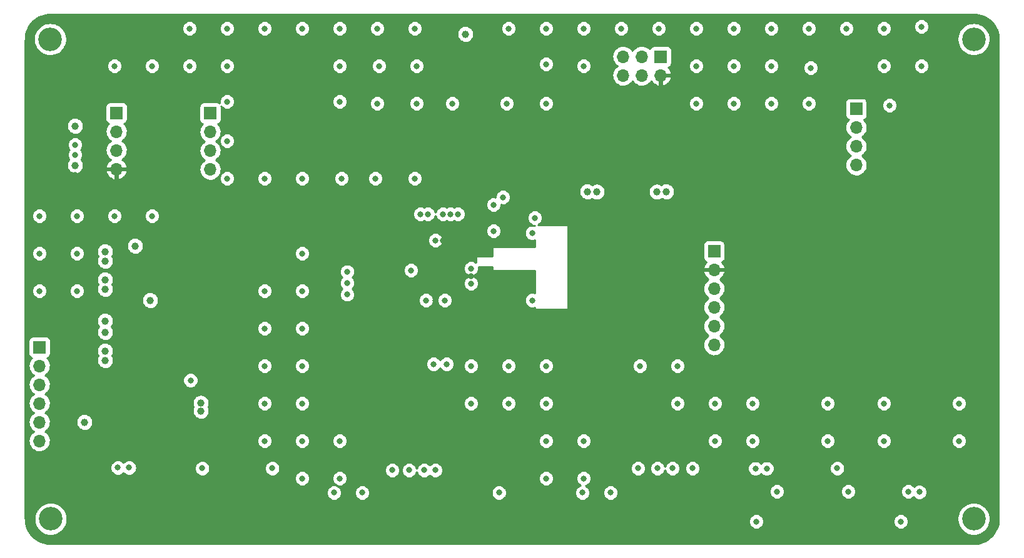
<source format=gbr>
%TF.GenerationSoftware,KiCad,Pcbnew,(5.99.0-2358-g6d8fb94d8)*%
%TF.CreationDate,2020-07-27T20:41:12+08:00*%
%TF.ProjectId,TheSPT_v2,54686553-5054-45f7-9632-2e6b69636164,V3.0*%
%TF.SameCoordinates,Original*%
%TF.FileFunction,Copper,L2,Inr*%
%TF.FilePolarity,Positive*%
%FSLAX46Y46*%
G04 Gerber Fmt 4.6, Leading zero omitted, Abs format (unit mm)*
G04 Created by KiCad (PCBNEW (5.99.0-2358-g6d8fb94d8)) date 2020-07-27 20:41:12*
%MOMM*%
%LPD*%
G01*
G04 APERTURE LIST*
%TA.AperFunction,ComponentPad*%
%ADD10R,1.700000X1.700000*%
%TD*%
%TA.AperFunction,ComponentPad*%
%ADD11O,1.700000X1.700000*%
%TD*%
%TA.AperFunction,ComponentPad*%
%ADD12C,3.200000*%
%TD*%
%TA.AperFunction,ViaPad*%
%ADD13C,0.800000*%
%TD*%
%TA.AperFunction,ViaPad*%
%ADD14C,1.000000*%
%TD*%
%TA.AperFunction,Conductor*%
%ADD15C,0.254000*%
%TD*%
G04 APERTURE END LIST*
D10*
%TO.N,/XCL*%
%TO.C,U4*%
X75654000Y-64014000D03*
D11*
%TO.N,GND*%
X75654000Y-69094000D03*
%TO.N,/XDA*%
X75654000Y-66554000D03*
%TO.N,+3V3*%
X75654000Y-71634000D03*
D10*
%TO.N,SCL*%
X62954000Y-63970000D03*
D11*
%TO.N,SDA*%
X62954000Y-66510000D03*
%TO.N,GND*%
X62954000Y-69050000D03*
%TO.N,+5V*%
X62954000Y-71590000D03*
%TD*%
%TO.N,GND*%
%TO.C,J13*%
X131534000Y-58890000D03*
%TO.N,RESET*%
X131534000Y-56350000D03*
%TO.N,MOSI*%
X134074000Y-58890000D03*
%TO.N,SCK*%
X134074000Y-56350000D03*
%TO.N,+5V*%
X136614000Y-58890000D03*
D10*
%TO.N,MISO*%
X136614000Y-56350000D03*
%TD*%
D12*
%TO.N,GND*%
%TO.C,H4*%
X179000000Y-119000000D03*
%TD*%
%TO.N,GND*%
%TO.C,H3*%
X54064000Y-119000000D03*
%TD*%
%TO.N,GND*%
%TO.C,H2*%
X179000000Y-54000000D03*
%TD*%
%TO.N,GND*%
%TO.C,H1*%
X54000000Y-54000000D03*
%TD*%
D11*
%TO.N,/DTR*%
%TO.C,J12*%
X163090000Y-71050000D03*
%TO.N,TX0*%
X163090000Y-68510000D03*
%TO.N,RX0*%
X163090000Y-65970000D03*
D10*
%TO.N,GND*%
X163090000Y-63430000D03*
%TD*%
D11*
%TO.N,SS*%
%TO.C,J8*%
X143860000Y-95420000D03*
%TO.N,SCK*%
X143860000Y-92880000D03*
%TO.N,MOSI*%
X143860000Y-90340000D03*
%TO.N,MISO*%
X143860000Y-87800000D03*
%TO.N,+5V*%
X143860000Y-85260000D03*
D10*
%TO.N,GND*%
X143860000Y-82720000D03*
%TD*%
D11*
%TO.N,VCC*%
%TO.C,J2*%
X52540000Y-108420000D03*
%TO.N,Net-(J2-Pad5)*%
X52540000Y-105880000D03*
%TO.N,VCC*%
X52540000Y-103340000D03*
%TO.N,Net-(J2-Pad2)*%
X52540000Y-100800000D03*
X52540000Y-98260000D03*
D10*
%TO.N,GND*%
X52540000Y-95720000D03*
%TD*%
D13*
%TO.N,GND*%
X121120000Y-98260000D03*
X116040000Y-98260000D03*
X110960000Y-98260000D03*
D14*
X57366000Y-65748000D03*
D13*
%TO.N,SDA*%
X57366000Y-69655000D03*
%TO.N,SCL*%
X57366000Y-68288000D03*
%TO.N,GND*%
X116040000Y-52540000D03*
X126200000Y-57620000D03*
X115786000Y-62700000D03*
X121120000Y-62700000D03*
X121120000Y-57366000D03*
X121120000Y-52540000D03*
X126200000Y-52540000D03*
X131280000Y-52540000D03*
X136360000Y-52540000D03*
X156934000Y-57874000D03*
X151600000Y-57620000D03*
X146520000Y-57620000D03*
X141440000Y-57620000D03*
X156680000Y-62700000D03*
%TO.N,MOSI*%
X167602000Y-62954000D03*
%TO.N,GND*%
X171920000Y-52286000D03*
X108420000Y-62700000D03*
X77940000Y-62446000D03*
X83020000Y-72860000D03*
X77940000Y-72860000D03*
X77940000Y-67780000D03*
X103594000Y-57620000D03*
X103340000Y-52540000D03*
X103594000Y-62700000D03*
X126200000Y-108420000D03*
X121120000Y-108420000D03*
X121120000Y-113500000D03*
X126200000Y-113500000D03*
X93180000Y-113500000D03*
X88100000Y-113500000D03*
X88100000Y-83020000D03*
X67780000Y-77940000D03*
X62700000Y-77940000D03*
X93180000Y-57620000D03*
X98260000Y-52540000D03*
X93180000Y-52540000D03*
X88100000Y-52540000D03*
X83020000Y-52540000D03*
X88100000Y-72860000D03*
X93434000Y-72860000D03*
X103340000Y-72860000D03*
X98006000Y-72860000D03*
X93180000Y-62446000D03*
X98260000Y-62700000D03*
X98514000Y-57620000D03*
X166840000Y-57620000D03*
X171920000Y-57620000D03*
X166840000Y-52540000D03*
X161760000Y-52540000D03*
X156680000Y-52540000D03*
X72860000Y-52540000D03*
X77940000Y-52540000D03*
X77940000Y-57620000D03*
X72860000Y-57620000D03*
X67780000Y-57620000D03*
X62700000Y-57620000D03*
X57620000Y-88100000D03*
X52540000Y-88100000D03*
X52540000Y-83020000D03*
X57620000Y-83020000D03*
X57620000Y-77940000D03*
X52540000Y-77940000D03*
X93180000Y-108420000D03*
X88100000Y-108420000D03*
X83020000Y-108420000D03*
X88100000Y-103340000D03*
X83020000Y-103340000D03*
X88100000Y-98260000D03*
X83020000Y-98260000D03*
X88100000Y-93180000D03*
X83020000Y-93180000D03*
X88100000Y-88100000D03*
X83020000Y-88100000D03*
X177000000Y-108420000D03*
X177000000Y-103340000D03*
X166840000Y-103340000D03*
X166840000Y-108420000D03*
X159220000Y-108420000D03*
X159220000Y-103340000D03*
X143980000Y-108420000D03*
X149060000Y-108420000D03*
X149060000Y-103340000D03*
X143980000Y-103340000D03*
X138900000Y-103340000D03*
X133820000Y-98260000D03*
X138900000Y-98260000D03*
X121120000Y-103340000D03*
X116040000Y-103340000D03*
X110960000Y-103340000D03*
X151600000Y-62700000D03*
X146520000Y-62700000D03*
X141440000Y-62700000D03*
X141440000Y-52540000D03*
X146520000Y-52540000D03*
X151600000Y-52540000D03*
D14*
X126708000Y-74638000D03*
X137376000Y-74638000D03*
X61430000Y-87846000D03*
X61430000Y-82766000D03*
D13*
%TO.N,BAT*%
X104864000Y-89370000D03*
D14*
%TO.N,GND*%
X74384000Y-103268546D03*
X61430000Y-96228000D03*
X61430000Y-97498000D03*
X61430000Y-92164000D03*
D13*
%TO.N,+5V*%
X118072000Y-86830000D03*
%TO.N,GND*%
X63148000Y-112056000D03*
D14*
%TO.N,+5V*%
X75908000Y-93688000D03*
D13*
%TO.N,SCL*%
X169126000Y-119342000D03*
%TO.N,SDA*%
X170142000Y-115278000D03*
%TO.N,RESET*%
X119596000Y-78194000D03*
%TO.N,AUX3a*%
X152362000Y-115278000D03*
%TO.N,AUX3b*%
X149568000Y-119342000D03*
%TO.N,AUX4*%
X162014000Y-115278000D03*
%TO.N,AUX3b*%
X108166000Y-77686000D03*
%TO.N,AUX3a*%
X109182000Y-77686000D03*
%TO.N,AUX4*%
X107150000Y-77686000D03*
%TO.N,BAT*%
X72987772Y-100220546D03*
%TO.N,GND*%
X171653000Y-115358000D03*
%TO.N,+5V*%
X172923000Y-119168000D03*
%TO.N,SDA*%
X104102000Y-77686000D03*
%TO.N,SCL*%
X105118000Y-77686000D03*
%TO.N,RESET*%
X115278000Y-75400000D03*
X110960000Y-87084000D03*
%TO.N,RX1*%
X114008000Y-76416000D03*
X114008000Y-79972000D03*
%TO.N,+5V*%
X106134000Y-89370000D03*
X107150000Y-81242000D03*
X110960000Y-86068000D03*
X57366000Y-72352000D03*
D14*
%TO.N,GND*%
X57366000Y-71082000D03*
X110198000Y-53302000D03*
D13*
X114750000Y-115443000D03*
X84055000Y-112141000D03*
X64672000Y-112056000D03*
X150969000Y-112170750D03*
X149445000Y-112170750D03*
X160513000Y-112141000D03*
X74567000Y-112141000D03*
%TO.N,+5V*%
X73043000Y-119253000D03*
X158989000Y-119253000D03*
X148175000Y-119282750D03*
X62132000Y-119168000D03*
X82785000Y-119253000D03*
X116274000Y-119253000D03*
X137376000Y-119242750D03*
X133648000Y-119242750D03*
X131108000Y-119242750D03*
X127298000Y-119242750D03*
%TO.N,GND*%
X140932000Y-112130750D03*
X138220000Y-112130750D03*
X136188000Y-112130750D03*
X133566000Y-112130750D03*
X129838000Y-115432750D03*
X126028000Y-115432750D03*
X96228000Y-115443000D03*
%TO.N,+5V*%
X93688000Y-119253000D03*
X97498000Y-119253000D03*
X103848000Y-119253000D03*
X100038000Y-119253000D03*
%TO.N,GND*%
X106134000Y-112395000D03*
X104610000Y-112395000D03*
X102578000Y-112395000D03*
X100292000Y-112395000D03*
X92418000Y-115443000D03*
D14*
X58636000Y-105880000D03*
%TO.N,+5V*%
X64732000Y-90640000D03*
X64732000Y-91910000D03*
%TO.N,GND*%
X65494000Y-82004000D03*
X67526000Y-89370000D03*
X61430000Y-93688000D03*
X61430000Y-86576000D03*
X61430000Y-84036000D03*
X74384000Y-104356000D03*
D13*
X105880000Y-98018750D03*
X107658000Y-98018750D03*
%TO.N,+5V*%
X108928000Y-96482000D03*
X108928000Y-94970750D03*
X93994500Y-83730000D03*
%TO.N,GND*%
X94196000Y-85508000D03*
X94196000Y-87032000D03*
X94196000Y-88582000D03*
X102832000Y-85306000D03*
D14*
X136106000Y-74674000D03*
X127978000Y-74674000D03*
D13*
X110960000Y-85052000D03*
X107404000Y-89370000D03*
X106134000Y-81242000D03*
X119250000Y-80250000D03*
X119250000Y-89370000D03*
%TD*%
%TO.N,+5V*%
D15*
X178947248Y-50636569D02*
X178956520Y-50637782D01*
X178967639Y-50638403D01*
X178968024Y-50638424D01*
X179333711Y-50656629D01*
X179664129Y-50706304D01*
X179987962Y-50788547D01*
X180302050Y-50902555D01*
X180603241Y-51047186D01*
X180888592Y-51221022D01*
X181155270Y-51422344D01*
X181400615Y-51649139D01*
X181622230Y-51899190D01*
X181817918Y-52170021D01*
X181985740Y-52458946D01*
X182124040Y-52763120D01*
X182231435Y-53079498D01*
X182306880Y-53404993D01*
X182350055Y-53739711D01*
X182361445Y-54029575D01*
X182362433Y-54038485D01*
X182366000Y-54057921D01*
X182366001Y-118934838D01*
X182363431Y-118947249D01*
X182362218Y-118956520D01*
X182361597Y-118967639D01*
X182361576Y-118968024D01*
X182343371Y-119333709D01*
X182293695Y-119664132D01*
X182211453Y-119987962D01*
X182097445Y-120302049D01*
X181952814Y-120603242D01*
X181778974Y-120888597D01*
X181577666Y-121155258D01*
X181350854Y-121400621D01*
X181100816Y-121622225D01*
X180829968Y-121817926D01*
X180541058Y-121985738D01*
X180236880Y-122124040D01*
X179920505Y-122231434D01*
X179595007Y-122306880D01*
X179260287Y-122350056D01*
X178970424Y-122361445D01*
X178961514Y-122362433D01*
X178942078Y-122366000D01*
X54065157Y-122366000D01*
X54052752Y-122363431D01*
X54043480Y-122362218D01*
X54032361Y-122361597D01*
X54031976Y-122361576D01*
X53666291Y-122343371D01*
X53335868Y-122293695D01*
X53012038Y-122211453D01*
X52697951Y-122097445D01*
X52396758Y-121952814D01*
X52111403Y-121778974D01*
X51844742Y-121577666D01*
X51599379Y-121350854D01*
X51377775Y-121100816D01*
X51182074Y-120829968D01*
X51014262Y-120541058D01*
X50875960Y-120236880D01*
X50768566Y-119920505D01*
X50693120Y-119595007D01*
X50649944Y-119260287D01*
X50644613Y-119124598D01*
X51828541Y-119124598D01*
X51829035Y-119133164D01*
X51866133Y-119426832D01*
X51867785Y-119435252D01*
X51944397Y-119721168D01*
X51947176Y-119729285D01*
X52061881Y-120002159D01*
X52065736Y-120009824D01*
X52216413Y-120264606D01*
X52221273Y-120271677D01*
X52405134Y-120503652D01*
X52410909Y-120509998D01*
X52624551Y-120714873D01*
X52631133Y-120720377D01*
X52870605Y-120894363D01*
X52877873Y-120898922D01*
X53138740Y-121038798D01*
X53146560Y-121042329D01*
X53423998Y-121145507D01*
X53432224Y-121147944D01*
X53721098Y-121212514D01*
X53729579Y-121213812D01*
X54024543Y-121238581D01*
X54033122Y-121238716D01*
X54328718Y-121223225D01*
X54337236Y-121222194D01*
X54627996Y-121166728D01*
X54636295Y-121164551D01*
X54916836Y-121070138D01*
X54924762Y-121066855D01*
X55189895Y-120935242D01*
X55197303Y-120930914D01*
X55442121Y-120764536D01*
X55448873Y-120759242D01*
X55668846Y-120561178D01*
X55674816Y-120555016D01*
X55865873Y-120328930D01*
X55870953Y-120322015D01*
X56029559Y-120072093D01*
X56033653Y-120064553D01*
X56156873Y-119795417D01*
X56159905Y-119787391D01*
X56245459Y-119504022D01*
X56247375Y-119495659D01*
X56291994Y-119213938D01*
X148532000Y-119213938D01*
X148532000Y-119470062D01*
X148534156Y-119486438D01*
X148600446Y-119733835D01*
X148606767Y-119749095D01*
X148734829Y-119970905D01*
X148744884Y-119984009D01*
X148925991Y-120165116D01*
X148939095Y-120175171D01*
X149160905Y-120303233D01*
X149176165Y-120309554D01*
X149423562Y-120375844D01*
X149439938Y-120378000D01*
X149696062Y-120378000D01*
X149712438Y-120375844D01*
X149959835Y-120309554D01*
X149975095Y-120303233D01*
X150196905Y-120175171D01*
X150210009Y-120165116D01*
X150391116Y-119984009D01*
X150401171Y-119970905D01*
X150529233Y-119749095D01*
X150535554Y-119733835D01*
X150601844Y-119486438D01*
X150604000Y-119470062D01*
X150604000Y-119213938D01*
X168090000Y-119213938D01*
X168090000Y-119470062D01*
X168092156Y-119486438D01*
X168158446Y-119733835D01*
X168164767Y-119749095D01*
X168292829Y-119970905D01*
X168302884Y-119984009D01*
X168483991Y-120165116D01*
X168497095Y-120175171D01*
X168718905Y-120303233D01*
X168734165Y-120309554D01*
X168981562Y-120375844D01*
X168997938Y-120378000D01*
X169254062Y-120378000D01*
X169270438Y-120375844D01*
X169517835Y-120309554D01*
X169533095Y-120303233D01*
X169754905Y-120175171D01*
X169768009Y-120165116D01*
X169949116Y-119984009D01*
X169959171Y-119970905D01*
X170087233Y-119749095D01*
X170093554Y-119733835D01*
X170159844Y-119486438D01*
X170162000Y-119470062D01*
X170162000Y-119213938D01*
X170159844Y-119197562D01*
X170140294Y-119124598D01*
X176764541Y-119124598D01*
X176765035Y-119133164D01*
X176802133Y-119426832D01*
X176803785Y-119435252D01*
X176880397Y-119721168D01*
X176883176Y-119729285D01*
X176997881Y-120002159D01*
X177001736Y-120009824D01*
X177152413Y-120264606D01*
X177157273Y-120271677D01*
X177341134Y-120503652D01*
X177346909Y-120509998D01*
X177560551Y-120714873D01*
X177567133Y-120720377D01*
X177806605Y-120894363D01*
X177813873Y-120898922D01*
X178074740Y-121038798D01*
X178082560Y-121042329D01*
X178359998Y-121145507D01*
X178368224Y-121147944D01*
X178657098Y-121212514D01*
X178665579Y-121213812D01*
X178960543Y-121238581D01*
X178969122Y-121238716D01*
X179264718Y-121223225D01*
X179273236Y-121222194D01*
X179563996Y-121166728D01*
X179572295Y-121164551D01*
X179852836Y-121070138D01*
X179860762Y-121066855D01*
X180125895Y-120935242D01*
X180133303Y-120930914D01*
X180378121Y-120764536D01*
X180384873Y-120759242D01*
X180604846Y-120561178D01*
X180610816Y-120555016D01*
X180801873Y-120328930D01*
X180806953Y-120322015D01*
X180965559Y-120072093D01*
X180969653Y-120064553D01*
X181092873Y-119795417D01*
X181095905Y-119787391D01*
X181181459Y-119504022D01*
X181183375Y-119495659D01*
X181229731Y-119202974D01*
X181230505Y-119193766D01*
X181234073Y-118852988D01*
X181233493Y-118843766D01*
X181193276Y-118550176D01*
X181191536Y-118541774D01*
X181111936Y-118256675D01*
X181109072Y-118248588D01*
X180991515Y-117976930D01*
X180987580Y-117969306D01*
X180834243Y-117716116D01*
X180829309Y-117709096D01*
X180643029Y-117479060D01*
X180637188Y-117472775D01*
X180421412Y-117270147D01*
X180414772Y-117264713D01*
X180173493Y-117093244D01*
X180166177Y-117088761D01*
X179903859Y-116951625D01*
X179896003Y-116948176D01*
X179617500Y-116847909D01*
X179609248Y-116845558D01*
X179319715Y-116784016D01*
X179311220Y-116782807D01*
X179016013Y-116761128D01*
X179007433Y-116761083D01*
X178712015Y-116779669D01*
X178703508Y-116780789D01*
X178413346Y-116839297D01*
X178405070Y-116841561D01*
X178125533Y-116938905D01*
X178117641Y-116942272D01*
X177853901Y-117076654D01*
X177846539Y-117081060D01*
X177603476Y-117249992D01*
X177596781Y-117255357D01*
X177378894Y-117455713D01*
X177372988Y-117461937D01*
X177184309Y-117690011D01*
X177179302Y-117696979D01*
X177023323Y-117948549D01*
X177019308Y-117956131D01*
X176898912Y-118226543D01*
X176895964Y-118234601D01*
X176813382Y-118518850D01*
X176811554Y-118527233D01*
X176768313Y-118820059D01*
X176767640Y-118828613D01*
X176764541Y-119124598D01*
X170140294Y-119124598D01*
X170093554Y-118950165D01*
X170087233Y-118934905D01*
X169959171Y-118713095D01*
X169949116Y-118699991D01*
X169768009Y-118518884D01*
X169754905Y-118508829D01*
X169533095Y-118380767D01*
X169517835Y-118374446D01*
X169270438Y-118308156D01*
X169254062Y-118306000D01*
X168997938Y-118306000D01*
X168981562Y-118308156D01*
X168734165Y-118374446D01*
X168718905Y-118380767D01*
X168497095Y-118508829D01*
X168483991Y-118518884D01*
X168302884Y-118699991D01*
X168292829Y-118713095D01*
X168164767Y-118934905D01*
X168158446Y-118950165D01*
X168092156Y-119197562D01*
X168090000Y-119213938D01*
X150604000Y-119213938D01*
X150601844Y-119197562D01*
X150535554Y-118950165D01*
X150529233Y-118934905D01*
X150401171Y-118713095D01*
X150391116Y-118699991D01*
X150210009Y-118518884D01*
X150196905Y-118508829D01*
X149975095Y-118380767D01*
X149959835Y-118374446D01*
X149712438Y-118308156D01*
X149696062Y-118306000D01*
X149439938Y-118306000D01*
X149423562Y-118308156D01*
X149176165Y-118374446D01*
X149160905Y-118380767D01*
X148939095Y-118508829D01*
X148925991Y-118518884D01*
X148744884Y-118699991D01*
X148734829Y-118713095D01*
X148606767Y-118934905D01*
X148600446Y-118950165D01*
X148534156Y-119197562D01*
X148532000Y-119213938D01*
X56291994Y-119213938D01*
X56293731Y-119202974D01*
X56294505Y-119193766D01*
X56298073Y-118852988D01*
X56297493Y-118843766D01*
X56257276Y-118550176D01*
X56255536Y-118541774D01*
X56175936Y-118256675D01*
X56173072Y-118248588D01*
X56055515Y-117976930D01*
X56051580Y-117969306D01*
X55898243Y-117716116D01*
X55893309Y-117709096D01*
X55707029Y-117479060D01*
X55701188Y-117472775D01*
X55485412Y-117270147D01*
X55478772Y-117264713D01*
X55237493Y-117093244D01*
X55230177Y-117088761D01*
X54967859Y-116951625D01*
X54960003Y-116948176D01*
X54681500Y-116847909D01*
X54673248Y-116845558D01*
X54383715Y-116784016D01*
X54375220Y-116782807D01*
X54080013Y-116761128D01*
X54071433Y-116761083D01*
X53776015Y-116779669D01*
X53767508Y-116780789D01*
X53477346Y-116839297D01*
X53469070Y-116841561D01*
X53189533Y-116938905D01*
X53181641Y-116942272D01*
X52917901Y-117076654D01*
X52910539Y-117081060D01*
X52667476Y-117249992D01*
X52660781Y-117255357D01*
X52442894Y-117455713D01*
X52436988Y-117461937D01*
X52248309Y-117690011D01*
X52243302Y-117696979D01*
X52087323Y-117948549D01*
X52083308Y-117956131D01*
X51962912Y-118226543D01*
X51959964Y-118234601D01*
X51877382Y-118518850D01*
X51875554Y-118527233D01*
X51832313Y-118820059D01*
X51831640Y-118828613D01*
X51828541Y-119124598D01*
X50644613Y-119124598D01*
X50638555Y-118970424D01*
X50637567Y-118961514D01*
X50634000Y-118942078D01*
X50634000Y-115314938D01*
X91382000Y-115314938D01*
X91382000Y-115571062D01*
X91384156Y-115587438D01*
X91450446Y-115834835D01*
X91456767Y-115850095D01*
X91584829Y-116071905D01*
X91594884Y-116085009D01*
X91775991Y-116266116D01*
X91789095Y-116276171D01*
X92010905Y-116404233D01*
X92026165Y-116410554D01*
X92273562Y-116476844D01*
X92289938Y-116479000D01*
X92546062Y-116479000D01*
X92562438Y-116476844D01*
X92809835Y-116410554D01*
X92825095Y-116404233D01*
X93046905Y-116276171D01*
X93060009Y-116266116D01*
X93241116Y-116085009D01*
X93251171Y-116071905D01*
X93379233Y-115850095D01*
X93385554Y-115834835D01*
X93451844Y-115587438D01*
X93454000Y-115571062D01*
X93454000Y-115314938D01*
X95192000Y-115314938D01*
X95192000Y-115571062D01*
X95194156Y-115587438D01*
X95260446Y-115834835D01*
X95266767Y-115850095D01*
X95394829Y-116071905D01*
X95404884Y-116085009D01*
X95585991Y-116266116D01*
X95599095Y-116276171D01*
X95820905Y-116404233D01*
X95836165Y-116410554D01*
X96083562Y-116476844D01*
X96099938Y-116479000D01*
X96356062Y-116479000D01*
X96372438Y-116476844D01*
X96619835Y-116410554D01*
X96635095Y-116404233D01*
X96856905Y-116276171D01*
X96870009Y-116266116D01*
X97051116Y-116085009D01*
X97061171Y-116071905D01*
X97189233Y-115850095D01*
X97195554Y-115834835D01*
X97261844Y-115587438D01*
X97264000Y-115571062D01*
X97264000Y-115314938D01*
X113714000Y-115314938D01*
X113714000Y-115571062D01*
X113716156Y-115587438D01*
X113782446Y-115834835D01*
X113788767Y-115850095D01*
X113916829Y-116071905D01*
X113926884Y-116085009D01*
X114107991Y-116266116D01*
X114121095Y-116276171D01*
X114342905Y-116404233D01*
X114358165Y-116410554D01*
X114605562Y-116476844D01*
X114621938Y-116479000D01*
X114878062Y-116479000D01*
X114894438Y-116476844D01*
X115141835Y-116410554D01*
X115157095Y-116404233D01*
X115378905Y-116276171D01*
X115392009Y-116266116D01*
X115573116Y-116085009D01*
X115583171Y-116071905D01*
X115711233Y-115850095D01*
X115717554Y-115834835D01*
X115783844Y-115587438D01*
X115786000Y-115571062D01*
X115786000Y-115314938D01*
X115784651Y-115304688D01*
X124992000Y-115304688D01*
X124992000Y-115560812D01*
X124994156Y-115577188D01*
X125060446Y-115824585D01*
X125066767Y-115839845D01*
X125194829Y-116061655D01*
X125204884Y-116074759D01*
X125385991Y-116255866D01*
X125399095Y-116265921D01*
X125620905Y-116393983D01*
X125636165Y-116400304D01*
X125883562Y-116466594D01*
X125899938Y-116468750D01*
X126156062Y-116468750D01*
X126172438Y-116466594D01*
X126419835Y-116400304D01*
X126435095Y-116393983D01*
X126656905Y-116265921D01*
X126670009Y-116255866D01*
X126851116Y-116074759D01*
X126861171Y-116061655D01*
X126989233Y-115839845D01*
X126995554Y-115824585D01*
X127061844Y-115577188D01*
X127064000Y-115560812D01*
X127064000Y-115304688D01*
X128802000Y-115304688D01*
X128802000Y-115560812D01*
X128804156Y-115577188D01*
X128870446Y-115824585D01*
X128876767Y-115839845D01*
X129004829Y-116061655D01*
X129014884Y-116074759D01*
X129195991Y-116255866D01*
X129209095Y-116265921D01*
X129430905Y-116393983D01*
X129446165Y-116400304D01*
X129693562Y-116466594D01*
X129709938Y-116468750D01*
X129966062Y-116468750D01*
X129982438Y-116466594D01*
X130229835Y-116400304D01*
X130245095Y-116393983D01*
X130466905Y-116265921D01*
X130480009Y-116255866D01*
X130661116Y-116074759D01*
X130671171Y-116061655D01*
X130799233Y-115839845D01*
X130805554Y-115824585D01*
X130871844Y-115577188D01*
X130874000Y-115560812D01*
X130874000Y-115304688D01*
X130871844Y-115288312D01*
X130834767Y-115149938D01*
X151326000Y-115149938D01*
X151326000Y-115406062D01*
X151328156Y-115422438D01*
X151394446Y-115669835D01*
X151400767Y-115685095D01*
X151528829Y-115906905D01*
X151538884Y-115920009D01*
X151719991Y-116101116D01*
X151733095Y-116111171D01*
X151954905Y-116239233D01*
X151970165Y-116245554D01*
X152217562Y-116311844D01*
X152233938Y-116314000D01*
X152490062Y-116314000D01*
X152506438Y-116311844D01*
X152753835Y-116245554D01*
X152769095Y-116239233D01*
X152990905Y-116111171D01*
X153004009Y-116101116D01*
X153185116Y-115920009D01*
X153195171Y-115906905D01*
X153323233Y-115685095D01*
X153329554Y-115669835D01*
X153395844Y-115422438D01*
X153398000Y-115406062D01*
X153398000Y-115149938D01*
X160978000Y-115149938D01*
X160978000Y-115406062D01*
X160980156Y-115422438D01*
X161046446Y-115669835D01*
X161052767Y-115685095D01*
X161180829Y-115906905D01*
X161190884Y-115920009D01*
X161371991Y-116101116D01*
X161385095Y-116111171D01*
X161606905Y-116239233D01*
X161622165Y-116245554D01*
X161869562Y-116311844D01*
X161885938Y-116314000D01*
X162142062Y-116314000D01*
X162158438Y-116311844D01*
X162405835Y-116245554D01*
X162421095Y-116239233D01*
X162642905Y-116111171D01*
X162656009Y-116101116D01*
X162837116Y-115920009D01*
X162847171Y-115906905D01*
X162975233Y-115685095D01*
X162981554Y-115669835D01*
X163047844Y-115422438D01*
X163050000Y-115406062D01*
X163050000Y-115149938D01*
X169106000Y-115149938D01*
X169106000Y-115406062D01*
X169108156Y-115422438D01*
X169174446Y-115669835D01*
X169180767Y-115685095D01*
X169308829Y-115906905D01*
X169318884Y-115920009D01*
X169499991Y-116101116D01*
X169513095Y-116111171D01*
X169734905Y-116239233D01*
X169750165Y-116245554D01*
X169997562Y-116311844D01*
X170013938Y-116314000D01*
X170270062Y-116314000D01*
X170286438Y-116311844D01*
X170533835Y-116245554D01*
X170549095Y-116239233D01*
X170770905Y-116111171D01*
X170784009Y-116101116D01*
X170857500Y-116027625D01*
X171010991Y-116181116D01*
X171024095Y-116191171D01*
X171245905Y-116319233D01*
X171261165Y-116325554D01*
X171508562Y-116391844D01*
X171524938Y-116394000D01*
X171781062Y-116394000D01*
X171797438Y-116391844D01*
X172044835Y-116325554D01*
X172060095Y-116319233D01*
X172281905Y-116191171D01*
X172295009Y-116181116D01*
X172476116Y-116000009D01*
X172486171Y-115986905D01*
X172614233Y-115765095D01*
X172620554Y-115749835D01*
X172686844Y-115502438D01*
X172689000Y-115486062D01*
X172689000Y-115229938D01*
X172686844Y-115213562D01*
X172620554Y-114966165D01*
X172614233Y-114950905D01*
X172486171Y-114729095D01*
X172476116Y-114715991D01*
X172295009Y-114534884D01*
X172281905Y-114524829D01*
X172060095Y-114396767D01*
X172044835Y-114390446D01*
X171797438Y-114324156D01*
X171781062Y-114322000D01*
X171524938Y-114322000D01*
X171508562Y-114324156D01*
X171261165Y-114390446D01*
X171245905Y-114396767D01*
X171024095Y-114524829D01*
X171010991Y-114534884D01*
X170937500Y-114608375D01*
X170784009Y-114454884D01*
X170770905Y-114444829D01*
X170549095Y-114316767D01*
X170533835Y-114310446D01*
X170286438Y-114244156D01*
X170270062Y-114242000D01*
X170013938Y-114242000D01*
X169997562Y-114244156D01*
X169750165Y-114310446D01*
X169734905Y-114316767D01*
X169513095Y-114444829D01*
X169499991Y-114454884D01*
X169318884Y-114635991D01*
X169308829Y-114649095D01*
X169180767Y-114870905D01*
X169174446Y-114886165D01*
X169108156Y-115133562D01*
X169106000Y-115149938D01*
X163050000Y-115149938D01*
X163047844Y-115133562D01*
X162981554Y-114886165D01*
X162975233Y-114870905D01*
X162847171Y-114649095D01*
X162837116Y-114635991D01*
X162656009Y-114454884D01*
X162642905Y-114444829D01*
X162421095Y-114316767D01*
X162405835Y-114310446D01*
X162158438Y-114244156D01*
X162142062Y-114242000D01*
X161885938Y-114242000D01*
X161869562Y-114244156D01*
X161622165Y-114310446D01*
X161606905Y-114316767D01*
X161385095Y-114444829D01*
X161371991Y-114454884D01*
X161190884Y-114635991D01*
X161180829Y-114649095D01*
X161052767Y-114870905D01*
X161046446Y-114886165D01*
X160980156Y-115133562D01*
X160978000Y-115149938D01*
X153398000Y-115149938D01*
X153395844Y-115133562D01*
X153329554Y-114886165D01*
X153323233Y-114870905D01*
X153195171Y-114649095D01*
X153185116Y-114635991D01*
X153004009Y-114454884D01*
X152990905Y-114444829D01*
X152769095Y-114316767D01*
X152753835Y-114310446D01*
X152506438Y-114244156D01*
X152490062Y-114242000D01*
X152233938Y-114242000D01*
X152217562Y-114244156D01*
X151970165Y-114310446D01*
X151954905Y-114316767D01*
X151733095Y-114444829D01*
X151719991Y-114454884D01*
X151538884Y-114635991D01*
X151528829Y-114649095D01*
X151400767Y-114870905D01*
X151394446Y-114886165D01*
X151328156Y-115133562D01*
X151326000Y-115149938D01*
X130834767Y-115149938D01*
X130805554Y-115040915D01*
X130799233Y-115025655D01*
X130671171Y-114803845D01*
X130661116Y-114790741D01*
X130480009Y-114609634D01*
X130466905Y-114599579D01*
X130245095Y-114471517D01*
X130229835Y-114465196D01*
X129982438Y-114398906D01*
X129966062Y-114396750D01*
X129709938Y-114396750D01*
X129693562Y-114398906D01*
X129446165Y-114465196D01*
X129430905Y-114471517D01*
X129209095Y-114599579D01*
X129195991Y-114609634D01*
X129014884Y-114790741D01*
X129004829Y-114803845D01*
X128876767Y-115025655D01*
X128870446Y-115040915D01*
X128804156Y-115288312D01*
X128802000Y-115304688D01*
X127064000Y-115304688D01*
X127061844Y-115288312D01*
X126995554Y-115040915D01*
X126989233Y-115025655D01*
X126861171Y-114803845D01*
X126851116Y-114790741D01*
X126670009Y-114609634D01*
X126656905Y-114599579D01*
X126480091Y-114497496D01*
X126591835Y-114467554D01*
X126607095Y-114461233D01*
X126828905Y-114333171D01*
X126842009Y-114323116D01*
X127023116Y-114142009D01*
X127033171Y-114128905D01*
X127161233Y-113907095D01*
X127167554Y-113891835D01*
X127233844Y-113644438D01*
X127236000Y-113628062D01*
X127236000Y-113371938D01*
X127233844Y-113355562D01*
X127167554Y-113108165D01*
X127161233Y-113092905D01*
X127033171Y-112871095D01*
X127023116Y-112857991D01*
X126842009Y-112676884D01*
X126828905Y-112666829D01*
X126607095Y-112538767D01*
X126591835Y-112532446D01*
X126344438Y-112466156D01*
X126328062Y-112464000D01*
X126071938Y-112464000D01*
X126055562Y-112466156D01*
X125808165Y-112532446D01*
X125792905Y-112538767D01*
X125571095Y-112666829D01*
X125557991Y-112676884D01*
X125376884Y-112857991D01*
X125366829Y-112871095D01*
X125238767Y-113092905D01*
X125232446Y-113108165D01*
X125166156Y-113355562D01*
X125164000Y-113371938D01*
X125164000Y-113628062D01*
X125166156Y-113644438D01*
X125232446Y-113891835D01*
X125238767Y-113907095D01*
X125366829Y-114128905D01*
X125376884Y-114142009D01*
X125557991Y-114323116D01*
X125571095Y-114333171D01*
X125747909Y-114435254D01*
X125636165Y-114465196D01*
X125620905Y-114471517D01*
X125399095Y-114599579D01*
X125385991Y-114609634D01*
X125204884Y-114790741D01*
X125194829Y-114803845D01*
X125066767Y-115025655D01*
X125060446Y-115040915D01*
X124994156Y-115288312D01*
X124992000Y-115304688D01*
X115784651Y-115304688D01*
X115783844Y-115298562D01*
X115717554Y-115051165D01*
X115711233Y-115035905D01*
X115583171Y-114814095D01*
X115573116Y-114800991D01*
X115392009Y-114619884D01*
X115378905Y-114609829D01*
X115157095Y-114481767D01*
X115141835Y-114475446D01*
X114894438Y-114409156D01*
X114878062Y-114407000D01*
X114621938Y-114407000D01*
X114605562Y-114409156D01*
X114358165Y-114475446D01*
X114342905Y-114481767D01*
X114121095Y-114609829D01*
X114107991Y-114619884D01*
X113926884Y-114800991D01*
X113916829Y-114814095D01*
X113788767Y-115035905D01*
X113782446Y-115051165D01*
X113716156Y-115298562D01*
X113714000Y-115314938D01*
X97264000Y-115314938D01*
X97261844Y-115298562D01*
X97195554Y-115051165D01*
X97189233Y-115035905D01*
X97061171Y-114814095D01*
X97051116Y-114800991D01*
X96870009Y-114619884D01*
X96856905Y-114609829D01*
X96635095Y-114481767D01*
X96619835Y-114475446D01*
X96372438Y-114409156D01*
X96356062Y-114407000D01*
X96099938Y-114407000D01*
X96083562Y-114409156D01*
X95836165Y-114475446D01*
X95820905Y-114481767D01*
X95599095Y-114609829D01*
X95585991Y-114619884D01*
X95404884Y-114800991D01*
X95394829Y-114814095D01*
X95266767Y-115035905D01*
X95260446Y-115051165D01*
X95194156Y-115298562D01*
X95192000Y-115314938D01*
X93454000Y-115314938D01*
X93451844Y-115298562D01*
X93385554Y-115051165D01*
X93379233Y-115035905D01*
X93251171Y-114814095D01*
X93241116Y-114800991D01*
X93060009Y-114619884D01*
X93046905Y-114609829D01*
X92825095Y-114481767D01*
X92809835Y-114475446D01*
X92562438Y-114409156D01*
X92546062Y-114407000D01*
X92289938Y-114407000D01*
X92273562Y-114409156D01*
X92026165Y-114475446D01*
X92010905Y-114481767D01*
X91789095Y-114609829D01*
X91775991Y-114619884D01*
X91594884Y-114800991D01*
X91584829Y-114814095D01*
X91456767Y-115035905D01*
X91450446Y-115051165D01*
X91384156Y-115298562D01*
X91382000Y-115314938D01*
X50634000Y-115314938D01*
X50634000Y-113371938D01*
X87064000Y-113371938D01*
X87064000Y-113628062D01*
X87066156Y-113644438D01*
X87132446Y-113891835D01*
X87138767Y-113907095D01*
X87266829Y-114128905D01*
X87276884Y-114142009D01*
X87457991Y-114323116D01*
X87471095Y-114333171D01*
X87692905Y-114461233D01*
X87708165Y-114467554D01*
X87955562Y-114533844D01*
X87971938Y-114536000D01*
X88228062Y-114536000D01*
X88244438Y-114533844D01*
X88491835Y-114467554D01*
X88507095Y-114461233D01*
X88728905Y-114333171D01*
X88742009Y-114323116D01*
X88923116Y-114142009D01*
X88933171Y-114128905D01*
X89061233Y-113907095D01*
X89067554Y-113891835D01*
X89133844Y-113644438D01*
X89136000Y-113628062D01*
X89136000Y-113371938D01*
X92144000Y-113371938D01*
X92144000Y-113628062D01*
X92146156Y-113644438D01*
X92212446Y-113891835D01*
X92218767Y-113907095D01*
X92346829Y-114128905D01*
X92356884Y-114142009D01*
X92537991Y-114323116D01*
X92551095Y-114333171D01*
X92772905Y-114461233D01*
X92788165Y-114467554D01*
X93035562Y-114533844D01*
X93051938Y-114536000D01*
X93308062Y-114536000D01*
X93324438Y-114533844D01*
X93571835Y-114467554D01*
X93587095Y-114461233D01*
X93808905Y-114333171D01*
X93822009Y-114323116D01*
X94003116Y-114142009D01*
X94013171Y-114128905D01*
X94141233Y-113907095D01*
X94147554Y-113891835D01*
X94213844Y-113644438D01*
X94216000Y-113628062D01*
X94216000Y-113371938D01*
X94213844Y-113355562D01*
X94147554Y-113108165D01*
X94141233Y-113092905D01*
X94013171Y-112871095D01*
X94003116Y-112857991D01*
X93822009Y-112676884D01*
X93808905Y-112666829D01*
X93587095Y-112538767D01*
X93571835Y-112532446D01*
X93324438Y-112466156D01*
X93308062Y-112464000D01*
X93051938Y-112464000D01*
X93035562Y-112466156D01*
X92788165Y-112532446D01*
X92772905Y-112538767D01*
X92551095Y-112666829D01*
X92537991Y-112676884D01*
X92356884Y-112857991D01*
X92346829Y-112871095D01*
X92218767Y-113092905D01*
X92212446Y-113108165D01*
X92146156Y-113355562D01*
X92144000Y-113371938D01*
X89136000Y-113371938D01*
X89133844Y-113355562D01*
X89067554Y-113108165D01*
X89061233Y-113092905D01*
X88933171Y-112871095D01*
X88923116Y-112857991D01*
X88742009Y-112676884D01*
X88728905Y-112666829D01*
X88507095Y-112538767D01*
X88491835Y-112532446D01*
X88244438Y-112466156D01*
X88228062Y-112464000D01*
X87971938Y-112464000D01*
X87955562Y-112466156D01*
X87708165Y-112532446D01*
X87692905Y-112538767D01*
X87471095Y-112666829D01*
X87457991Y-112676884D01*
X87276884Y-112857991D01*
X87266829Y-112871095D01*
X87138767Y-113092905D01*
X87132446Y-113108165D01*
X87066156Y-113355562D01*
X87064000Y-113371938D01*
X50634000Y-113371938D01*
X50634000Y-111927938D01*
X62112000Y-111927938D01*
X62112000Y-112184062D01*
X62114156Y-112200438D01*
X62180446Y-112447835D01*
X62186767Y-112463095D01*
X62314829Y-112684905D01*
X62324884Y-112698009D01*
X62505991Y-112879116D01*
X62519095Y-112889171D01*
X62740905Y-113017233D01*
X62756165Y-113023554D01*
X63003562Y-113089844D01*
X63019938Y-113092000D01*
X63276062Y-113092000D01*
X63292438Y-113089844D01*
X63539835Y-113023554D01*
X63555095Y-113017233D01*
X63776905Y-112889171D01*
X63790009Y-112879116D01*
X63910000Y-112759125D01*
X64029991Y-112879116D01*
X64043095Y-112889171D01*
X64264905Y-113017233D01*
X64280165Y-113023554D01*
X64527562Y-113089844D01*
X64543938Y-113092000D01*
X64800062Y-113092000D01*
X64816438Y-113089844D01*
X65063835Y-113023554D01*
X65079095Y-113017233D01*
X65300905Y-112889171D01*
X65314009Y-112879116D01*
X65495116Y-112698009D01*
X65505171Y-112684905D01*
X65633233Y-112463095D01*
X65639554Y-112447835D01*
X65705844Y-112200438D01*
X65708000Y-112184062D01*
X65708000Y-112012938D01*
X73531000Y-112012938D01*
X73531000Y-112269062D01*
X73533156Y-112285438D01*
X73599446Y-112532835D01*
X73605767Y-112548095D01*
X73733829Y-112769905D01*
X73743884Y-112783009D01*
X73924991Y-112964116D01*
X73938095Y-112974171D01*
X74159905Y-113102233D01*
X74175165Y-113108554D01*
X74422562Y-113174844D01*
X74438938Y-113177000D01*
X74695062Y-113177000D01*
X74711438Y-113174844D01*
X74958835Y-113108554D01*
X74974095Y-113102233D01*
X75195905Y-112974171D01*
X75209009Y-112964116D01*
X75390116Y-112783009D01*
X75400171Y-112769905D01*
X75528233Y-112548095D01*
X75534554Y-112532835D01*
X75600844Y-112285438D01*
X75603000Y-112269062D01*
X75603000Y-112012938D01*
X83019000Y-112012938D01*
X83019000Y-112269062D01*
X83021156Y-112285438D01*
X83087446Y-112532835D01*
X83093767Y-112548095D01*
X83221829Y-112769905D01*
X83231884Y-112783009D01*
X83412991Y-112964116D01*
X83426095Y-112974171D01*
X83647905Y-113102233D01*
X83663165Y-113108554D01*
X83910562Y-113174844D01*
X83926938Y-113177000D01*
X84183062Y-113177000D01*
X84199438Y-113174844D01*
X84446835Y-113108554D01*
X84462095Y-113102233D01*
X84683905Y-112974171D01*
X84697009Y-112964116D01*
X84878116Y-112783009D01*
X84888171Y-112769905D01*
X85016233Y-112548095D01*
X85022554Y-112532835D01*
X85088844Y-112285438D01*
X85091000Y-112269062D01*
X85091000Y-112266938D01*
X99256000Y-112266938D01*
X99256000Y-112523062D01*
X99258156Y-112539438D01*
X99324446Y-112786835D01*
X99330767Y-112802095D01*
X99458829Y-113023905D01*
X99468884Y-113037009D01*
X99649991Y-113218116D01*
X99663095Y-113228171D01*
X99884905Y-113356233D01*
X99900165Y-113362554D01*
X100147562Y-113428844D01*
X100163938Y-113431000D01*
X100420062Y-113431000D01*
X100436438Y-113428844D01*
X100683835Y-113362554D01*
X100699095Y-113356233D01*
X100920905Y-113228171D01*
X100934009Y-113218116D01*
X101115116Y-113037009D01*
X101125171Y-113023905D01*
X101253233Y-112802095D01*
X101259554Y-112786835D01*
X101325844Y-112539438D01*
X101328000Y-112523062D01*
X101328000Y-112266938D01*
X101542000Y-112266938D01*
X101542000Y-112523062D01*
X101544156Y-112539438D01*
X101610446Y-112786835D01*
X101616767Y-112802095D01*
X101744829Y-113023905D01*
X101754884Y-113037009D01*
X101935991Y-113218116D01*
X101949095Y-113228171D01*
X102170905Y-113356233D01*
X102186165Y-113362554D01*
X102433562Y-113428844D01*
X102449938Y-113431000D01*
X102706062Y-113431000D01*
X102722438Y-113428844D01*
X102969835Y-113362554D01*
X102985095Y-113356233D01*
X103206905Y-113228171D01*
X103220009Y-113218116D01*
X103401116Y-113037009D01*
X103411171Y-113023905D01*
X103539233Y-112802095D01*
X103545554Y-112786835D01*
X103594000Y-112606033D01*
X103642446Y-112786835D01*
X103648767Y-112802095D01*
X103776829Y-113023905D01*
X103786884Y-113037009D01*
X103967991Y-113218116D01*
X103981095Y-113228171D01*
X104202905Y-113356233D01*
X104218165Y-113362554D01*
X104465562Y-113428844D01*
X104481938Y-113431000D01*
X104738062Y-113431000D01*
X104754438Y-113428844D01*
X105001835Y-113362554D01*
X105017095Y-113356233D01*
X105238905Y-113228171D01*
X105252009Y-113218116D01*
X105372000Y-113098125D01*
X105491991Y-113218116D01*
X105505095Y-113228171D01*
X105726905Y-113356233D01*
X105742165Y-113362554D01*
X105989562Y-113428844D01*
X106005938Y-113431000D01*
X106262062Y-113431000D01*
X106278438Y-113428844D01*
X106490813Y-113371938D01*
X120084000Y-113371938D01*
X120084000Y-113628062D01*
X120086156Y-113644438D01*
X120152446Y-113891835D01*
X120158767Y-113907095D01*
X120286829Y-114128905D01*
X120296884Y-114142009D01*
X120477991Y-114323116D01*
X120491095Y-114333171D01*
X120712905Y-114461233D01*
X120728165Y-114467554D01*
X120975562Y-114533844D01*
X120991938Y-114536000D01*
X121248062Y-114536000D01*
X121264438Y-114533844D01*
X121511835Y-114467554D01*
X121527095Y-114461233D01*
X121748905Y-114333171D01*
X121762009Y-114323116D01*
X121943116Y-114142009D01*
X121953171Y-114128905D01*
X122081233Y-113907095D01*
X122087554Y-113891835D01*
X122153844Y-113644438D01*
X122156000Y-113628062D01*
X122156000Y-113371938D01*
X122153844Y-113355562D01*
X122087554Y-113108165D01*
X122081233Y-113092905D01*
X121953171Y-112871095D01*
X121943116Y-112857991D01*
X121762009Y-112676884D01*
X121748905Y-112666829D01*
X121527095Y-112538767D01*
X121511835Y-112532446D01*
X121264438Y-112466156D01*
X121248062Y-112464000D01*
X120991938Y-112464000D01*
X120975562Y-112466156D01*
X120728165Y-112532446D01*
X120712905Y-112538767D01*
X120491095Y-112666829D01*
X120477991Y-112676884D01*
X120296884Y-112857991D01*
X120286829Y-112871095D01*
X120158767Y-113092905D01*
X120152446Y-113108165D01*
X120086156Y-113355562D01*
X120084000Y-113371938D01*
X106490813Y-113371938D01*
X106525835Y-113362554D01*
X106541095Y-113356233D01*
X106762905Y-113228171D01*
X106776009Y-113218116D01*
X106957116Y-113037009D01*
X106967171Y-113023905D01*
X107095233Y-112802095D01*
X107101554Y-112786835D01*
X107167844Y-112539438D01*
X107170000Y-112523062D01*
X107170000Y-112266938D01*
X107167844Y-112250562D01*
X107101554Y-112003165D01*
X107101357Y-112002688D01*
X132530000Y-112002688D01*
X132530000Y-112258812D01*
X132532156Y-112275188D01*
X132598446Y-112522585D01*
X132604767Y-112537845D01*
X132732829Y-112759655D01*
X132742884Y-112772759D01*
X132923991Y-112953866D01*
X132937095Y-112963921D01*
X133158905Y-113091983D01*
X133174165Y-113098304D01*
X133421562Y-113164594D01*
X133437938Y-113166750D01*
X133694062Y-113166750D01*
X133710438Y-113164594D01*
X133957835Y-113098304D01*
X133973095Y-113091983D01*
X134194905Y-112963921D01*
X134208009Y-112953866D01*
X134389116Y-112772759D01*
X134399171Y-112759655D01*
X134527233Y-112537845D01*
X134533554Y-112522585D01*
X134599844Y-112275188D01*
X134602000Y-112258812D01*
X134602000Y-112002688D01*
X135152000Y-112002688D01*
X135152000Y-112258812D01*
X135154156Y-112275188D01*
X135220446Y-112522585D01*
X135226767Y-112537845D01*
X135354829Y-112759655D01*
X135364884Y-112772759D01*
X135545991Y-112953866D01*
X135559095Y-112963921D01*
X135780905Y-113091983D01*
X135796165Y-113098304D01*
X136043562Y-113164594D01*
X136059938Y-113166750D01*
X136316062Y-113166750D01*
X136332438Y-113164594D01*
X136579835Y-113098304D01*
X136595095Y-113091983D01*
X136816905Y-112963921D01*
X136830009Y-112953866D01*
X137011116Y-112772759D01*
X137021171Y-112759655D01*
X137149233Y-112537845D01*
X137155554Y-112522585D01*
X137204000Y-112341783D01*
X137252446Y-112522585D01*
X137258767Y-112537845D01*
X137386829Y-112759655D01*
X137396884Y-112772759D01*
X137577991Y-112953866D01*
X137591095Y-112963921D01*
X137812905Y-113091983D01*
X137828165Y-113098304D01*
X138075562Y-113164594D01*
X138091938Y-113166750D01*
X138348062Y-113166750D01*
X138364438Y-113164594D01*
X138611835Y-113098304D01*
X138627095Y-113091983D01*
X138848905Y-112963921D01*
X138862009Y-112953866D01*
X139043116Y-112772759D01*
X139053171Y-112759655D01*
X139181233Y-112537845D01*
X139187554Y-112522585D01*
X139253844Y-112275188D01*
X139256000Y-112258812D01*
X139256000Y-112002688D01*
X139896000Y-112002688D01*
X139896000Y-112258812D01*
X139898156Y-112275188D01*
X139964446Y-112522585D01*
X139970767Y-112537845D01*
X140098829Y-112759655D01*
X140108884Y-112772759D01*
X140289991Y-112953866D01*
X140303095Y-112963921D01*
X140524905Y-113091983D01*
X140540165Y-113098304D01*
X140787562Y-113164594D01*
X140803938Y-113166750D01*
X141060062Y-113166750D01*
X141076438Y-113164594D01*
X141323835Y-113098304D01*
X141339095Y-113091983D01*
X141560905Y-112963921D01*
X141574009Y-112953866D01*
X141755116Y-112772759D01*
X141765171Y-112759655D01*
X141893233Y-112537845D01*
X141899554Y-112522585D01*
X141965844Y-112275188D01*
X141968000Y-112258812D01*
X141968000Y-112042688D01*
X148409000Y-112042688D01*
X148409000Y-112298812D01*
X148411156Y-112315188D01*
X148477446Y-112562585D01*
X148483767Y-112577845D01*
X148611829Y-112799655D01*
X148621884Y-112812759D01*
X148802991Y-112993866D01*
X148816095Y-113003921D01*
X149037905Y-113131983D01*
X149053165Y-113138304D01*
X149300562Y-113204594D01*
X149316938Y-113206750D01*
X149573062Y-113206750D01*
X149589438Y-113204594D01*
X149836835Y-113138304D01*
X149852095Y-113131983D01*
X150073905Y-113003921D01*
X150087009Y-112993866D01*
X150207000Y-112873875D01*
X150326991Y-112993866D01*
X150340095Y-113003921D01*
X150561905Y-113131983D01*
X150577165Y-113138304D01*
X150824562Y-113204594D01*
X150840938Y-113206750D01*
X151097062Y-113206750D01*
X151113438Y-113204594D01*
X151360835Y-113138304D01*
X151376095Y-113131983D01*
X151597905Y-113003921D01*
X151611009Y-112993866D01*
X151792116Y-112812759D01*
X151802171Y-112799655D01*
X151930233Y-112577845D01*
X151936554Y-112562585D01*
X152002844Y-112315188D01*
X152005000Y-112298812D01*
X152005000Y-112042688D01*
X152002844Y-112026312D01*
X151999261Y-112012938D01*
X159477000Y-112012938D01*
X159477000Y-112269062D01*
X159479156Y-112285438D01*
X159545446Y-112532835D01*
X159551767Y-112548095D01*
X159679829Y-112769905D01*
X159689884Y-112783009D01*
X159870991Y-112964116D01*
X159884095Y-112974171D01*
X160105905Y-113102233D01*
X160121165Y-113108554D01*
X160368562Y-113174844D01*
X160384938Y-113177000D01*
X160641062Y-113177000D01*
X160657438Y-113174844D01*
X160904835Y-113108554D01*
X160920095Y-113102233D01*
X161141905Y-112974171D01*
X161155009Y-112964116D01*
X161336116Y-112783009D01*
X161346171Y-112769905D01*
X161474233Y-112548095D01*
X161480554Y-112532835D01*
X161546844Y-112285438D01*
X161549000Y-112269062D01*
X161549000Y-112012938D01*
X161546844Y-111996562D01*
X161480554Y-111749165D01*
X161474233Y-111733905D01*
X161346171Y-111512095D01*
X161336116Y-111498991D01*
X161155009Y-111317884D01*
X161141905Y-111307829D01*
X160920095Y-111179767D01*
X160904835Y-111173446D01*
X160657438Y-111107156D01*
X160641062Y-111105000D01*
X160384938Y-111105000D01*
X160368562Y-111107156D01*
X160121165Y-111173446D01*
X160105905Y-111179767D01*
X159884095Y-111307829D01*
X159870991Y-111317884D01*
X159689884Y-111498991D01*
X159679829Y-111512095D01*
X159551767Y-111733905D01*
X159545446Y-111749165D01*
X159479156Y-111996562D01*
X159477000Y-112012938D01*
X151999261Y-112012938D01*
X151936554Y-111778915D01*
X151930233Y-111763655D01*
X151802171Y-111541845D01*
X151792116Y-111528741D01*
X151611009Y-111347634D01*
X151597905Y-111337579D01*
X151376095Y-111209517D01*
X151360835Y-111203196D01*
X151113438Y-111136906D01*
X151097062Y-111134750D01*
X150840938Y-111134750D01*
X150824562Y-111136906D01*
X150577165Y-111203196D01*
X150561905Y-111209517D01*
X150340095Y-111337579D01*
X150326991Y-111347634D01*
X150207000Y-111467625D01*
X150087009Y-111347634D01*
X150073905Y-111337579D01*
X149852095Y-111209517D01*
X149836835Y-111203196D01*
X149589438Y-111136906D01*
X149573062Y-111134750D01*
X149316938Y-111134750D01*
X149300562Y-111136906D01*
X149053165Y-111203196D01*
X149037905Y-111209517D01*
X148816095Y-111337579D01*
X148802991Y-111347634D01*
X148621884Y-111528741D01*
X148611829Y-111541845D01*
X148483767Y-111763655D01*
X148477446Y-111778915D01*
X148411156Y-112026312D01*
X148409000Y-112042688D01*
X141968000Y-112042688D01*
X141968000Y-112002688D01*
X141965844Y-111986312D01*
X141899554Y-111738915D01*
X141893233Y-111723655D01*
X141765171Y-111501845D01*
X141755116Y-111488741D01*
X141574009Y-111307634D01*
X141560905Y-111297579D01*
X141339095Y-111169517D01*
X141323835Y-111163196D01*
X141076438Y-111096906D01*
X141060062Y-111094750D01*
X140803938Y-111094750D01*
X140787562Y-111096906D01*
X140540165Y-111163196D01*
X140524905Y-111169517D01*
X140303095Y-111297579D01*
X140289991Y-111307634D01*
X140108884Y-111488741D01*
X140098829Y-111501845D01*
X139970767Y-111723655D01*
X139964446Y-111738915D01*
X139898156Y-111986312D01*
X139896000Y-112002688D01*
X139256000Y-112002688D01*
X139253844Y-111986312D01*
X139187554Y-111738915D01*
X139181233Y-111723655D01*
X139053171Y-111501845D01*
X139043116Y-111488741D01*
X138862009Y-111307634D01*
X138848905Y-111297579D01*
X138627095Y-111169517D01*
X138611835Y-111163196D01*
X138364438Y-111096906D01*
X138348062Y-111094750D01*
X138091938Y-111094750D01*
X138075562Y-111096906D01*
X137828165Y-111163196D01*
X137812905Y-111169517D01*
X137591095Y-111297579D01*
X137577991Y-111307634D01*
X137396884Y-111488741D01*
X137386829Y-111501845D01*
X137258767Y-111723655D01*
X137252446Y-111738915D01*
X137204000Y-111919717D01*
X137155554Y-111738915D01*
X137149233Y-111723655D01*
X137021171Y-111501845D01*
X137011116Y-111488741D01*
X136830009Y-111307634D01*
X136816905Y-111297579D01*
X136595095Y-111169517D01*
X136579835Y-111163196D01*
X136332438Y-111096906D01*
X136316062Y-111094750D01*
X136059938Y-111094750D01*
X136043562Y-111096906D01*
X135796165Y-111163196D01*
X135780905Y-111169517D01*
X135559095Y-111297579D01*
X135545991Y-111307634D01*
X135364884Y-111488741D01*
X135354829Y-111501845D01*
X135226767Y-111723655D01*
X135220446Y-111738915D01*
X135154156Y-111986312D01*
X135152000Y-112002688D01*
X134602000Y-112002688D01*
X134599844Y-111986312D01*
X134533554Y-111738915D01*
X134527233Y-111723655D01*
X134399171Y-111501845D01*
X134389116Y-111488741D01*
X134208009Y-111307634D01*
X134194905Y-111297579D01*
X133973095Y-111169517D01*
X133957835Y-111163196D01*
X133710438Y-111096906D01*
X133694062Y-111094750D01*
X133437938Y-111094750D01*
X133421562Y-111096906D01*
X133174165Y-111163196D01*
X133158905Y-111169517D01*
X132937095Y-111297579D01*
X132923991Y-111307634D01*
X132742884Y-111488741D01*
X132732829Y-111501845D01*
X132604767Y-111723655D01*
X132598446Y-111738915D01*
X132532156Y-111986312D01*
X132530000Y-112002688D01*
X107101357Y-112002688D01*
X107095233Y-111987905D01*
X106967171Y-111766095D01*
X106957116Y-111752991D01*
X106776009Y-111571884D01*
X106762905Y-111561829D01*
X106541095Y-111433767D01*
X106525835Y-111427446D01*
X106278438Y-111361156D01*
X106262062Y-111359000D01*
X106005938Y-111359000D01*
X105989562Y-111361156D01*
X105742165Y-111427446D01*
X105726905Y-111433767D01*
X105505095Y-111561829D01*
X105491991Y-111571884D01*
X105372000Y-111691875D01*
X105252009Y-111571884D01*
X105238905Y-111561829D01*
X105017095Y-111433767D01*
X105001835Y-111427446D01*
X104754438Y-111361156D01*
X104738062Y-111359000D01*
X104481938Y-111359000D01*
X104465562Y-111361156D01*
X104218165Y-111427446D01*
X104202905Y-111433767D01*
X103981095Y-111561829D01*
X103967991Y-111571884D01*
X103786884Y-111752991D01*
X103776829Y-111766095D01*
X103648767Y-111987905D01*
X103642446Y-112003165D01*
X103594000Y-112183967D01*
X103545554Y-112003165D01*
X103539233Y-111987905D01*
X103411171Y-111766095D01*
X103401116Y-111752991D01*
X103220009Y-111571884D01*
X103206905Y-111561829D01*
X102985095Y-111433767D01*
X102969835Y-111427446D01*
X102722438Y-111361156D01*
X102706062Y-111359000D01*
X102449938Y-111359000D01*
X102433562Y-111361156D01*
X102186165Y-111427446D01*
X102170905Y-111433767D01*
X101949095Y-111561829D01*
X101935991Y-111571884D01*
X101754884Y-111752991D01*
X101744829Y-111766095D01*
X101616767Y-111987905D01*
X101610446Y-112003165D01*
X101544156Y-112250562D01*
X101542000Y-112266938D01*
X101328000Y-112266938D01*
X101325844Y-112250562D01*
X101259554Y-112003165D01*
X101253233Y-111987905D01*
X101125171Y-111766095D01*
X101115116Y-111752991D01*
X100934009Y-111571884D01*
X100920905Y-111561829D01*
X100699095Y-111433767D01*
X100683835Y-111427446D01*
X100436438Y-111361156D01*
X100420062Y-111359000D01*
X100163938Y-111359000D01*
X100147562Y-111361156D01*
X99900165Y-111427446D01*
X99884905Y-111433767D01*
X99663095Y-111561829D01*
X99649991Y-111571884D01*
X99468884Y-111752991D01*
X99458829Y-111766095D01*
X99330767Y-111987905D01*
X99324446Y-112003165D01*
X99258156Y-112250562D01*
X99256000Y-112266938D01*
X85091000Y-112266938D01*
X85091000Y-112012938D01*
X85088844Y-111996562D01*
X85022554Y-111749165D01*
X85016233Y-111733905D01*
X84888171Y-111512095D01*
X84878116Y-111498991D01*
X84697009Y-111317884D01*
X84683905Y-111307829D01*
X84462095Y-111179767D01*
X84446835Y-111173446D01*
X84199438Y-111107156D01*
X84183062Y-111105000D01*
X83926938Y-111105000D01*
X83910562Y-111107156D01*
X83663165Y-111173446D01*
X83647905Y-111179767D01*
X83426095Y-111307829D01*
X83412991Y-111317884D01*
X83231884Y-111498991D01*
X83221829Y-111512095D01*
X83093767Y-111733905D01*
X83087446Y-111749165D01*
X83021156Y-111996562D01*
X83019000Y-112012938D01*
X75603000Y-112012938D01*
X75600844Y-111996562D01*
X75534554Y-111749165D01*
X75528233Y-111733905D01*
X75400171Y-111512095D01*
X75390116Y-111498991D01*
X75209009Y-111317884D01*
X75195905Y-111307829D01*
X74974095Y-111179767D01*
X74958835Y-111173446D01*
X74711438Y-111107156D01*
X74695062Y-111105000D01*
X74438938Y-111105000D01*
X74422562Y-111107156D01*
X74175165Y-111173446D01*
X74159905Y-111179767D01*
X73938095Y-111307829D01*
X73924991Y-111317884D01*
X73743884Y-111498991D01*
X73733829Y-111512095D01*
X73605767Y-111733905D01*
X73599446Y-111749165D01*
X73533156Y-111996562D01*
X73531000Y-112012938D01*
X65708000Y-112012938D01*
X65708000Y-111927938D01*
X65705844Y-111911562D01*
X65639554Y-111664165D01*
X65633233Y-111648905D01*
X65505171Y-111427095D01*
X65495116Y-111413991D01*
X65314009Y-111232884D01*
X65300905Y-111222829D01*
X65079095Y-111094767D01*
X65063835Y-111088446D01*
X64816438Y-111022156D01*
X64800062Y-111020000D01*
X64543938Y-111020000D01*
X64527562Y-111022156D01*
X64280165Y-111088446D01*
X64264905Y-111094767D01*
X64043095Y-111222829D01*
X64029991Y-111232884D01*
X63910000Y-111352875D01*
X63790009Y-111232884D01*
X63776905Y-111222829D01*
X63555095Y-111094767D01*
X63539835Y-111088446D01*
X63292438Y-111022156D01*
X63276062Y-111020000D01*
X63019938Y-111020000D01*
X63003562Y-111022156D01*
X62756165Y-111088446D01*
X62740905Y-111094767D01*
X62519095Y-111222829D01*
X62505991Y-111232884D01*
X62324884Y-111413991D01*
X62314829Y-111427095D01*
X62186767Y-111648905D01*
X62180446Y-111664165D01*
X62114156Y-111911562D01*
X62112000Y-111927938D01*
X50634000Y-111927938D01*
X50634000Y-94864499D01*
X51048163Y-94864499D01*
X51048163Y-96578258D01*
X51050319Y-96594634D01*
X51125137Y-96873859D01*
X51137880Y-96898339D01*
X51268990Y-97054590D01*
X51285879Y-97068761D01*
X51460120Y-97169359D01*
X51480837Y-97176900D01*
X51517029Y-97183282D01*
X51392029Y-97311822D01*
X51385263Y-97320074D01*
X51248683Y-97518798D01*
X51243403Y-97528073D01*
X51142260Y-97746968D01*
X51138618Y-97757000D01*
X51075802Y-97989807D01*
X51073903Y-98000309D01*
X51051211Y-98240372D01*
X51051109Y-98251043D01*
X51069188Y-98491497D01*
X51070885Y-98502034D01*
X51129221Y-98736005D01*
X51132669Y-98746104D01*
X51229591Y-98966900D01*
X51234692Y-98976275D01*
X51367430Y-99177584D01*
X51374038Y-99185965D01*
X51538798Y-99362032D01*
X51546722Y-99369180D01*
X51738792Y-99514968D01*
X51747808Y-99520679D01*
X51764166Y-99529194D01*
X51763032Y-99529882D01*
X51568199Y-99671957D01*
X51560138Y-99678952D01*
X51392029Y-99851822D01*
X51385263Y-99860074D01*
X51248683Y-100058798D01*
X51243403Y-100068073D01*
X51142260Y-100286968D01*
X51138618Y-100297000D01*
X51075802Y-100529807D01*
X51073903Y-100540309D01*
X51051211Y-100780372D01*
X51051109Y-100791043D01*
X51069188Y-101031497D01*
X51070885Y-101042034D01*
X51129221Y-101276005D01*
X51132669Y-101286104D01*
X51229591Y-101506900D01*
X51234692Y-101516275D01*
X51367430Y-101717584D01*
X51374038Y-101725965D01*
X51538798Y-101902032D01*
X51546722Y-101909180D01*
X51738792Y-102054968D01*
X51747808Y-102060679D01*
X51764166Y-102069194D01*
X51763032Y-102069882D01*
X51568199Y-102211957D01*
X51560138Y-102218952D01*
X51392029Y-102391822D01*
X51385263Y-102400074D01*
X51248683Y-102598798D01*
X51243403Y-102608073D01*
X51142260Y-102826968D01*
X51138618Y-102837000D01*
X51075802Y-103069807D01*
X51073903Y-103080309D01*
X51051211Y-103320372D01*
X51051109Y-103331043D01*
X51069188Y-103571497D01*
X51070885Y-103582034D01*
X51129221Y-103816005D01*
X51132669Y-103826104D01*
X51229591Y-104046900D01*
X51234692Y-104056275D01*
X51367430Y-104257584D01*
X51374038Y-104265965D01*
X51538798Y-104442032D01*
X51546722Y-104449180D01*
X51738792Y-104594968D01*
X51747808Y-104600679D01*
X51764166Y-104609194D01*
X51763032Y-104609882D01*
X51568199Y-104751957D01*
X51560138Y-104758952D01*
X51392029Y-104931822D01*
X51385263Y-104940074D01*
X51248683Y-105138798D01*
X51243403Y-105148073D01*
X51142260Y-105366968D01*
X51138618Y-105377000D01*
X51075802Y-105609807D01*
X51073903Y-105620309D01*
X51051211Y-105860372D01*
X51051109Y-105871043D01*
X51069188Y-106111497D01*
X51070885Y-106122034D01*
X51129221Y-106356005D01*
X51132669Y-106366104D01*
X51229591Y-106586900D01*
X51234692Y-106596275D01*
X51367430Y-106797584D01*
X51374038Y-106805965D01*
X51538798Y-106982032D01*
X51546722Y-106989180D01*
X51738792Y-107134968D01*
X51747808Y-107140679D01*
X51764166Y-107149194D01*
X51763032Y-107149882D01*
X51568199Y-107291957D01*
X51560138Y-107298952D01*
X51392029Y-107471822D01*
X51385263Y-107480074D01*
X51248683Y-107678798D01*
X51243403Y-107688073D01*
X51142260Y-107906968D01*
X51138618Y-107917000D01*
X51075802Y-108149807D01*
X51073903Y-108160309D01*
X51051211Y-108400372D01*
X51051109Y-108411043D01*
X51069188Y-108651497D01*
X51070885Y-108662034D01*
X51129221Y-108896005D01*
X51132669Y-108906104D01*
X51229591Y-109126900D01*
X51234692Y-109136275D01*
X51367430Y-109337584D01*
X51374038Y-109345965D01*
X51538798Y-109522032D01*
X51546722Y-109529180D01*
X51738792Y-109674968D01*
X51747808Y-109680679D01*
X51961696Y-109792021D01*
X51971545Y-109796131D01*
X52201134Y-109869844D01*
X52211535Y-109872236D01*
X52450262Y-109906212D01*
X52460917Y-109906817D01*
X52701956Y-109900084D01*
X52712561Y-109898885D01*
X52949019Y-109851636D01*
X52959270Y-109848667D01*
X53184387Y-109762253D01*
X53193991Y-109757600D01*
X53401330Y-109634491D01*
X53410012Y-109628286D01*
X53593645Y-109472004D01*
X53601158Y-109464424D01*
X53755833Y-109279435D01*
X53761962Y-109270698D01*
X53883256Y-109062294D01*
X53887825Y-109052650D01*
X53972272Y-108826787D01*
X53975151Y-108816511D01*
X54020392Y-108579351D01*
X54021507Y-108568128D01*
X54024077Y-108300341D01*
X54023406Y-108291938D01*
X81984000Y-108291938D01*
X81984000Y-108548062D01*
X81986156Y-108564438D01*
X82052446Y-108811835D01*
X82058767Y-108827095D01*
X82186829Y-109048905D01*
X82196884Y-109062009D01*
X82377991Y-109243116D01*
X82391095Y-109253171D01*
X82612905Y-109381233D01*
X82628165Y-109387554D01*
X82875562Y-109453844D01*
X82891938Y-109456000D01*
X83148062Y-109456000D01*
X83164438Y-109453844D01*
X83411835Y-109387554D01*
X83427095Y-109381233D01*
X83648905Y-109253171D01*
X83662009Y-109243116D01*
X83843116Y-109062009D01*
X83853171Y-109048905D01*
X83981233Y-108827095D01*
X83987554Y-108811835D01*
X84053844Y-108564438D01*
X84056000Y-108548062D01*
X84056000Y-108291938D01*
X87064000Y-108291938D01*
X87064000Y-108548062D01*
X87066156Y-108564438D01*
X87132446Y-108811835D01*
X87138767Y-108827095D01*
X87266829Y-109048905D01*
X87276884Y-109062009D01*
X87457991Y-109243116D01*
X87471095Y-109253171D01*
X87692905Y-109381233D01*
X87708165Y-109387554D01*
X87955562Y-109453844D01*
X87971938Y-109456000D01*
X88228062Y-109456000D01*
X88244438Y-109453844D01*
X88491835Y-109387554D01*
X88507095Y-109381233D01*
X88728905Y-109253171D01*
X88742009Y-109243116D01*
X88923116Y-109062009D01*
X88933171Y-109048905D01*
X89061233Y-108827095D01*
X89067554Y-108811835D01*
X89133844Y-108564438D01*
X89136000Y-108548062D01*
X89136000Y-108291938D01*
X92144000Y-108291938D01*
X92144000Y-108548062D01*
X92146156Y-108564438D01*
X92212446Y-108811835D01*
X92218767Y-108827095D01*
X92346829Y-109048905D01*
X92356884Y-109062009D01*
X92537991Y-109243116D01*
X92551095Y-109253171D01*
X92772905Y-109381233D01*
X92788165Y-109387554D01*
X93035562Y-109453844D01*
X93051938Y-109456000D01*
X93308062Y-109456000D01*
X93324438Y-109453844D01*
X93571835Y-109387554D01*
X93587095Y-109381233D01*
X93808905Y-109253171D01*
X93822009Y-109243116D01*
X94003116Y-109062009D01*
X94013171Y-109048905D01*
X94141233Y-108827095D01*
X94147554Y-108811835D01*
X94213844Y-108564438D01*
X94216000Y-108548062D01*
X94216000Y-108291938D01*
X120084000Y-108291938D01*
X120084000Y-108548062D01*
X120086156Y-108564438D01*
X120152446Y-108811835D01*
X120158767Y-108827095D01*
X120286829Y-109048905D01*
X120296884Y-109062009D01*
X120477991Y-109243116D01*
X120491095Y-109253171D01*
X120712905Y-109381233D01*
X120728165Y-109387554D01*
X120975562Y-109453844D01*
X120991938Y-109456000D01*
X121248062Y-109456000D01*
X121264438Y-109453844D01*
X121511835Y-109387554D01*
X121527095Y-109381233D01*
X121748905Y-109253171D01*
X121762009Y-109243116D01*
X121943116Y-109062009D01*
X121953171Y-109048905D01*
X122081233Y-108827095D01*
X122087554Y-108811835D01*
X122153844Y-108564438D01*
X122156000Y-108548062D01*
X122156000Y-108291938D01*
X125164000Y-108291938D01*
X125164000Y-108548062D01*
X125166156Y-108564438D01*
X125232446Y-108811835D01*
X125238767Y-108827095D01*
X125366829Y-109048905D01*
X125376884Y-109062009D01*
X125557991Y-109243116D01*
X125571095Y-109253171D01*
X125792905Y-109381233D01*
X125808165Y-109387554D01*
X126055562Y-109453844D01*
X126071938Y-109456000D01*
X126328062Y-109456000D01*
X126344438Y-109453844D01*
X126591835Y-109387554D01*
X126607095Y-109381233D01*
X126828905Y-109253171D01*
X126842009Y-109243116D01*
X127023116Y-109062009D01*
X127033171Y-109048905D01*
X127161233Y-108827095D01*
X127167554Y-108811835D01*
X127233844Y-108564438D01*
X127236000Y-108548062D01*
X127236000Y-108291938D01*
X142944000Y-108291938D01*
X142944000Y-108548062D01*
X142946156Y-108564438D01*
X143012446Y-108811835D01*
X143018767Y-108827095D01*
X143146829Y-109048905D01*
X143156884Y-109062009D01*
X143337991Y-109243116D01*
X143351095Y-109253171D01*
X143572905Y-109381233D01*
X143588165Y-109387554D01*
X143835562Y-109453844D01*
X143851938Y-109456000D01*
X144108062Y-109456000D01*
X144124438Y-109453844D01*
X144371835Y-109387554D01*
X144387095Y-109381233D01*
X144608905Y-109253171D01*
X144622009Y-109243116D01*
X144803116Y-109062009D01*
X144813171Y-109048905D01*
X144941233Y-108827095D01*
X144947554Y-108811835D01*
X145013844Y-108564438D01*
X145016000Y-108548062D01*
X145016000Y-108291938D01*
X148024000Y-108291938D01*
X148024000Y-108548062D01*
X148026156Y-108564438D01*
X148092446Y-108811835D01*
X148098767Y-108827095D01*
X148226829Y-109048905D01*
X148236884Y-109062009D01*
X148417991Y-109243116D01*
X148431095Y-109253171D01*
X148652905Y-109381233D01*
X148668165Y-109387554D01*
X148915562Y-109453844D01*
X148931938Y-109456000D01*
X149188062Y-109456000D01*
X149204438Y-109453844D01*
X149451835Y-109387554D01*
X149467095Y-109381233D01*
X149688905Y-109253171D01*
X149702009Y-109243116D01*
X149883116Y-109062009D01*
X149893171Y-109048905D01*
X150021233Y-108827095D01*
X150027554Y-108811835D01*
X150093844Y-108564438D01*
X150096000Y-108548062D01*
X150096000Y-108291938D01*
X158184000Y-108291938D01*
X158184000Y-108548062D01*
X158186156Y-108564438D01*
X158252446Y-108811835D01*
X158258767Y-108827095D01*
X158386829Y-109048905D01*
X158396884Y-109062009D01*
X158577991Y-109243116D01*
X158591095Y-109253171D01*
X158812905Y-109381233D01*
X158828165Y-109387554D01*
X159075562Y-109453844D01*
X159091938Y-109456000D01*
X159348062Y-109456000D01*
X159364438Y-109453844D01*
X159611835Y-109387554D01*
X159627095Y-109381233D01*
X159848905Y-109253171D01*
X159862009Y-109243116D01*
X160043116Y-109062009D01*
X160053171Y-109048905D01*
X160181233Y-108827095D01*
X160187554Y-108811835D01*
X160253844Y-108564438D01*
X160256000Y-108548062D01*
X160256000Y-108291938D01*
X165804000Y-108291938D01*
X165804000Y-108548062D01*
X165806156Y-108564438D01*
X165872446Y-108811835D01*
X165878767Y-108827095D01*
X166006829Y-109048905D01*
X166016884Y-109062009D01*
X166197991Y-109243116D01*
X166211095Y-109253171D01*
X166432905Y-109381233D01*
X166448165Y-109387554D01*
X166695562Y-109453844D01*
X166711938Y-109456000D01*
X166968062Y-109456000D01*
X166984438Y-109453844D01*
X167231835Y-109387554D01*
X167247095Y-109381233D01*
X167468905Y-109253171D01*
X167482009Y-109243116D01*
X167663116Y-109062009D01*
X167673171Y-109048905D01*
X167801233Y-108827095D01*
X167807554Y-108811835D01*
X167873844Y-108564438D01*
X167876000Y-108548062D01*
X167876000Y-108291938D01*
X175964000Y-108291938D01*
X175964000Y-108548062D01*
X175966156Y-108564438D01*
X176032446Y-108811835D01*
X176038767Y-108827095D01*
X176166829Y-109048905D01*
X176176884Y-109062009D01*
X176357991Y-109243116D01*
X176371095Y-109253171D01*
X176592905Y-109381233D01*
X176608165Y-109387554D01*
X176855562Y-109453844D01*
X176871938Y-109456000D01*
X177128062Y-109456000D01*
X177144438Y-109453844D01*
X177391835Y-109387554D01*
X177407095Y-109381233D01*
X177628905Y-109253171D01*
X177642009Y-109243116D01*
X177823116Y-109062009D01*
X177833171Y-109048905D01*
X177961233Y-108827095D01*
X177967554Y-108811835D01*
X178033844Y-108564438D01*
X178036000Y-108548062D01*
X178036000Y-108291938D01*
X178033844Y-108275562D01*
X177967554Y-108028165D01*
X177961233Y-108012905D01*
X177833171Y-107791095D01*
X177823116Y-107777991D01*
X177642009Y-107596884D01*
X177628905Y-107586829D01*
X177407095Y-107458767D01*
X177391835Y-107452446D01*
X177144438Y-107386156D01*
X177128062Y-107384000D01*
X176871938Y-107384000D01*
X176855562Y-107386156D01*
X176608165Y-107452446D01*
X176592905Y-107458767D01*
X176371095Y-107586829D01*
X176357991Y-107596884D01*
X176176884Y-107777991D01*
X176166829Y-107791095D01*
X176038767Y-108012905D01*
X176032446Y-108028165D01*
X175966156Y-108275562D01*
X175964000Y-108291938D01*
X167876000Y-108291938D01*
X167873844Y-108275562D01*
X167807554Y-108028165D01*
X167801233Y-108012905D01*
X167673171Y-107791095D01*
X167663116Y-107777991D01*
X167482009Y-107596884D01*
X167468905Y-107586829D01*
X167247095Y-107458767D01*
X167231835Y-107452446D01*
X166984438Y-107386156D01*
X166968062Y-107384000D01*
X166711938Y-107384000D01*
X166695562Y-107386156D01*
X166448165Y-107452446D01*
X166432905Y-107458767D01*
X166211095Y-107586829D01*
X166197991Y-107596884D01*
X166016884Y-107777991D01*
X166006829Y-107791095D01*
X165878767Y-108012905D01*
X165872446Y-108028165D01*
X165806156Y-108275562D01*
X165804000Y-108291938D01*
X160256000Y-108291938D01*
X160253844Y-108275562D01*
X160187554Y-108028165D01*
X160181233Y-108012905D01*
X160053171Y-107791095D01*
X160043116Y-107777991D01*
X159862009Y-107596884D01*
X159848905Y-107586829D01*
X159627095Y-107458767D01*
X159611835Y-107452446D01*
X159364438Y-107386156D01*
X159348062Y-107384000D01*
X159091938Y-107384000D01*
X159075562Y-107386156D01*
X158828165Y-107452446D01*
X158812905Y-107458767D01*
X158591095Y-107586829D01*
X158577991Y-107596884D01*
X158396884Y-107777991D01*
X158386829Y-107791095D01*
X158258767Y-108012905D01*
X158252446Y-108028165D01*
X158186156Y-108275562D01*
X158184000Y-108291938D01*
X150096000Y-108291938D01*
X150093844Y-108275562D01*
X150027554Y-108028165D01*
X150021233Y-108012905D01*
X149893171Y-107791095D01*
X149883116Y-107777991D01*
X149702009Y-107596884D01*
X149688905Y-107586829D01*
X149467095Y-107458767D01*
X149451835Y-107452446D01*
X149204438Y-107386156D01*
X149188062Y-107384000D01*
X148931938Y-107384000D01*
X148915562Y-107386156D01*
X148668165Y-107452446D01*
X148652905Y-107458767D01*
X148431095Y-107586829D01*
X148417991Y-107596884D01*
X148236884Y-107777991D01*
X148226829Y-107791095D01*
X148098767Y-108012905D01*
X148092446Y-108028165D01*
X148026156Y-108275562D01*
X148024000Y-108291938D01*
X145016000Y-108291938D01*
X145013844Y-108275562D01*
X144947554Y-108028165D01*
X144941233Y-108012905D01*
X144813171Y-107791095D01*
X144803116Y-107777991D01*
X144622009Y-107596884D01*
X144608905Y-107586829D01*
X144387095Y-107458767D01*
X144371835Y-107452446D01*
X144124438Y-107386156D01*
X144108062Y-107384000D01*
X143851938Y-107384000D01*
X143835562Y-107386156D01*
X143588165Y-107452446D01*
X143572905Y-107458767D01*
X143351095Y-107586829D01*
X143337991Y-107596884D01*
X143156884Y-107777991D01*
X143146829Y-107791095D01*
X143018767Y-108012905D01*
X143012446Y-108028165D01*
X142946156Y-108275562D01*
X142944000Y-108291938D01*
X127236000Y-108291938D01*
X127233844Y-108275562D01*
X127167554Y-108028165D01*
X127161233Y-108012905D01*
X127033171Y-107791095D01*
X127023116Y-107777991D01*
X126842009Y-107596884D01*
X126828905Y-107586829D01*
X126607095Y-107458767D01*
X126591835Y-107452446D01*
X126344438Y-107386156D01*
X126328062Y-107384000D01*
X126071938Y-107384000D01*
X126055562Y-107386156D01*
X125808165Y-107452446D01*
X125792905Y-107458767D01*
X125571095Y-107586829D01*
X125557991Y-107596884D01*
X125376884Y-107777991D01*
X125366829Y-107791095D01*
X125238767Y-108012905D01*
X125232446Y-108028165D01*
X125166156Y-108275562D01*
X125164000Y-108291938D01*
X122156000Y-108291938D01*
X122153844Y-108275562D01*
X122087554Y-108028165D01*
X122081233Y-108012905D01*
X121953171Y-107791095D01*
X121943116Y-107777991D01*
X121762009Y-107596884D01*
X121748905Y-107586829D01*
X121527095Y-107458767D01*
X121511835Y-107452446D01*
X121264438Y-107386156D01*
X121248062Y-107384000D01*
X120991938Y-107384000D01*
X120975562Y-107386156D01*
X120728165Y-107452446D01*
X120712905Y-107458767D01*
X120491095Y-107586829D01*
X120477991Y-107596884D01*
X120296884Y-107777991D01*
X120286829Y-107791095D01*
X120158767Y-108012905D01*
X120152446Y-108028165D01*
X120086156Y-108275562D01*
X120084000Y-108291938D01*
X94216000Y-108291938D01*
X94213844Y-108275562D01*
X94147554Y-108028165D01*
X94141233Y-108012905D01*
X94013171Y-107791095D01*
X94003116Y-107777991D01*
X93822009Y-107596884D01*
X93808905Y-107586829D01*
X93587095Y-107458767D01*
X93571835Y-107452446D01*
X93324438Y-107386156D01*
X93308062Y-107384000D01*
X93051938Y-107384000D01*
X93035562Y-107386156D01*
X92788165Y-107452446D01*
X92772905Y-107458767D01*
X92551095Y-107586829D01*
X92537991Y-107596884D01*
X92356884Y-107777991D01*
X92346829Y-107791095D01*
X92218767Y-108012905D01*
X92212446Y-108028165D01*
X92146156Y-108275562D01*
X92144000Y-108291938D01*
X89136000Y-108291938D01*
X89133844Y-108275562D01*
X89067554Y-108028165D01*
X89061233Y-108012905D01*
X88933171Y-107791095D01*
X88923116Y-107777991D01*
X88742009Y-107596884D01*
X88728905Y-107586829D01*
X88507095Y-107458767D01*
X88491835Y-107452446D01*
X88244438Y-107386156D01*
X88228062Y-107384000D01*
X87971938Y-107384000D01*
X87955562Y-107386156D01*
X87708165Y-107452446D01*
X87692905Y-107458767D01*
X87471095Y-107586829D01*
X87457991Y-107596884D01*
X87276884Y-107777991D01*
X87266829Y-107791095D01*
X87138767Y-108012905D01*
X87132446Y-108028165D01*
X87066156Y-108275562D01*
X87064000Y-108291938D01*
X84056000Y-108291938D01*
X84053844Y-108275562D01*
X83987554Y-108028165D01*
X83981233Y-108012905D01*
X83853171Y-107791095D01*
X83843116Y-107777991D01*
X83662009Y-107596884D01*
X83648905Y-107586829D01*
X83427095Y-107458767D01*
X83411835Y-107452446D01*
X83164438Y-107386156D01*
X83148062Y-107384000D01*
X82891938Y-107384000D01*
X82875562Y-107386156D01*
X82628165Y-107452446D01*
X82612905Y-107458767D01*
X82391095Y-107586829D01*
X82377991Y-107596884D01*
X82196884Y-107777991D01*
X82186829Y-107791095D01*
X82058767Y-108012905D01*
X82052446Y-108028165D01*
X81986156Y-108275562D01*
X81984000Y-108291938D01*
X54023406Y-108291938D01*
X54023178Y-108289099D01*
X53982499Y-108051114D01*
X53979817Y-108040784D01*
X53899723Y-107813343D01*
X53895339Y-107803612D01*
X53778067Y-107592916D01*
X53772107Y-107584064D01*
X53621013Y-107396140D01*
X53613647Y-107388417D01*
X53433049Y-107228638D01*
X53424486Y-107222267D01*
X53307888Y-107149973D01*
X53401330Y-107094491D01*
X53410012Y-107088286D01*
X53593645Y-106932004D01*
X53601158Y-106924424D01*
X53755833Y-106739435D01*
X53761962Y-106730698D01*
X53883256Y-106522294D01*
X53887825Y-106512650D01*
X53972272Y-106286787D01*
X53975151Y-106276511D01*
X54020392Y-106039351D01*
X54021507Y-106028128D01*
X54021796Y-105997922D01*
X57498653Y-105997922D01*
X57500321Y-106013023D01*
X57559613Y-106265814D01*
X57564834Y-106280081D01*
X57682713Y-106511431D01*
X57691186Y-106524041D01*
X57860847Y-106720595D01*
X57872084Y-106730820D01*
X58083732Y-106881230D01*
X58097083Y-106888479D01*
X58338501Y-106984064D01*
X58353196Y-106987919D01*
X58610445Y-107023157D01*
X58625635Y-107023396D01*
X58883864Y-106996256D01*
X58898673Y-106992864D01*
X59142973Y-106904910D01*
X59156545Y-106898084D01*
X59372814Y-106754395D01*
X59384367Y-106744529D01*
X59560118Y-106553400D01*
X59568983Y-106541062D01*
X59694071Y-106313528D01*
X59699738Y-106299433D01*
X59767026Y-106048309D01*
X59769178Y-106032601D01*
X59772125Y-105751164D01*
X59770303Y-105735414D01*
X59708289Y-105482936D01*
X59702919Y-105468724D01*
X59582623Y-105238621D01*
X59574018Y-105226100D01*
X59402307Y-105031334D01*
X59390964Y-105021227D01*
X59177752Y-104873041D01*
X59164326Y-104865932D01*
X58921921Y-104772882D01*
X58907186Y-104769181D01*
X58649583Y-104736638D01*
X58634391Y-104736558D01*
X58376460Y-104766401D01*
X58361687Y-104769948D01*
X58118322Y-104860455D01*
X58104822Y-104867423D01*
X57890070Y-105013368D01*
X57878622Y-105023355D01*
X57704881Y-105216314D01*
X57696145Y-105228743D01*
X57573447Y-105457575D01*
X57567929Y-105471729D01*
X57503355Y-105723222D01*
X57501372Y-105738285D01*
X57498653Y-105997922D01*
X54021796Y-105997922D01*
X54024077Y-105760341D01*
X54023178Y-105749099D01*
X53982499Y-105511114D01*
X53979817Y-105500784D01*
X53899723Y-105273343D01*
X53895339Y-105263612D01*
X53778067Y-105052916D01*
X53772107Y-105044064D01*
X53621013Y-104856140D01*
X53613647Y-104848417D01*
X53433049Y-104688638D01*
X53424486Y-104682267D01*
X53307888Y-104609973D01*
X53401330Y-104554491D01*
X53410012Y-104548286D01*
X53593645Y-104392004D01*
X53601158Y-104384424D01*
X53755833Y-104199435D01*
X53761962Y-104190698D01*
X53883256Y-103982294D01*
X53887825Y-103972650D01*
X53972272Y-103746787D01*
X53975151Y-103736511D01*
X54020392Y-103499351D01*
X54021507Y-103488128D01*
X54022482Y-103386468D01*
X73246653Y-103386468D01*
X73248321Y-103401569D01*
X73307613Y-103654360D01*
X73312834Y-103668627D01*
X73386251Y-103812717D01*
X73321447Y-103933575D01*
X73315929Y-103947729D01*
X73251355Y-104199222D01*
X73249372Y-104214285D01*
X73246653Y-104473922D01*
X73248321Y-104489023D01*
X73307613Y-104741814D01*
X73312834Y-104756081D01*
X73430713Y-104987431D01*
X73439186Y-105000041D01*
X73608847Y-105196595D01*
X73620084Y-105206820D01*
X73831732Y-105357230D01*
X73845083Y-105364479D01*
X74086501Y-105460064D01*
X74101196Y-105463919D01*
X74358445Y-105499157D01*
X74373635Y-105499396D01*
X74631864Y-105472256D01*
X74646673Y-105468864D01*
X74890973Y-105380910D01*
X74904545Y-105374084D01*
X75120814Y-105230395D01*
X75132367Y-105220529D01*
X75308118Y-105029400D01*
X75316983Y-105017062D01*
X75442071Y-104789528D01*
X75447738Y-104775433D01*
X75515026Y-104524309D01*
X75517178Y-104508601D01*
X75520125Y-104227164D01*
X75518303Y-104211414D01*
X75456289Y-103958936D01*
X75450919Y-103944724D01*
X75381584Y-103812100D01*
X75442071Y-103702074D01*
X75447738Y-103687979D01*
X75515026Y-103436855D01*
X75517178Y-103421147D01*
X75519368Y-103211938D01*
X81984000Y-103211938D01*
X81984000Y-103468062D01*
X81986156Y-103484438D01*
X82052446Y-103731835D01*
X82058767Y-103747095D01*
X82186829Y-103968905D01*
X82196884Y-103982009D01*
X82377991Y-104163116D01*
X82391095Y-104173171D01*
X82612905Y-104301233D01*
X82628165Y-104307554D01*
X82875562Y-104373844D01*
X82891938Y-104376000D01*
X83148062Y-104376000D01*
X83164438Y-104373844D01*
X83411835Y-104307554D01*
X83427095Y-104301233D01*
X83648905Y-104173171D01*
X83662009Y-104163116D01*
X83843116Y-103982009D01*
X83853171Y-103968905D01*
X83981233Y-103747095D01*
X83987554Y-103731835D01*
X84053844Y-103484438D01*
X84056000Y-103468062D01*
X84056000Y-103211938D01*
X87064000Y-103211938D01*
X87064000Y-103468062D01*
X87066156Y-103484438D01*
X87132446Y-103731835D01*
X87138767Y-103747095D01*
X87266829Y-103968905D01*
X87276884Y-103982009D01*
X87457991Y-104163116D01*
X87471095Y-104173171D01*
X87692905Y-104301233D01*
X87708165Y-104307554D01*
X87955562Y-104373844D01*
X87971938Y-104376000D01*
X88228062Y-104376000D01*
X88244438Y-104373844D01*
X88491835Y-104307554D01*
X88507095Y-104301233D01*
X88728905Y-104173171D01*
X88742009Y-104163116D01*
X88923116Y-103982009D01*
X88933171Y-103968905D01*
X89061233Y-103747095D01*
X89067554Y-103731835D01*
X89133844Y-103484438D01*
X89136000Y-103468062D01*
X89136000Y-103211938D01*
X109924000Y-103211938D01*
X109924000Y-103468062D01*
X109926156Y-103484438D01*
X109992446Y-103731835D01*
X109998767Y-103747095D01*
X110126829Y-103968905D01*
X110136884Y-103982009D01*
X110317991Y-104163116D01*
X110331095Y-104173171D01*
X110552905Y-104301233D01*
X110568165Y-104307554D01*
X110815562Y-104373844D01*
X110831938Y-104376000D01*
X111088062Y-104376000D01*
X111104438Y-104373844D01*
X111351835Y-104307554D01*
X111367095Y-104301233D01*
X111588905Y-104173171D01*
X111602009Y-104163116D01*
X111783116Y-103982009D01*
X111793171Y-103968905D01*
X111921233Y-103747095D01*
X111927554Y-103731835D01*
X111993844Y-103484438D01*
X111996000Y-103468062D01*
X111996000Y-103211938D01*
X115004000Y-103211938D01*
X115004000Y-103468062D01*
X115006156Y-103484438D01*
X115072446Y-103731835D01*
X115078767Y-103747095D01*
X115206829Y-103968905D01*
X115216884Y-103982009D01*
X115397991Y-104163116D01*
X115411095Y-104173171D01*
X115632905Y-104301233D01*
X115648165Y-104307554D01*
X115895562Y-104373844D01*
X115911938Y-104376000D01*
X116168062Y-104376000D01*
X116184438Y-104373844D01*
X116431835Y-104307554D01*
X116447095Y-104301233D01*
X116668905Y-104173171D01*
X116682009Y-104163116D01*
X116863116Y-103982009D01*
X116873171Y-103968905D01*
X117001233Y-103747095D01*
X117007554Y-103731835D01*
X117073844Y-103484438D01*
X117076000Y-103468062D01*
X117076000Y-103211938D01*
X120084000Y-103211938D01*
X120084000Y-103468062D01*
X120086156Y-103484438D01*
X120152446Y-103731835D01*
X120158767Y-103747095D01*
X120286829Y-103968905D01*
X120296884Y-103982009D01*
X120477991Y-104163116D01*
X120491095Y-104173171D01*
X120712905Y-104301233D01*
X120728165Y-104307554D01*
X120975562Y-104373844D01*
X120991938Y-104376000D01*
X121248062Y-104376000D01*
X121264438Y-104373844D01*
X121511835Y-104307554D01*
X121527095Y-104301233D01*
X121748905Y-104173171D01*
X121762009Y-104163116D01*
X121943116Y-103982009D01*
X121953171Y-103968905D01*
X122081233Y-103747095D01*
X122087554Y-103731835D01*
X122153844Y-103484438D01*
X122156000Y-103468062D01*
X122156000Y-103211938D01*
X137864000Y-103211938D01*
X137864000Y-103468062D01*
X137866156Y-103484438D01*
X137932446Y-103731835D01*
X137938767Y-103747095D01*
X138066829Y-103968905D01*
X138076884Y-103982009D01*
X138257991Y-104163116D01*
X138271095Y-104173171D01*
X138492905Y-104301233D01*
X138508165Y-104307554D01*
X138755562Y-104373844D01*
X138771938Y-104376000D01*
X139028062Y-104376000D01*
X139044438Y-104373844D01*
X139291835Y-104307554D01*
X139307095Y-104301233D01*
X139528905Y-104173171D01*
X139542009Y-104163116D01*
X139723116Y-103982009D01*
X139733171Y-103968905D01*
X139861233Y-103747095D01*
X139867554Y-103731835D01*
X139933844Y-103484438D01*
X139936000Y-103468062D01*
X139936000Y-103211938D01*
X142944000Y-103211938D01*
X142944000Y-103468062D01*
X142946156Y-103484438D01*
X143012446Y-103731835D01*
X143018767Y-103747095D01*
X143146829Y-103968905D01*
X143156884Y-103982009D01*
X143337991Y-104163116D01*
X143351095Y-104173171D01*
X143572905Y-104301233D01*
X143588165Y-104307554D01*
X143835562Y-104373844D01*
X143851938Y-104376000D01*
X144108062Y-104376000D01*
X144124438Y-104373844D01*
X144371835Y-104307554D01*
X144387095Y-104301233D01*
X144608905Y-104173171D01*
X144622009Y-104163116D01*
X144803116Y-103982009D01*
X144813171Y-103968905D01*
X144941233Y-103747095D01*
X144947554Y-103731835D01*
X145013844Y-103484438D01*
X145016000Y-103468062D01*
X145016000Y-103211938D01*
X148024000Y-103211938D01*
X148024000Y-103468062D01*
X148026156Y-103484438D01*
X148092446Y-103731835D01*
X148098767Y-103747095D01*
X148226829Y-103968905D01*
X148236884Y-103982009D01*
X148417991Y-104163116D01*
X148431095Y-104173171D01*
X148652905Y-104301233D01*
X148668165Y-104307554D01*
X148915562Y-104373844D01*
X148931938Y-104376000D01*
X149188062Y-104376000D01*
X149204438Y-104373844D01*
X149451835Y-104307554D01*
X149467095Y-104301233D01*
X149688905Y-104173171D01*
X149702009Y-104163116D01*
X149883116Y-103982009D01*
X149893171Y-103968905D01*
X150021233Y-103747095D01*
X150027554Y-103731835D01*
X150093844Y-103484438D01*
X150096000Y-103468062D01*
X150096000Y-103211938D01*
X158184000Y-103211938D01*
X158184000Y-103468062D01*
X158186156Y-103484438D01*
X158252446Y-103731835D01*
X158258767Y-103747095D01*
X158386829Y-103968905D01*
X158396884Y-103982009D01*
X158577991Y-104163116D01*
X158591095Y-104173171D01*
X158812905Y-104301233D01*
X158828165Y-104307554D01*
X159075562Y-104373844D01*
X159091938Y-104376000D01*
X159348062Y-104376000D01*
X159364438Y-104373844D01*
X159611835Y-104307554D01*
X159627095Y-104301233D01*
X159848905Y-104173171D01*
X159862009Y-104163116D01*
X160043116Y-103982009D01*
X160053171Y-103968905D01*
X160181233Y-103747095D01*
X160187554Y-103731835D01*
X160253844Y-103484438D01*
X160256000Y-103468062D01*
X160256000Y-103211938D01*
X165804000Y-103211938D01*
X165804000Y-103468062D01*
X165806156Y-103484438D01*
X165872446Y-103731835D01*
X165878767Y-103747095D01*
X166006829Y-103968905D01*
X166016884Y-103982009D01*
X166197991Y-104163116D01*
X166211095Y-104173171D01*
X166432905Y-104301233D01*
X166448165Y-104307554D01*
X166695562Y-104373844D01*
X166711938Y-104376000D01*
X166968062Y-104376000D01*
X166984438Y-104373844D01*
X167231835Y-104307554D01*
X167247095Y-104301233D01*
X167468905Y-104173171D01*
X167482009Y-104163116D01*
X167663116Y-103982009D01*
X167673171Y-103968905D01*
X167801233Y-103747095D01*
X167807554Y-103731835D01*
X167873844Y-103484438D01*
X167876000Y-103468062D01*
X167876000Y-103211938D01*
X175964000Y-103211938D01*
X175964000Y-103468062D01*
X175966156Y-103484438D01*
X176032446Y-103731835D01*
X176038767Y-103747095D01*
X176166829Y-103968905D01*
X176176884Y-103982009D01*
X176357991Y-104163116D01*
X176371095Y-104173171D01*
X176592905Y-104301233D01*
X176608165Y-104307554D01*
X176855562Y-104373844D01*
X176871938Y-104376000D01*
X177128062Y-104376000D01*
X177144438Y-104373844D01*
X177391835Y-104307554D01*
X177407095Y-104301233D01*
X177628905Y-104173171D01*
X177642009Y-104163116D01*
X177823116Y-103982009D01*
X177833171Y-103968905D01*
X177961233Y-103747095D01*
X177967554Y-103731835D01*
X178033844Y-103484438D01*
X178036000Y-103468062D01*
X178036000Y-103211938D01*
X178033844Y-103195562D01*
X177967554Y-102948165D01*
X177961233Y-102932905D01*
X177833171Y-102711095D01*
X177823116Y-102697991D01*
X177642009Y-102516884D01*
X177628905Y-102506829D01*
X177407095Y-102378767D01*
X177391835Y-102372446D01*
X177144438Y-102306156D01*
X177128062Y-102304000D01*
X176871938Y-102304000D01*
X176855562Y-102306156D01*
X176608165Y-102372446D01*
X176592905Y-102378767D01*
X176371095Y-102506829D01*
X176357991Y-102516884D01*
X176176884Y-102697991D01*
X176166829Y-102711095D01*
X176038767Y-102932905D01*
X176032446Y-102948165D01*
X175966156Y-103195562D01*
X175964000Y-103211938D01*
X167876000Y-103211938D01*
X167873844Y-103195562D01*
X167807554Y-102948165D01*
X167801233Y-102932905D01*
X167673171Y-102711095D01*
X167663116Y-102697991D01*
X167482009Y-102516884D01*
X167468905Y-102506829D01*
X167247095Y-102378767D01*
X167231835Y-102372446D01*
X166984438Y-102306156D01*
X166968062Y-102304000D01*
X166711938Y-102304000D01*
X166695562Y-102306156D01*
X166448165Y-102372446D01*
X166432905Y-102378767D01*
X166211095Y-102506829D01*
X166197991Y-102516884D01*
X166016884Y-102697991D01*
X166006829Y-102711095D01*
X165878767Y-102932905D01*
X165872446Y-102948165D01*
X165806156Y-103195562D01*
X165804000Y-103211938D01*
X160256000Y-103211938D01*
X160253844Y-103195562D01*
X160187554Y-102948165D01*
X160181233Y-102932905D01*
X160053171Y-102711095D01*
X160043116Y-102697991D01*
X159862009Y-102516884D01*
X159848905Y-102506829D01*
X159627095Y-102378767D01*
X159611835Y-102372446D01*
X159364438Y-102306156D01*
X159348062Y-102304000D01*
X159091938Y-102304000D01*
X159075562Y-102306156D01*
X158828165Y-102372446D01*
X158812905Y-102378767D01*
X158591095Y-102506829D01*
X158577991Y-102516884D01*
X158396884Y-102697991D01*
X158386829Y-102711095D01*
X158258767Y-102932905D01*
X158252446Y-102948165D01*
X158186156Y-103195562D01*
X158184000Y-103211938D01*
X150096000Y-103211938D01*
X150093844Y-103195562D01*
X150027554Y-102948165D01*
X150021233Y-102932905D01*
X149893171Y-102711095D01*
X149883116Y-102697991D01*
X149702009Y-102516884D01*
X149688905Y-102506829D01*
X149467095Y-102378767D01*
X149451835Y-102372446D01*
X149204438Y-102306156D01*
X149188062Y-102304000D01*
X148931938Y-102304000D01*
X148915562Y-102306156D01*
X148668165Y-102372446D01*
X148652905Y-102378767D01*
X148431095Y-102506829D01*
X148417991Y-102516884D01*
X148236884Y-102697991D01*
X148226829Y-102711095D01*
X148098767Y-102932905D01*
X148092446Y-102948165D01*
X148026156Y-103195562D01*
X148024000Y-103211938D01*
X145016000Y-103211938D01*
X145013844Y-103195562D01*
X144947554Y-102948165D01*
X144941233Y-102932905D01*
X144813171Y-102711095D01*
X144803116Y-102697991D01*
X144622009Y-102516884D01*
X144608905Y-102506829D01*
X144387095Y-102378767D01*
X144371835Y-102372446D01*
X144124438Y-102306156D01*
X144108062Y-102304000D01*
X143851938Y-102304000D01*
X143835562Y-102306156D01*
X143588165Y-102372446D01*
X143572905Y-102378767D01*
X143351095Y-102506829D01*
X143337991Y-102516884D01*
X143156884Y-102697991D01*
X143146829Y-102711095D01*
X143018767Y-102932905D01*
X143012446Y-102948165D01*
X142946156Y-103195562D01*
X142944000Y-103211938D01*
X139936000Y-103211938D01*
X139933844Y-103195562D01*
X139867554Y-102948165D01*
X139861233Y-102932905D01*
X139733171Y-102711095D01*
X139723116Y-102697991D01*
X139542009Y-102516884D01*
X139528905Y-102506829D01*
X139307095Y-102378767D01*
X139291835Y-102372446D01*
X139044438Y-102306156D01*
X139028062Y-102304000D01*
X138771938Y-102304000D01*
X138755562Y-102306156D01*
X138508165Y-102372446D01*
X138492905Y-102378767D01*
X138271095Y-102506829D01*
X138257991Y-102516884D01*
X138076884Y-102697991D01*
X138066829Y-102711095D01*
X137938767Y-102932905D01*
X137932446Y-102948165D01*
X137866156Y-103195562D01*
X137864000Y-103211938D01*
X122156000Y-103211938D01*
X122153844Y-103195562D01*
X122087554Y-102948165D01*
X122081233Y-102932905D01*
X121953171Y-102711095D01*
X121943116Y-102697991D01*
X121762009Y-102516884D01*
X121748905Y-102506829D01*
X121527095Y-102378767D01*
X121511835Y-102372446D01*
X121264438Y-102306156D01*
X121248062Y-102304000D01*
X120991938Y-102304000D01*
X120975562Y-102306156D01*
X120728165Y-102372446D01*
X120712905Y-102378767D01*
X120491095Y-102506829D01*
X120477991Y-102516884D01*
X120296884Y-102697991D01*
X120286829Y-102711095D01*
X120158767Y-102932905D01*
X120152446Y-102948165D01*
X120086156Y-103195562D01*
X120084000Y-103211938D01*
X117076000Y-103211938D01*
X117073844Y-103195562D01*
X117007554Y-102948165D01*
X117001233Y-102932905D01*
X116873171Y-102711095D01*
X116863116Y-102697991D01*
X116682009Y-102516884D01*
X116668905Y-102506829D01*
X116447095Y-102378767D01*
X116431835Y-102372446D01*
X116184438Y-102306156D01*
X116168062Y-102304000D01*
X115911938Y-102304000D01*
X115895562Y-102306156D01*
X115648165Y-102372446D01*
X115632905Y-102378767D01*
X115411095Y-102506829D01*
X115397991Y-102516884D01*
X115216884Y-102697991D01*
X115206829Y-102711095D01*
X115078767Y-102932905D01*
X115072446Y-102948165D01*
X115006156Y-103195562D01*
X115004000Y-103211938D01*
X111996000Y-103211938D01*
X111993844Y-103195562D01*
X111927554Y-102948165D01*
X111921233Y-102932905D01*
X111793171Y-102711095D01*
X111783116Y-102697991D01*
X111602009Y-102516884D01*
X111588905Y-102506829D01*
X111367095Y-102378767D01*
X111351835Y-102372446D01*
X111104438Y-102306156D01*
X111088062Y-102304000D01*
X110831938Y-102304000D01*
X110815562Y-102306156D01*
X110568165Y-102372446D01*
X110552905Y-102378767D01*
X110331095Y-102506829D01*
X110317991Y-102516884D01*
X110136884Y-102697991D01*
X110126829Y-102711095D01*
X109998767Y-102932905D01*
X109992446Y-102948165D01*
X109926156Y-103195562D01*
X109924000Y-103211938D01*
X89136000Y-103211938D01*
X89133844Y-103195562D01*
X89067554Y-102948165D01*
X89061233Y-102932905D01*
X88933171Y-102711095D01*
X88923116Y-102697991D01*
X88742009Y-102516884D01*
X88728905Y-102506829D01*
X88507095Y-102378767D01*
X88491835Y-102372446D01*
X88244438Y-102306156D01*
X88228062Y-102304000D01*
X87971938Y-102304000D01*
X87955562Y-102306156D01*
X87708165Y-102372446D01*
X87692905Y-102378767D01*
X87471095Y-102506829D01*
X87457991Y-102516884D01*
X87276884Y-102697991D01*
X87266829Y-102711095D01*
X87138767Y-102932905D01*
X87132446Y-102948165D01*
X87066156Y-103195562D01*
X87064000Y-103211938D01*
X84056000Y-103211938D01*
X84053844Y-103195562D01*
X83987554Y-102948165D01*
X83981233Y-102932905D01*
X83853171Y-102711095D01*
X83843116Y-102697991D01*
X83662009Y-102516884D01*
X83648905Y-102506829D01*
X83427095Y-102378767D01*
X83411835Y-102372446D01*
X83164438Y-102306156D01*
X83148062Y-102304000D01*
X82891938Y-102304000D01*
X82875562Y-102306156D01*
X82628165Y-102372446D01*
X82612905Y-102378767D01*
X82391095Y-102506829D01*
X82377991Y-102516884D01*
X82196884Y-102697991D01*
X82186829Y-102711095D01*
X82058767Y-102932905D01*
X82052446Y-102948165D01*
X81986156Y-103195562D01*
X81984000Y-103211938D01*
X75519368Y-103211938D01*
X75520125Y-103139710D01*
X75518303Y-103123960D01*
X75456289Y-102871482D01*
X75450919Y-102857270D01*
X75330623Y-102627167D01*
X75322018Y-102614646D01*
X75150307Y-102419880D01*
X75138964Y-102409773D01*
X74925752Y-102261587D01*
X74912326Y-102254478D01*
X74669921Y-102161428D01*
X74655186Y-102157727D01*
X74397583Y-102125184D01*
X74382391Y-102125104D01*
X74124460Y-102154947D01*
X74109687Y-102158494D01*
X73866322Y-102249001D01*
X73852822Y-102255969D01*
X73638070Y-102401914D01*
X73626622Y-102411901D01*
X73452881Y-102604860D01*
X73444145Y-102617289D01*
X73321447Y-102846121D01*
X73315929Y-102860275D01*
X73251355Y-103111768D01*
X73249372Y-103126831D01*
X73246653Y-103386468D01*
X54022482Y-103386468D01*
X54024077Y-103220341D01*
X54023178Y-103209099D01*
X53982499Y-102971114D01*
X53979817Y-102960784D01*
X53899723Y-102733343D01*
X53895339Y-102723612D01*
X53778067Y-102512916D01*
X53772107Y-102504064D01*
X53621013Y-102316140D01*
X53613647Y-102308417D01*
X53433049Y-102148638D01*
X53424486Y-102142267D01*
X53307888Y-102069973D01*
X53401330Y-102014491D01*
X53410012Y-102008286D01*
X53593645Y-101852004D01*
X53601158Y-101844424D01*
X53755833Y-101659435D01*
X53761962Y-101650698D01*
X53883256Y-101442294D01*
X53887825Y-101432650D01*
X53972272Y-101206787D01*
X53975151Y-101196511D01*
X54020392Y-100959351D01*
X54021507Y-100948128D01*
X54024077Y-100680341D01*
X54023178Y-100669099D01*
X53982499Y-100431114D01*
X53979817Y-100420784D01*
X53899723Y-100193343D01*
X53895339Y-100183612D01*
X53844618Y-100092484D01*
X71951772Y-100092484D01*
X71951772Y-100348608D01*
X71953928Y-100364984D01*
X72020218Y-100612381D01*
X72026539Y-100627641D01*
X72154601Y-100849451D01*
X72164656Y-100862555D01*
X72345763Y-101043662D01*
X72358867Y-101053717D01*
X72580677Y-101181779D01*
X72595937Y-101188100D01*
X72843334Y-101254390D01*
X72859710Y-101256546D01*
X73115834Y-101256546D01*
X73132210Y-101254390D01*
X73379607Y-101188100D01*
X73394867Y-101181779D01*
X73616677Y-101053717D01*
X73629781Y-101043662D01*
X73810888Y-100862555D01*
X73820943Y-100849451D01*
X73949005Y-100627641D01*
X73955326Y-100612381D01*
X74021616Y-100364984D01*
X74023772Y-100348608D01*
X74023772Y-100092484D01*
X74021616Y-100076108D01*
X73955326Y-99828711D01*
X73949005Y-99813451D01*
X73820943Y-99591641D01*
X73810888Y-99578537D01*
X73629781Y-99397430D01*
X73616677Y-99387375D01*
X73394867Y-99259313D01*
X73379607Y-99252992D01*
X73132210Y-99186702D01*
X73115834Y-99184546D01*
X72859710Y-99184546D01*
X72843334Y-99186702D01*
X72595937Y-99252992D01*
X72580677Y-99259313D01*
X72358867Y-99387375D01*
X72345763Y-99397430D01*
X72164656Y-99578537D01*
X72154601Y-99591641D01*
X72026539Y-99813451D01*
X72020218Y-99828711D01*
X71953928Y-100076108D01*
X71951772Y-100092484D01*
X53844618Y-100092484D01*
X53778067Y-99972916D01*
X53772107Y-99964064D01*
X53621013Y-99776140D01*
X53613647Y-99768417D01*
X53433049Y-99608638D01*
X53424486Y-99602267D01*
X53307888Y-99529973D01*
X53401330Y-99474491D01*
X53410012Y-99468286D01*
X53593645Y-99312004D01*
X53601158Y-99304424D01*
X53755833Y-99119435D01*
X53761962Y-99110698D01*
X53883256Y-98902294D01*
X53887825Y-98892650D01*
X53972272Y-98666787D01*
X53975151Y-98656511D01*
X54020392Y-98419351D01*
X54021507Y-98408128D01*
X54024077Y-98140341D01*
X54023178Y-98129099D01*
X53982499Y-97891114D01*
X53979817Y-97880784D01*
X53899723Y-97653343D01*
X53895339Y-97643612D01*
X53778067Y-97432916D01*
X53772107Y-97424064D01*
X53621013Y-97236140D01*
X53613647Y-97228417D01*
X53551130Y-97173107D01*
X53693859Y-97134863D01*
X53718339Y-97122120D01*
X53874590Y-96991010D01*
X53888761Y-96974121D01*
X53989359Y-96799880D01*
X53996900Y-96779163D01*
X54030878Y-96586462D01*
X54031837Y-96575501D01*
X54031837Y-96345922D01*
X60292653Y-96345922D01*
X60294321Y-96361023D01*
X60353613Y-96613814D01*
X60358834Y-96628081D01*
X60476713Y-96859431D01*
X60480400Y-96864918D01*
X60367447Y-97075575D01*
X60361929Y-97089729D01*
X60297355Y-97341222D01*
X60295372Y-97356285D01*
X60292653Y-97615922D01*
X60294321Y-97631023D01*
X60353613Y-97883814D01*
X60358834Y-97898081D01*
X60476713Y-98129431D01*
X60485186Y-98142041D01*
X60654847Y-98338595D01*
X60666084Y-98348820D01*
X60877732Y-98499230D01*
X60891083Y-98506479D01*
X61132501Y-98602064D01*
X61147196Y-98605919D01*
X61404445Y-98641157D01*
X61419635Y-98641396D01*
X61677864Y-98614256D01*
X61692673Y-98610864D01*
X61936973Y-98522910D01*
X61950545Y-98516084D01*
X62166814Y-98372395D01*
X62178367Y-98362529D01*
X62354118Y-98171400D01*
X62362983Y-98159062D01*
X62377894Y-98131938D01*
X81984000Y-98131938D01*
X81984000Y-98388062D01*
X81986156Y-98404438D01*
X82052446Y-98651835D01*
X82058767Y-98667095D01*
X82186829Y-98888905D01*
X82196884Y-98902009D01*
X82377991Y-99083116D01*
X82391095Y-99093171D01*
X82612905Y-99221233D01*
X82628165Y-99227554D01*
X82875562Y-99293844D01*
X82891938Y-99296000D01*
X83148062Y-99296000D01*
X83164438Y-99293844D01*
X83411835Y-99227554D01*
X83427095Y-99221233D01*
X83648905Y-99093171D01*
X83662009Y-99083116D01*
X83843116Y-98902009D01*
X83853171Y-98888905D01*
X83981233Y-98667095D01*
X83987554Y-98651835D01*
X84053844Y-98404438D01*
X84056000Y-98388062D01*
X84056000Y-98131938D01*
X87064000Y-98131938D01*
X87064000Y-98388062D01*
X87066156Y-98404438D01*
X87132446Y-98651835D01*
X87138767Y-98667095D01*
X87266829Y-98888905D01*
X87276884Y-98902009D01*
X87457991Y-99083116D01*
X87471095Y-99093171D01*
X87692905Y-99221233D01*
X87708165Y-99227554D01*
X87955562Y-99293844D01*
X87971938Y-99296000D01*
X88228062Y-99296000D01*
X88244438Y-99293844D01*
X88491835Y-99227554D01*
X88507095Y-99221233D01*
X88728905Y-99093171D01*
X88742009Y-99083116D01*
X88923116Y-98902009D01*
X88933171Y-98888905D01*
X89061233Y-98667095D01*
X89067554Y-98651835D01*
X89133844Y-98404438D01*
X89136000Y-98388062D01*
X89136000Y-98131938D01*
X89133844Y-98115562D01*
X89073590Y-97890688D01*
X104844000Y-97890688D01*
X104844000Y-98146812D01*
X104846156Y-98163188D01*
X104912446Y-98410585D01*
X104918767Y-98425845D01*
X105046829Y-98647655D01*
X105056884Y-98660759D01*
X105237991Y-98841866D01*
X105251095Y-98851921D01*
X105472905Y-98979983D01*
X105488165Y-98986304D01*
X105735562Y-99052594D01*
X105751938Y-99054750D01*
X106008062Y-99054750D01*
X106024438Y-99052594D01*
X106271835Y-98986304D01*
X106287095Y-98979983D01*
X106508905Y-98851921D01*
X106522009Y-98841866D01*
X106703116Y-98660759D01*
X106713171Y-98647655D01*
X106769000Y-98550956D01*
X106824829Y-98647655D01*
X106834884Y-98660759D01*
X107015991Y-98841866D01*
X107029095Y-98851921D01*
X107250905Y-98979983D01*
X107266165Y-98986304D01*
X107513562Y-99052594D01*
X107529938Y-99054750D01*
X107786062Y-99054750D01*
X107802438Y-99052594D01*
X108049835Y-98986304D01*
X108065095Y-98979983D01*
X108286905Y-98851921D01*
X108300009Y-98841866D01*
X108481116Y-98660759D01*
X108491171Y-98647655D01*
X108619233Y-98425845D01*
X108625554Y-98410585D01*
X108691844Y-98163188D01*
X108694000Y-98146812D01*
X108694000Y-98131938D01*
X109924000Y-98131938D01*
X109924000Y-98388062D01*
X109926156Y-98404438D01*
X109992446Y-98651835D01*
X109998767Y-98667095D01*
X110126829Y-98888905D01*
X110136884Y-98902009D01*
X110317991Y-99083116D01*
X110331095Y-99093171D01*
X110552905Y-99221233D01*
X110568165Y-99227554D01*
X110815562Y-99293844D01*
X110831938Y-99296000D01*
X111088062Y-99296000D01*
X111104438Y-99293844D01*
X111351835Y-99227554D01*
X111367095Y-99221233D01*
X111588905Y-99093171D01*
X111602009Y-99083116D01*
X111783116Y-98902009D01*
X111793171Y-98888905D01*
X111921233Y-98667095D01*
X111927554Y-98651835D01*
X111993844Y-98404438D01*
X111996000Y-98388062D01*
X111996000Y-98131938D01*
X115004000Y-98131938D01*
X115004000Y-98388062D01*
X115006156Y-98404438D01*
X115072446Y-98651835D01*
X115078767Y-98667095D01*
X115206829Y-98888905D01*
X115216884Y-98902009D01*
X115397991Y-99083116D01*
X115411095Y-99093171D01*
X115632905Y-99221233D01*
X115648165Y-99227554D01*
X115895562Y-99293844D01*
X115911938Y-99296000D01*
X116168062Y-99296000D01*
X116184438Y-99293844D01*
X116431835Y-99227554D01*
X116447095Y-99221233D01*
X116668905Y-99093171D01*
X116682009Y-99083116D01*
X116863116Y-98902009D01*
X116873171Y-98888905D01*
X117001233Y-98667095D01*
X117007554Y-98651835D01*
X117073844Y-98404438D01*
X117076000Y-98388062D01*
X117076000Y-98131938D01*
X120084000Y-98131938D01*
X120084000Y-98388062D01*
X120086156Y-98404438D01*
X120152446Y-98651835D01*
X120158767Y-98667095D01*
X120286829Y-98888905D01*
X120296884Y-98902009D01*
X120477991Y-99083116D01*
X120491095Y-99093171D01*
X120712905Y-99221233D01*
X120728165Y-99227554D01*
X120975562Y-99293844D01*
X120991938Y-99296000D01*
X121248062Y-99296000D01*
X121264438Y-99293844D01*
X121511835Y-99227554D01*
X121527095Y-99221233D01*
X121748905Y-99093171D01*
X121762009Y-99083116D01*
X121943116Y-98902009D01*
X121953171Y-98888905D01*
X122081233Y-98667095D01*
X122087554Y-98651835D01*
X122153844Y-98404438D01*
X122156000Y-98388062D01*
X122156000Y-98131938D01*
X132784000Y-98131938D01*
X132784000Y-98388062D01*
X132786156Y-98404438D01*
X132852446Y-98651835D01*
X132858767Y-98667095D01*
X132986829Y-98888905D01*
X132996884Y-98902009D01*
X133177991Y-99083116D01*
X133191095Y-99093171D01*
X133412905Y-99221233D01*
X133428165Y-99227554D01*
X133675562Y-99293844D01*
X133691938Y-99296000D01*
X133948062Y-99296000D01*
X133964438Y-99293844D01*
X134211835Y-99227554D01*
X134227095Y-99221233D01*
X134448905Y-99093171D01*
X134462009Y-99083116D01*
X134643116Y-98902009D01*
X134653171Y-98888905D01*
X134781233Y-98667095D01*
X134787554Y-98651835D01*
X134853844Y-98404438D01*
X134856000Y-98388062D01*
X134856000Y-98131938D01*
X137864000Y-98131938D01*
X137864000Y-98388062D01*
X137866156Y-98404438D01*
X137932446Y-98651835D01*
X137938767Y-98667095D01*
X138066829Y-98888905D01*
X138076884Y-98902009D01*
X138257991Y-99083116D01*
X138271095Y-99093171D01*
X138492905Y-99221233D01*
X138508165Y-99227554D01*
X138755562Y-99293844D01*
X138771938Y-99296000D01*
X139028062Y-99296000D01*
X139044438Y-99293844D01*
X139291835Y-99227554D01*
X139307095Y-99221233D01*
X139528905Y-99093171D01*
X139542009Y-99083116D01*
X139723116Y-98902009D01*
X139733171Y-98888905D01*
X139861233Y-98667095D01*
X139867554Y-98651835D01*
X139933844Y-98404438D01*
X139936000Y-98388062D01*
X139936000Y-98131938D01*
X139933844Y-98115562D01*
X139867554Y-97868165D01*
X139861233Y-97852905D01*
X139733171Y-97631095D01*
X139723116Y-97617991D01*
X139542009Y-97436884D01*
X139528905Y-97426829D01*
X139307095Y-97298767D01*
X139291835Y-97292446D01*
X139044438Y-97226156D01*
X139028062Y-97224000D01*
X138771938Y-97224000D01*
X138755562Y-97226156D01*
X138508165Y-97292446D01*
X138492905Y-97298767D01*
X138271095Y-97426829D01*
X138257991Y-97436884D01*
X138076884Y-97617991D01*
X138066829Y-97631095D01*
X137938767Y-97852905D01*
X137932446Y-97868165D01*
X137866156Y-98115562D01*
X137864000Y-98131938D01*
X134856000Y-98131938D01*
X134853844Y-98115562D01*
X134787554Y-97868165D01*
X134781233Y-97852905D01*
X134653171Y-97631095D01*
X134643116Y-97617991D01*
X134462009Y-97436884D01*
X134448905Y-97426829D01*
X134227095Y-97298767D01*
X134211835Y-97292446D01*
X133964438Y-97226156D01*
X133948062Y-97224000D01*
X133691938Y-97224000D01*
X133675562Y-97226156D01*
X133428165Y-97292446D01*
X133412905Y-97298767D01*
X133191095Y-97426829D01*
X133177991Y-97436884D01*
X132996884Y-97617991D01*
X132986829Y-97631095D01*
X132858767Y-97852905D01*
X132852446Y-97868165D01*
X132786156Y-98115562D01*
X132784000Y-98131938D01*
X122156000Y-98131938D01*
X122153844Y-98115562D01*
X122087554Y-97868165D01*
X122081233Y-97852905D01*
X121953171Y-97631095D01*
X121943116Y-97617991D01*
X121762009Y-97436884D01*
X121748905Y-97426829D01*
X121527095Y-97298767D01*
X121511835Y-97292446D01*
X121264438Y-97226156D01*
X121248062Y-97224000D01*
X120991938Y-97224000D01*
X120975562Y-97226156D01*
X120728165Y-97292446D01*
X120712905Y-97298767D01*
X120491095Y-97426829D01*
X120477991Y-97436884D01*
X120296884Y-97617991D01*
X120286829Y-97631095D01*
X120158767Y-97852905D01*
X120152446Y-97868165D01*
X120086156Y-98115562D01*
X120084000Y-98131938D01*
X117076000Y-98131938D01*
X117073844Y-98115562D01*
X117007554Y-97868165D01*
X117001233Y-97852905D01*
X116873171Y-97631095D01*
X116863116Y-97617991D01*
X116682009Y-97436884D01*
X116668905Y-97426829D01*
X116447095Y-97298767D01*
X116431835Y-97292446D01*
X116184438Y-97226156D01*
X116168062Y-97224000D01*
X115911938Y-97224000D01*
X115895562Y-97226156D01*
X115648165Y-97292446D01*
X115632905Y-97298767D01*
X115411095Y-97426829D01*
X115397991Y-97436884D01*
X115216884Y-97617991D01*
X115206829Y-97631095D01*
X115078767Y-97852905D01*
X115072446Y-97868165D01*
X115006156Y-98115562D01*
X115004000Y-98131938D01*
X111996000Y-98131938D01*
X111993844Y-98115562D01*
X111927554Y-97868165D01*
X111921233Y-97852905D01*
X111793171Y-97631095D01*
X111783116Y-97617991D01*
X111602009Y-97436884D01*
X111588905Y-97426829D01*
X111367095Y-97298767D01*
X111351835Y-97292446D01*
X111104438Y-97226156D01*
X111088062Y-97224000D01*
X110831938Y-97224000D01*
X110815562Y-97226156D01*
X110568165Y-97292446D01*
X110552905Y-97298767D01*
X110331095Y-97426829D01*
X110317991Y-97436884D01*
X110136884Y-97617991D01*
X110126829Y-97631095D01*
X109998767Y-97852905D01*
X109992446Y-97868165D01*
X109926156Y-98115562D01*
X109924000Y-98131938D01*
X108694000Y-98131938D01*
X108694000Y-97890688D01*
X108691844Y-97874312D01*
X108625554Y-97626915D01*
X108619233Y-97611655D01*
X108491171Y-97389845D01*
X108481116Y-97376741D01*
X108300009Y-97195634D01*
X108286905Y-97185579D01*
X108065095Y-97057517D01*
X108049835Y-97051196D01*
X107802438Y-96984906D01*
X107786062Y-96982750D01*
X107529938Y-96982750D01*
X107513562Y-96984906D01*
X107266165Y-97051196D01*
X107250905Y-97057517D01*
X107029095Y-97185579D01*
X107015991Y-97195634D01*
X106834884Y-97376741D01*
X106824829Y-97389845D01*
X106769000Y-97486544D01*
X106713171Y-97389845D01*
X106703116Y-97376741D01*
X106522009Y-97195634D01*
X106508905Y-97185579D01*
X106287095Y-97057517D01*
X106271835Y-97051196D01*
X106024438Y-96984906D01*
X106008062Y-96982750D01*
X105751938Y-96982750D01*
X105735562Y-96984906D01*
X105488165Y-97051196D01*
X105472905Y-97057517D01*
X105251095Y-97185579D01*
X105237991Y-97195634D01*
X105056884Y-97376741D01*
X105046829Y-97389845D01*
X104918767Y-97611655D01*
X104912446Y-97626915D01*
X104846156Y-97874312D01*
X104844000Y-97890688D01*
X89073590Y-97890688D01*
X89067554Y-97868165D01*
X89061233Y-97852905D01*
X88933171Y-97631095D01*
X88923116Y-97617991D01*
X88742009Y-97436884D01*
X88728905Y-97426829D01*
X88507095Y-97298767D01*
X88491835Y-97292446D01*
X88244438Y-97226156D01*
X88228062Y-97224000D01*
X87971938Y-97224000D01*
X87955562Y-97226156D01*
X87708165Y-97292446D01*
X87692905Y-97298767D01*
X87471095Y-97426829D01*
X87457991Y-97436884D01*
X87276884Y-97617991D01*
X87266829Y-97631095D01*
X87138767Y-97852905D01*
X87132446Y-97868165D01*
X87066156Y-98115562D01*
X87064000Y-98131938D01*
X84056000Y-98131938D01*
X84053844Y-98115562D01*
X83987554Y-97868165D01*
X83981233Y-97852905D01*
X83853171Y-97631095D01*
X83843116Y-97617991D01*
X83662009Y-97436884D01*
X83648905Y-97426829D01*
X83427095Y-97298767D01*
X83411835Y-97292446D01*
X83164438Y-97226156D01*
X83148062Y-97224000D01*
X82891938Y-97224000D01*
X82875562Y-97226156D01*
X82628165Y-97292446D01*
X82612905Y-97298767D01*
X82391095Y-97426829D01*
X82377991Y-97436884D01*
X82196884Y-97617991D01*
X82186829Y-97631095D01*
X82058767Y-97852905D01*
X82052446Y-97868165D01*
X81986156Y-98115562D01*
X81984000Y-98131938D01*
X62377894Y-98131938D01*
X62488071Y-97931528D01*
X62493738Y-97917433D01*
X62561026Y-97666309D01*
X62563178Y-97650601D01*
X62566125Y-97369164D01*
X62564303Y-97353414D01*
X62502289Y-97100936D01*
X62496919Y-97086724D01*
X62378668Y-96860532D01*
X62488071Y-96661528D01*
X62493738Y-96647433D01*
X62561026Y-96396309D01*
X62563178Y-96380601D01*
X62566125Y-96099164D01*
X62564303Y-96083414D01*
X62502289Y-95830936D01*
X62496919Y-95816724D01*
X62376623Y-95586621D01*
X62368018Y-95574100D01*
X62196307Y-95379334D01*
X62184964Y-95369227D01*
X61971752Y-95221041D01*
X61958326Y-95213932D01*
X61715921Y-95120882D01*
X61701186Y-95117181D01*
X61443583Y-95084638D01*
X61428391Y-95084558D01*
X61170460Y-95114401D01*
X61155687Y-95117948D01*
X60912322Y-95208455D01*
X60898822Y-95215423D01*
X60684070Y-95361368D01*
X60672622Y-95371355D01*
X60498881Y-95564314D01*
X60490145Y-95576743D01*
X60367447Y-95805575D01*
X60361929Y-95819729D01*
X60297355Y-96071222D01*
X60295372Y-96086285D01*
X60292653Y-96345922D01*
X54031837Y-96345922D01*
X54031837Y-94861742D01*
X54029681Y-94845366D01*
X53954863Y-94566142D01*
X53942120Y-94541662D01*
X53811010Y-94385410D01*
X53794121Y-94371239D01*
X53619880Y-94270641D01*
X53599163Y-94263100D01*
X53406462Y-94229122D01*
X53395501Y-94228163D01*
X51681742Y-94228163D01*
X51665366Y-94230319D01*
X51386142Y-94305137D01*
X51361662Y-94317880D01*
X51205410Y-94448990D01*
X51191239Y-94465879D01*
X51090641Y-94640120D01*
X51083100Y-94660837D01*
X51049122Y-94853538D01*
X51048163Y-94864499D01*
X50634000Y-94864499D01*
X50634000Y-92281922D01*
X60292653Y-92281922D01*
X60294321Y-92297023D01*
X60353613Y-92549814D01*
X60358834Y-92564081D01*
X60476713Y-92795431D01*
X60485186Y-92808041D01*
X60587200Y-92926225D01*
X60498881Y-93024313D01*
X60490145Y-93036743D01*
X60367447Y-93265575D01*
X60361929Y-93279729D01*
X60297355Y-93531222D01*
X60295372Y-93546285D01*
X60292653Y-93805922D01*
X60294321Y-93821023D01*
X60353613Y-94073814D01*
X60358834Y-94088081D01*
X60476713Y-94319431D01*
X60485186Y-94332041D01*
X60654847Y-94528595D01*
X60666084Y-94538820D01*
X60877732Y-94689230D01*
X60891083Y-94696479D01*
X61132501Y-94792064D01*
X61147196Y-94795919D01*
X61404445Y-94831157D01*
X61419635Y-94831396D01*
X61677864Y-94804256D01*
X61692673Y-94800864D01*
X61936973Y-94712910D01*
X61950545Y-94706084D01*
X62166814Y-94562395D01*
X62178367Y-94552529D01*
X62354118Y-94361400D01*
X62362983Y-94349062D01*
X62488071Y-94121528D01*
X62493738Y-94107433D01*
X62561026Y-93856309D01*
X62563178Y-93840601D01*
X62566125Y-93559164D01*
X62564303Y-93543414D01*
X62502289Y-93290936D01*
X62496919Y-93276724D01*
X62379403Y-93051938D01*
X81984000Y-93051938D01*
X81984000Y-93308062D01*
X81986156Y-93324438D01*
X82052446Y-93571835D01*
X82058767Y-93587095D01*
X82186829Y-93808905D01*
X82196884Y-93822009D01*
X82377991Y-94003116D01*
X82391095Y-94013171D01*
X82612905Y-94141233D01*
X82628165Y-94147554D01*
X82875562Y-94213844D01*
X82891938Y-94216000D01*
X83148062Y-94216000D01*
X83164438Y-94213844D01*
X83411835Y-94147554D01*
X83427095Y-94141233D01*
X83648905Y-94013171D01*
X83662009Y-94003116D01*
X83843116Y-93822009D01*
X83853171Y-93808905D01*
X83981233Y-93587095D01*
X83987554Y-93571835D01*
X84053844Y-93324438D01*
X84056000Y-93308062D01*
X84056000Y-93051938D01*
X87064000Y-93051938D01*
X87064000Y-93308062D01*
X87066156Y-93324438D01*
X87132446Y-93571835D01*
X87138767Y-93587095D01*
X87266829Y-93808905D01*
X87276884Y-93822009D01*
X87457991Y-94003116D01*
X87471095Y-94013171D01*
X87692905Y-94141233D01*
X87708165Y-94147554D01*
X87955562Y-94213844D01*
X87971938Y-94216000D01*
X88228062Y-94216000D01*
X88244438Y-94213844D01*
X88491835Y-94147554D01*
X88507095Y-94141233D01*
X88728905Y-94013171D01*
X88742009Y-94003116D01*
X88923116Y-93822009D01*
X88933171Y-93808905D01*
X89061233Y-93587095D01*
X89067554Y-93571835D01*
X89133844Y-93324438D01*
X89136000Y-93308062D01*
X89136000Y-93051938D01*
X89133844Y-93035562D01*
X89067554Y-92788165D01*
X89061233Y-92772905D01*
X88933171Y-92551095D01*
X88923116Y-92537991D01*
X88742009Y-92356884D01*
X88728905Y-92346829D01*
X88507095Y-92218767D01*
X88491835Y-92212446D01*
X88244438Y-92146156D01*
X88228062Y-92144000D01*
X87971938Y-92144000D01*
X87955562Y-92146156D01*
X87708165Y-92212446D01*
X87692905Y-92218767D01*
X87471095Y-92346829D01*
X87457991Y-92356884D01*
X87276884Y-92537991D01*
X87266829Y-92551095D01*
X87138767Y-92772905D01*
X87132446Y-92788165D01*
X87066156Y-93035562D01*
X87064000Y-93051938D01*
X84056000Y-93051938D01*
X84053844Y-93035562D01*
X83987554Y-92788165D01*
X83981233Y-92772905D01*
X83853171Y-92551095D01*
X83843116Y-92537991D01*
X83662009Y-92356884D01*
X83648905Y-92346829D01*
X83427095Y-92218767D01*
X83411835Y-92212446D01*
X83164438Y-92146156D01*
X83148062Y-92144000D01*
X82891938Y-92144000D01*
X82875562Y-92146156D01*
X82628165Y-92212446D01*
X82612905Y-92218767D01*
X82391095Y-92346829D01*
X82377991Y-92356884D01*
X82196884Y-92537991D01*
X82186829Y-92551095D01*
X82058767Y-92772905D01*
X82052446Y-92788165D01*
X81986156Y-93035562D01*
X81984000Y-93051938D01*
X62379403Y-93051938D01*
X62376623Y-93046621D01*
X62368018Y-93034100D01*
X62272681Y-92925962D01*
X62354118Y-92837400D01*
X62362983Y-92825062D01*
X62488071Y-92597528D01*
X62493738Y-92583433D01*
X62561026Y-92332309D01*
X62563178Y-92316601D01*
X62566125Y-92035164D01*
X62564303Y-92019414D01*
X62502289Y-91766936D01*
X62496919Y-91752724D01*
X62376623Y-91522621D01*
X62368018Y-91510100D01*
X62196307Y-91315334D01*
X62184964Y-91305227D01*
X61971752Y-91157041D01*
X61958326Y-91149932D01*
X61715921Y-91056882D01*
X61701186Y-91053181D01*
X61443583Y-91020638D01*
X61428391Y-91020558D01*
X61170460Y-91050401D01*
X61155687Y-91053948D01*
X60912322Y-91144455D01*
X60898822Y-91151423D01*
X60684070Y-91297368D01*
X60672622Y-91307355D01*
X60498881Y-91500314D01*
X60490145Y-91512743D01*
X60367447Y-91741575D01*
X60361929Y-91755729D01*
X60297355Y-92007222D01*
X60295372Y-92022285D01*
X60292653Y-92281922D01*
X50634000Y-92281922D01*
X50634000Y-89487922D01*
X66388653Y-89487922D01*
X66390321Y-89503023D01*
X66449613Y-89755814D01*
X66454834Y-89770081D01*
X66572713Y-90001431D01*
X66581186Y-90014041D01*
X66750847Y-90210595D01*
X66762084Y-90220820D01*
X66973732Y-90371230D01*
X66987083Y-90378479D01*
X67228501Y-90474064D01*
X67243196Y-90477919D01*
X67500445Y-90513157D01*
X67515635Y-90513396D01*
X67773864Y-90486256D01*
X67788673Y-90482864D01*
X68032973Y-90394910D01*
X68046545Y-90388084D01*
X68262814Y-90244395D01*
X68274367Y-90234529D01*
X68450118Y-90043400D01*
X68458983Y-90031062D01*
X68584071Y-89803528D01*
X68589738Y-89789433D01*
X68657026Y-89538309D01*
X68659178Y-89522601D01*
X68662125Y-89241164D01*
X68660303Y-89225414D01*
X68598289Y-88972936D01*
X68592919Y-88958724D01*
X68472623Y-88728621D01*
X68464018Y-88716100D01*
X68292307Y-88521334D01*
X68280964Y-88511227D01*
X68067752Y-88363041D01*
X68054326Y-88355932D01*
X67811921Y-88262882D01*
X67797186Y-88259181D01*
X67539583Y-88226638D01*
X67524391Y-88226558D01*
X67266460Y-88256401D01*
X67251687Y-88259948D01*
X67008322Y-88350455D01*
X66994822Y-88357423D01*
X66780070Y-88503368D01*
X66768622Y-88513355D01*
X66594881Y-88706314D01*
X66586145Y-88718743D01*
X66463447Y-88947575D01*
X66457929Y-88961729D01*
X66393355Y-89213222D01*
X66391372Y-89228285D01*
X66388653Y-89487922D01*
X50634000Y-89487922D01*
X50634000Y-87971938D01*
X51504000Y-87971938D01*
X51504000Y-88228062D01*
X51506156Y-88244438D01*
X51572446Y-88491835D01*
X51578767Y-88507095D01*
X51706829Y-88728905D01*
X51716884Y-88742009D01*
X51897991Y-88923116D01*
X51911095Y-88933171D01*
X52132905Y-89061233D01*
X52148165Y-89067554D01*
X52395562Y-89133844D01*
X52411938Y-89136000D01*
X52668062Y-89136000D01*
X52684438Y-89133844D01*
X52931835Y-89067554D01*
X52947095Y-89061233D01*
X53168905Y-88933171D01*
X53182009Y-88923116D01*
X53363116Y-88742009D01*
X53373171Y-88728905D01*
X53501233Y-88507095D01*
X53507554Y-88491835D01*
X53573844Y-88244438D01*
X53576000Y-88228062D01*
X53576000Y-87971938D01*
X56584000Y-87971938D01*
X56584000Y-88228062D01*
X56586156Y-88244438D01*
X56652446Y-88491835D01*
X56658767Y-88507095D01*
X56786829Y-88728905D01*
X56796884Y-88742009D01*
X56977991Y-88923116D01*
X56991095Y-88933171D01*
X57212905Y-89061233D01*
X57228165Y-89067554D01*
X57475562Y-89133844D01*
X57491938Y-89136000D01*
X57748062Y-89136000D01*
X57764438Y-89133844D01*
X58011835Y-89067554D01*
X58027095Y-89061233D01*
X58248905Y-88933171D01*
X58262009Y-88923116D01*
X58443116Y-88742009D01*
X58453171Y-88728905D01*
X58581233Y-88507095D01*
X58587554Y-88491835D01*
X58653844Y-88244438D01*
X58656000Y-88228062D01*
X58656000Y-87971938D01*
X58653844Y-87955562D01*
X58587554Y-87708165D01*
X58581233Y-87692905D01*
X58453171Y-87471095D01*
X58443116Y-87457991D01*
X58262009Y-87276884D01*
X58248905Y-87266829D01*
X58027095Y-87138767D01*
X58011835Y-87132446D01*
X57764438Y-87066156D01*
X57748062Y-87064000D01*
X57491938Y-87064000D01*
X57475562Y-87066156D01*
X57228165Y-87132446D01*
X57212905Y-87138767D01*
X56991095Y-87266829D01*
X56977991Y-87276884D01*
X56796884Y-87457991D01*
X56786829Y-87471095D01*
X56658767Y-87692905D01*
X56652446Y-87708165D01*
X56586156Y-87955562D01*
X56584000Y-87971938D01*
X53576000Y-87971938D01*
X53573844Y-87955562D01*
X53507554Y-87708165D01*
X53501233Y-87692905D01*
X53373171Y-87471095D01*
X53363116Y-87457991D01*
X53182009Y-87276884D01*
X53168905Y-87266829D01*
X52947095Y-87138767D01*
X52931835Y-87132446D01*
X52684438Y-87066156D01*
X52668062Y-87064000D01*
X52411938Y-87064000D01*
X52395562Y-87066156D01*
X52148165Y-87132446D01*
X52132905Y-87138767D01*
X51911095Y-87266829D01*
X51897991Y-87276884D01*
X51716884Y-87457991D01*
X51706829Y-87471095D01*
X51578767Y-87692905D01*
X51572446Y-87708165D01*
X51506156Y-87955562D01*
X51504000Y-87971938D01*
X50634000Y-87971938D01*
X50634000Y-86693922D01*
X60292653Y-86693922D01*
X60294321Y-86709023D01*
X60353613Y-86961814D01*
X60358834Y-86976081D01*
X60476713Y-87207431D01*
X60480400Y-87212918D01*
X60367447Y-87423575D01*
X60361929Y-87437729D01*
X60297355Y-87689222D01*
X60295372Y-87704285D01*
X60292653Y-87963922D01*
X60294321Y-87979023D01*
X60353613Y-88231814D01*
X60358834Y-88246081D01*
X60476713Y-88477431D01*
X60485186Y-88490041D01*
X60654847Y-88686595D01*
X60666084Y-88696820D01*
X60877732Y-88847230D01*
X60891083Y-88854479D01*
X61132501Y-88950064D01*
X61147196Y-88953919D01*
X61404445Y-88989157D01*
X61419635Y-88989396D01*
X61677864Y-88962256D01*
X61692673Y-88958864D01*
X61936973Y-88870910D01*
X61950545Y-88864084D01*
X62166814Y-88720395D01*
X62178367Y-88710529D01*
X62354118Y-88519400D01*
X62362983Y-88507062D01*
X62488071Y-88279528D01*
X62493738Y-88265433D01*
X62561026Y-88014309D01*
X62563178Y-87998601D01*
X62563457Y-87971938D01*
X81984000Y-87971938D01*
X81984000Y-88228062D01*
X81986156Y-88244438D01*
X82052446Y-88491835D01*
X82058767Y-88507095D01*
X82186829Y-88728905D01*
X82196884Y-88742009D01*
X82377991Y-88923116D01*
X82391095Y-88933171D01*
X82612905Y-89061233D01*
X82628165Y-89067554D01*
X82875562Y-89133844D01*
X82891938Y-89136000D01*
X83148062Y-89136000D01*
X83164438Y-89133844D01*
X83411835Y-89067554D01*
X83427095Y-89061233D01*
X83648905Y-88933171D01*
X83662009Y-88923116D01*
X83843116Y-88742009D01*
X83853171Y-88728905D01*
X83981233Y-88507095D01*
X83987554Y-88491835D01*
X84053844Y-88244438D01*
X84056000Y-88228062D01*
X84056000Y-87971938D01*
X87064000Y-87971938D01*
X87064000Y-88228062D01*
X87066156Y-88244438D01*
X87132446Y-88491835D01*
X87138767Y-88507095D01*
X87266829Y-88728905D01*
X87276884Y-88742009D01*
X87457991Y-88923116D01*
X87471095Y-88933171D01*
X87692905Y-89061233D01*
X87708165Y-89067554D01*
X87955562Y-89133844D01*
X87971938Y-89136000D01*
X88228062Y-89136000D01*
X88244438Y-89133844D01*
X88491835Y-89067554D01*
X88507095Y-89061233D01*
X88728905Y-88933171D01*
X88742009Y-88923116D01*
X88923116Y-88742009D01*
X88933171Y-88728905D01*
X89061233Y-88507095D01*
X89067554Y-88491835D01*
X89133844Y-88244438D01*
X89136000Y-88228062D01*
X89136000Y-87971938D01*
X89133844Y-87955562D01*
X89067554Y-87708165D01*
X89061233Y-87692905D01*
X88933171Y-87471095D01*
X88923116Y-87457991D01*
X88742009Y-87276884D01*
X88728905Y-87266829D01*
X88507095Y-87138767D01*
X88491835Y-87132446D01*
X88244438Y-87066156D01*
X88228062Y-87064000D01*
X87971938Y-87064000D01*
X87955562Y-87066156D01*
X87708165Y-87132446D01*
X87692905Y-87138767D01*
X87471095Y-87266829D01*
X87457991Y-87276884D01*
X87276884Y-87457991D01*
X87266829Y-87471095D01*
X87138767Y-87692905D01*
X87132446Y-87708165D01*
X87066156Y-87955562D01*
X87064000Y-87971938D01*
X84056000Y-87971938D01*
X84053844Y-87955562D01*
X83987554Y-87708165D01*
X83981233Y-87692905D01*
X83853171Y-87471095D01*
X83843116Y-87457991D01*
X83662009Y-87276884D01*
X83648905Y-87266829D01*
X83427095Y-87138767D01*
X83411835Y-87132446D01*
X83164438Y-87066156D01*
X83148062Y-87064000D01*
X82891938Y-87064000D01*
X82875562Y-87066156D01*
X82628165Y-87132446D01*
X82612905Y-87138767D01*
X82391095Y-87266829D01*
X82377991Y-87276884D01*
X82196884Y-87457991D01*
X82186829Y-87471095D01*
X82058767Y-87692905D01*
X82052446Y-87708165D01*
X81986156Y-87955562D01*
X81984000Y-87971938D01*
X62563457Y-87971938D01*
X62566125Y-87717164D01*
X62564303Y-87701414D01*
X62502289Y-87448936D01*
X62496919Y-87434724D01*
X62378668Y-87208532D01*
X62488071Y-87009528D01*
X62493738Y-86995433D01*
X62561026Y-86744309D01*
X62563178Y-86728601D01*
X62566125Y-86447164D01*
X62564303Y-86431414D01*
X62502289Y-86178936D01*
X62496919Y-86164724D01*
X62376623Y-85934621D01*
X62368018Y-85922100D01*
X62196307Y-85727334D01*
X62184964Y-85717227D01*
X61971752Y-85569041D01*
X61958326Y-85561932D01*
X61715921Y-85468882D01*
X61701186Y-85465181D01*
X61443583Y-85432638D01*
X61428391Y-85432558D01*
X61170460Y-85462401D01*
X61155687Y-85465948D01*
X60912322Y-85556455D01*
X60898822Y-85563423D01*
X60684070Y-85709368D01*
X60672622Y-85719355D01*
X60498881Y-85912314D01*
X60490145Y-85924743D01*
X60367447Y-86153575D01*
X60361929Y-86167729D01*
X60297355Y-86419222D01*
X60295372Y-86434285D01*
X60292653Y-86693922D01*
X50634000Y-86693922D01*
X50634000Y-85379938D01*
X93160000Y-85379938D01*
X93160000Y-85636062D01*
X93162156Y-85652438D01*
X93228446Y-85899835D01*
X93234767Y-85915095D01*
X93362829Y-86136905D01*
X93372884Y-86150009D01*
X93492875Y-86270000D01*
X93372884Y-86389991D01*
X93362829Y-86403095D01*
X93234767Y-86624905D01*
X93228446Y-86640165D01*
X93162156Y-86887562D01*
X93160000Y-86903938D01*
X93160000Y-87160062D01*
X93162156Y-87176438D01*
X93228446Y-87423835D01*
X93234767Y-87439095D01*
X93362829Y-87660905D01*
X93372884Y-87674009D01*
X93505875Y-87807000D01*
X93372884Y-87939991D01*
X93362829Y-87953095D01*
X93234767Y-88174905D01*
X93228446Y-88190165D01*
X93162156Y-88437562D01*
X93160000Y-88453938D01*
X93160000Y-88710062D01*
X93162156Y-88726438D01*
X93228446Y-88973835D01*
X93234767Y-88989095D01*
X93362829Y-89210905D01*
X93372884Y-89224009D01*
X93553991Y-89405116D01*
X93567095Y-89415171D01*
X93788905Y-89543233D01*
X93804165Y-89549554D01*
X94051562Y-89615844D01*
X94067938Y-89618000D01*
X94324062Y-89618000D01*
X94340438Y-89615844D01*
X94587835Y-89549554D01*
X94603095Y-89543233D01*
X94824905Y-89415171D01*
X94838009Y-89405116D01*
X95001187Y-89241938D01*
X103828000Y-89241938D01*
X103828000Y-89498062D01*
X103830156Y-89514438D01*
X103896446Y-89761835D01*
X103902767Y-89777095D01*
X104030829Y-89998905D01*
X104040884Y-90012009D01*
X104221991Y-90193116D01*
X104235095Y-90203171D01*
X104456905Y-90331233D01*
X104472165Y-90337554D01*
X104719562Y-90403844D01*
X104735938Y-90406000D01*
X104992062Y-90406000D01*
X105008438Y-90403844D01*
X105255835Y-90337554D01*
X105271095Y-90331233D01*
X105492905Y-90203171D01*
X105506009Y-90193116D01*
X105687116Y-90012009D01*
X105697171Y-89998905D01*
X105825233Y-89777095D01*
X105831554Y-89761835D01*
X105897844Y-89514438D01*
X105900000Y-89498062D01*
X105900000Y-89241938D01*
X106368000Y-89241938D01*
X106368000Y-89498062D01*
X106370156Y-89514438D01*
X106436446Y-89761835D01*
X106442767Y-89777095D01*
X106570829Y-89998905D01*
X106580884Y-90012009D01*
X106761991Y-90193116D01*
X106775095Y-90203171D01*
X106996905Y-90331233D01*
X107012165Y-90337554D01*
X107259562Y-90403844D01*
X107275938Y-90406000D01*
X107532062Y-90406000D01*
X107548438Y-90403844D01*
X107795835Y-90337554D01*
X107811095Y-90331233D01*
X108032905Y-90203171D01*
X108046009Y-90193116D01*
X108227116Y-90012009D01*
X108237171Y-89998905D01*
X108365233Y-89777095D01*
X108371554Y-89761835D01*
X108437844Y-89514438D01*
X108440000Y-89498062D01*
X108440000Y-89241938D01*
X108437844Y-89225562D01*
X108371554Y-88978165D01*
X108365233Y-88962905D01*
X108237171Y-88741095D01*
X108227116Y-88727991D01*
X108046009Y-88546884D01*
X108032905Y-88536829D01*
X107811095Y-88408767D01*
X107795835Y-88402446D01*
X107548438Y-88336156D01*
X107532062Y-88334000D01*
X107275938Y-88334000D01*
X107259562Y-88336156D01*
X107012165Y-88402446D01*
X106996905Y-88408767D01*
X106775095Y-88536829D01*
X106761991Y-88546884D01*
X106580884Y-88727991D01*
X106570829Y-88741095D01*
X106442767Y-88962905D01*
X106436446Y-88978165D01*
X106370156Y-89225562D01*
X106368000Y-89241938D01*
X105900000Y-89241938D01*
X105897844Y-89225562D01*
X105831554Y-88978165D01*
X105825233Y-88962905D01*
X105697171Y-88741095D01*
X105687116Y-88727991D01*
X105506009Y-88546884D01*
X105492905Y-88536829D01*
X105271095Y-88408767D01*
X105255835Y-88402446D01*
X105008438Y-88336156D01*
X104992062Y-88334000D01*
X104735938Y-88334000D01*
X104719562Y-88336156D01*
X104472165Y-88402446D01*
X104456905Y-88408767D01*
X104235095Y-88536829D01*
X104221991Y-88546884D01*
X104040884Y-88727991D01*
X104030829Y-88741095D01*
X103902767Y-88962905D01*
X103896446Y-88978165D01*
X103830156Y-89225562D01*
X103828000Y-89241938D01*
X95001187Y-89241938D01*
X95019116Y-89224009D01*
X95029171Y-89210905D01*
X95157233Y-88989095D01*
X95163554Y-88973835D01*
X95229844Y-88726438D01*
X95232000Y-88710062D01*
X95232000Y-88453938D01*
X95229844Y-88437562D01*
X95163554Y-88190165D01*
X95157233Y-88174905D01*
X95029171Y-87953095D01*
X95019116Y-87939991D01*
X94886125Y-87807000D01*
X95019116Y-87674009D01*
X95029171Y-87660905D01*
X95157233Y-87439095D01*
X95163554Y-87423835D01*
X95229844Y-87176438D01*
X95232000Y-87160062D01*
X95232000Y-86903938D01*
X95229844Y-86887562D01*
X95163554Y-86640165D01*
X95157233Y-86624905D01*
X95029171Y-86403095D01*
X95019116Y-86389991D01*
X94899125Y-86270000D01*
X95019116Y-86150009D01*
X95029171Y-86136905D01*
X95157233Y-85915095D01*
X95163554Y-85899835D01*
X95229844Y-85652438D01*
X95232000Y-85636062D01*
X95232000Y-85379938D01*
X95229844Y-85363562D01*
X95180107Y-85177938D01*
X101796000Y-85177938D01*
X101796000Y-85434062D01*
X101798156Y-85450438D01*
X101864446Y-85697835D01*
X101870767Y-85713095D01*
X101998829Y-85934905D01*
X102008884Y-85948009D01*
X102189991Y-86129116D01*
X102203095Y-86139171D01*
X102424905Y-86267233D01*
X102440165Y-86273554D01*
X102687562Y-86339844D01*
X102703938Y-86342000D01*
X102960062Y-86342000D01*
X102976438Y-86339844D01*
X103223835Y-86273554D01*
X103239095Y-86267233D01*
X103460905Y-86139171D01*
X103474009Y-86129116D01*
X103655116Y-85948009D01*
X103665171Y-85934905D01*
X103793233Y-85713095D01*
X103799554Y-85697835D01*
X103865844Y-85450438D01*
X103868000Y-85434062D01*
X103868000Y-85177938D01*
X103865844Y-85161562D01*
X103802173Y-84923938D01*
X109924000Y-84923938D01*
X109924000Y-85180062D01*
X109926156Y-85196438D01*
X109992446Y-85443835D01*
X109998767Y-85459095D01*
X110126829Y-85680905D01*
X110136884Y-85694009D01*
X110317991Y-85875116D01*
X110331095Y-85885171D01*
X110552905Y-86013233D01*
X110568165Y-86019554D01*
X110748967Y-86068000D01*
X110568165Y-86116446D01*
X110552905Y-86122767D01*
X110331095Y-86250829D01*
X110317991Y-86260884D01*
X110136884Y-86441991D01*
X110126829Y-86455095D01*
X109998767Y-86676905D01*
X109992446Y-86692165D01*
X109926156Y-86939562D01*
X109924000Y-86955938D01*
X109924000Y-87212062D01*
X109926156Y-87228438D01*
X109992446Y-87475835D01*
X109998767Y-87491095D01*
X110126829Y-87712905D01*
X110136884Y-87726009D01*
X110317991Y-87907116D01*
X110331095Y-87917171D01*
X110552905Y-88045233D01*
X110568165Y-88051554D01*
X110815562Y-88117844D01*
X110831938Y-88120000D01*
X111088062Y-88120000D01*
X111104438Y-88117844D01*
X111351835Y-88051554D01*
X111367095Y-88045233D01*
X111588905Y-87917171D01*
X111602009Y-87907116D01*
X111783116Y-87726009D01*
X111793171Y-87712905D01*
X111921233Y-87491095D01*
X111927554Y-87475835D01*
X111993844Y-87228438D01*
X111996000Y-87212062D01*
X111996000Y-86955938D01*
X111993844Y-86939562D01*
X111927554Y-86692165D01*
X111921233Y-86676905D01*
X111793171Y-86455095D01*
X111783116Y-86441991D01*
X111602009Y-86260884D01*
X111588905Y-86250829D01*
X111367095Y-86122767D01*
X111351835Y-86116446D01*
X111171033Y-86068000D01*
X111351835Y-86019554D01*
X111367095Y-86013233D01*
X111588905Y-85885171D01*
X111602009Y-85875116D01*
X111783116Y-85694009D01*
X111793171Y-85680905D01*
X111921233Y-85459095D01*
X111927554Y-85443835D01*
X111993844Y-85196438D01*
X111996000Y-85180062D01*
X111996000Y-84923938D01*
X111993844Y-84907562D01*
X111985387Y-84876000D01*
X113874000Y-84876000D01*
X113874000Y-85302191D01*
X113947809Y-85376000D01*
X119624000Y-85376000D01*
X119624000Y-88397667D01*
X119394438Y-88336156D01*
X119378062Y-88334000D01*
X119121938Y-88334000D01*
X119105562Y-88336156D01*
X118858165Y-88402446D01*
X118842905Y-88408767D01*
X118621095Y-88536829D01*
X118607991Y-88546884D01*
X118426884Y-88727991D01*
X118416829Y-88741095D01*
X118288767Y-88962905D01*
X118282446Y-88978165D01*
X118216156Y-89225562D01*
X118214000Y-89241938D01*
X118214000Y-89498062D01*
X118216156Y-89514438D01*
X118282446Y-89761835D01*
X118288767Y-89777095D01*
X118416829Y-89998905D01*
X118426884Y-90012009D01*
X118607991Y-90193116D01*
X118621095Y-90203171D01*
X118842905Y-90331233D01*
X118858165Y-90337554D01*
X119105562Y-90403844D01*
X119121938Y-90406000D01*
X119378062Y-90406000D01*
X119394438Y-90403844D01*
X119624000Y-90342333D01*
X119624000Y-90552191D01*
X119697809Y-90626000D01*
X124052191Y-90626000D01*
X124126000Y-90552191D01*
X124126000Y-87791043D01*
X142371109Y-87791043D01*
X142389188Y-88031497D01*
X142390885Y-88042034D01*
X142449221Y-88276005D01*
X142452669Y-88286104D01*
X142549591Y-88506900D01*
X142554692Y-88516275D01*
X142687430Y-88717584D01*
X142694038Y-88725965D01*
X142858798Y-88902032D01*
X142866722Y-88909180D01*
X143058792Y-89054968D01*
X143067808Y-89060679D01*
X143084166Y-89069194D01*
X143083032Y-89069882D01*
X142888199Y-89211957D01*
X142880138Y-89218952D01*
X142712029Y-89391822D01*
X142705263Y-89400074D01*
X142568683Y-89598798D01*
X142563403Y-89608073D01*
X142462260Y-89826968D01*
X142458618Y-89837000D01*
X142395802Y-90069807D01*
X142393903Y-90080309D01*
X142371211Y-90320372D01*
X142371109Y-90331043D01*
X142389188Y-90571497D01*
X142390885Y-90582034D01*
X142449221Y-90816005D01*
X142452669Y-90826104D01*
X142549591Y-91046900D01*
X142554692Y-91056275D01*
X142687430Y-91257584D01*
X142694038Y-91265965D01*
X142858798Y-91442032D01*
X142866722Y-91449180D01*
X143058792Y-91594968D01*
X143067808Y-91600679D01*
X143084166Y-91609194D01*
X143083032Y-91609882D01*
X142888199Y-91751957D01*
X142880138Y-91758952D01*
X142712029Y-91931822D01*
X142705263Y-91940074D01*
X142568683Y-92138798D01*
X142563403Y-92148073D01*
X142462260Y-92366968D01*
X142458618Y-92377000D01*
X142395802Y-92609807D01*
X142393903Y-92620309D01*
X142371211Y-92860372D01*
X142371109Y-92871043D01*
X142389188Y-93111497D01*
X142390885Y-93122034D01*
X142449221Y-93356005D01*
X142452669Y-93366104D01*
X142549591Y-93586900D01*
X142554692Y-93596275D01*
X142687430Y-93797584D01*
X142694038Y-93805965D01*
X142858798Y-93982032D01*
X142866722Y-93989180D01*
X143058792Y-94134968D01*
X143067808Y-94140679D01*
X143084166Y-94149194D01*
X143083032Y-94149882D01*
X142888199Y-94291957D01*
X142880138Y-94298952D01*
X142712029Y-94471822D01*
X142705263Y-94480074D01*
X142568683Y-94678798D01*
X142563403Y-94688073D01*
X142462260Y-94906968D01*
X142458618Y-94917000D01*
X142395802Y-95149807D01*
X142393903Y-95160309D01*
X142371211Y-95400372D01*
X142371109Y-95411043D01*
X142389188Y-95651497D01*
X142390885Y-95662034D01*
X142449221Y-95896005D01*
X142452669Y-95906104D01*
X142549591Y-96126900D01*
X142554692Y-96136275D01*
X142687430Y-96337584D01*
X142694038Y-96345965D01*
X142858798Y-96522032D01*
X142866722Y-96529180D01*
X143058792Y-96674968D01*
X143067808Y-96680679D01*
X143281696Y-96792021D01*
X143291545Y-96796131D01*
X143521134Y-96869844D01*
X143531535Y-96872236D01*
X143770262Y-96906212D01*
X143780917Y-96906817D01*
X144021956Y-96900084D01*
X144032561Y-96898885D01*
X144269019Y-96851636D01*
X144279270Y-96848667D01*
X144504387Y-96762253D01*
X144513991Y-96757600D01*
X144721330Y-96634491D01*
X144730012Y-96628286D01*
X144913645Y-96472004D01*
X144921158Y-96464424D01*
X145075833Y-96279435D01*
X145081962Y-96270698D01*
X145203256Y-96062294D01*
X145207825Y-96052650D01*
X145292272Y-95826787D01*
X145295151Y-95816511D01*
X145340392Y-95579351D01*
X145341507Y-95568128D01*
X145344077Y-95300341D01*
X145343178Y-95289099D01*
X145302499Y-95051114D01*
X145299817Y-95040784D01*
X145219723Y-94813343D01*
X145215339Y-94803612D01*
X145098067Y-94592916D01*
X145092107Y-94584064D01*
X144941013Y-94396140D01*
X144933647Y-94388417D01*
X144753049Y-94228638D01*
X144744486Y-94222267D01*
X144627888Y-94149973D01*
X144721330Y-94094491D01*
X144730012Y-94088286D01*
X144913645Y-93932004D01*
X144921158Y-93924424D01*
X145075833Y-93739435D01*
X145081962Y-93730698D01*
X145203256Y-93522294D01*
X145207825Y-93512650D01*
X145292272Y-93286787D01*
X145295151Y-93276511D01*
X145340392Y-93039351D01*
X145341507Y-93028128D01*
X145344077Y-92760341D01*
X145343178Y-92749099D01*
X145302499Y-92511114D01*
X145299817Y-92500784D01*
X145219723Y-92273343D01*
X145215339Y-92263612D01*
X145098067Y-92052916D01*
X145092107Y-92044064D01*
X144941013Y-91856140D01*
X144933647Y-91848417D01*
X144753049Y-91688638D01*
X144744486Y-91682267D01*
X144627888Y-91609973D01*
X144721330Y-91554491D01*
X144730012Y-91548286D01*
X144913645Y-91392004D01*
X144921158Y-91384424D01*
X145075833Y-91199435D01*
X145081962Y-91190698D01*
X145203256Y-90982294D01*
X145207825Y-90972650D01*
X145292272Y-90746787D01*
X145295151Y-90736511D01*
X145340392Y-90499351D01*
X145341507Y-90488128D01*
X145344077Y-90220341D01*
X145343178Y-90209099D01*
X145302499Y-89971114D01*
X145299817Y-89960784D01*
X145219723Y-89733343D01*
X145215339Y-89723612D01*
X145098067Y-89512916D01*
X145092107Y-89504064D01*
X144941013Y-89316140D01*
X144933647Y-89308417D01*
X144753049Y-89148638D01*
X144744486Y-89142267D01*
X144627888Y-89069973D01*
X144721330Y-89014491D01*
X144730012Y-89008286D01*
X144913645Y-88852004D01*
X144921158Y-88844424D01*
X145075833Y-88659435D01*
X145081962Y-88650698D01*
X145203256Y-88442294D01*
X145207825Y-88432650D01*
X145292272Y-88206787D01*
X145295151Y-88196511D01*
X145340392Y-87959351D01*
X145341507Y-87948128D01*
X145344077Y-87680341D01*
X145343178Y-87669099D01*
X145302499Y-87431114D01*
X145299817Y-87420784D01*
X145219723Y-87193343D01*
X145215339Y-87183612D01*
X145098067Y-86972916D01*
X145092107Y-86964064D01*
X144941013Y-86776140D01*
X144933647Y-86768417D01*
X144753049Y-86608638D01*
X144744486Y-86602267D01*
X144627888Y-86529973D01*
X144721330Y-86474491D01*
X144730012Y-86468286D01*
X144913645Y-86312004D01*
X144921158Y-86304424D01*
X145075833Y-86119435D01*
X145081962Y-86110698D01*
X145203256Y-85902294D01*
X145207825Y-85892650D01*
X145292272Y-85666787D01*
X145295151Y-85656511D01*
X145328943Y-85479369D01*
X145253356Y-85388000D01*
X142462272Y-85388000D01*
X142386602Y-85484853D01*
X142449221Y-85736005D01*
X142452669Y-85746104D01*
X142549591Y-85966900D01*
X142554692Y-85976275D01*
X142687430Y-86177584D01*
X142694038Y-86185965D01*
X142858798Y-86362032D01*
X142866722Y-86369180D01*
X143058792Y-86514968D01*
X143067808Y-86520679D01*
X143084166Y-86529194D01*
X143083032Y-86529882D01*
X142888199Y-86671957D01*
X142880138Y-86678952D01*
X142712029Y-86851822D01*
X142705263Y-86860074D01*
X142568683Y-87058798D01*
X142563403Y-87068073D01*
X142462260Y-87286968D01*
X142458618Y-87297000D01*
X142395802Y-87529807D01*
X142393903Y-87540309D01*
X142371211Y-87780372D01*
X142371109Y-87791043D01*
X124126000Y-87791043D01*
X124126000Y-81864499D01*
X142368163Y-81864499D01*
X142368163Y-83578258D01*
X142370319Y-83594634D01*
X142445137Y-83873859D01*
X142457880Y-83898339D01*
X142588990Y-84054590D01*
X142605879Y-84068761D01*
X142780120Y-84169359D01*
X142800837Y-84176900D01*
X142837029Y-84183282D01*
X142712029Y-84311822D01*
X142705263Y-84320074D01*
X142568683Y-84518798D01*
X142563403Y-84528073D01*
X142462260Y-84746968D01*
X142458619Y-84757000D01*
X142384085Y-85033233D01*
X142459734Y-85132000D01*
X145252863Y-85132000D01*
X145328373Y-85042487D01*
X145302499Y-84891114D01*
X145299817Y-84880784D01*
X145219723Y-84653343D01*
X145215339Y-84643612D01*
X145098067Y-84432916D01*
X145092107Y-84424064D01*
X144941013Y-84236140D01*
X144933647Y-84228417D01*
X144871130Y-84173107D01*
X145013859Y-84134863D01*
X145038339Y-84122120D01*
X145194590Y-83991010D01*
X145208761Y-83974121D01*
X145309359Y-83799880D01*
X145316900Y-83779163D01*
X145350878Y-83586462D01*
X145351837Y-83575501D01*
X145351837Y-81861742D01*
X145349681Y-81845366D01*
X145274863Y-81566142D01*
X145262120Y-81541662D01*
X145131010Y-81385410D01*
X145114121Y-81371239D01*
X144939880Y-81270641D01*
X144919163Y-81263100D01*
X144726462Y-81229122D01*
X144715501Y-81228163D01*
X143001742Y-81228163D01*
X142985366Y-81230319D01*
X142706142Y-81305137D01*
X142681662Y-81317880D01*
X142525410Y-81448990D01*
X142511239Y-81465879D01*
X142410641Y-81640120D01*
X142403100Y-81660837D01*
X142369122Y-81853538D01*
X142368163Y-81864499D01*
X124126000Y-81864499D01*
X124126000Y-79197809D01*
X124052191Y-79124000D01*
X120057192Y-79124000D01*
X120224905Y-79027171D01*
X120238009Y-79017116D01*
X120419116Y-78836009D01*
X120429171Y-78822905D01*
X120557233Y-78601095D01*
X120563554Y-78585835D01*
X120629844Y-78338438D01*
X120632000Y-78322062D01*
X120632000Y-78065938D01*
X120629844Y-78049562D01*
X120563554Y-77802165D01*
X120557233Y-77786905D01*
X120429171Y-77565095D01*
X120419116Y-77551991D01*
X120238009Y-77370884D01*
X120224905Y-77360829D01*
X120003095Y-77232767D01*
X119987835Y-77226446D01*
X119740438Y-77160156D01*
X119724062Y-77158000D01*
X119467938Y-77158000D01*
X119451562Y-77160156D01*
X119204165Y-77226446D01*
X119188905Y-77232767D01*
X118967095Y-77360829D01*
X118953991Y-77370884D01*
X118772884Y-77551991D01*
X118762829Y-77565095D01*
X118634767Y-77786905D01*
X118628446Y-77802165D01*
X118562156Y-78049562D01*
X118560000Y-78065938D01*
X118560000Y-78322062D01*
X118562156Y-78338438D01*
X118628446Y-78585835D01*
X118634767Y-78601095D01*
X118762829Y-78822905D01*
X118772884Y-78836009D01*
X118953991Y-79017116D01*
X118967095Y-79027171D01*
X119188905Y-79155233D01*
X119204165Y-79161554D01*
X119451562Y-79227844D01*
X119467938Y-79230000D01*
X119624000Y-79230000D01*
X119624000Y-79277667D01*
X119394438Y-79216156D01*
X119378062Y-79214000D01*
X119121938Y-79214000D01*
X119105562Y-79216156D01*
X118858165Y-79282446D01*
X118842905Y-79288767D01*
X118621095Y-79416829D01*
X118607991Y-79426884D01*
X118426884Y-79607991D01*
X118416829Y-79621095D01*
X118288767Y-79842905D01*
X118282446Y-79858165D01*
X118216156Y-80105562D01*
X118214000Y-80121938D01*
X118214000Y-80378062D01*
X118216156Y-80394438D01*
X118282446Y-80641835D01*
X118288767Y-80657095D01*
X118416829Y-80878905D01*
X118426884Y-80892009D01*
X118607991Y-81073116D01*
X118621095Y-81083171D01*
X118842905Y-81211233D01*
X118858165Y-81217554D01*
X119105562Y-81283844D01*
X119121938Y-81286000D01*
X119378062Y-81286000D01*
X119394438Y-81283844D01*
X119624000Y-81222333D01*
X119624000Y-82124000D01*
X113947809Y-82124000D01*
X113874000Y-82197809D01*
X113874000Y-83374000D01*
X111697809Y-83374000D01*
X111624000Y-83447809D01*
X111624000Y-84250875D01*
X111602009Y-84228884D01*
X111588905Y-84218829D01*
X111367095Y-84090767D01*
X111351835Y-84084446D01*
X111104438Y-84018156D01*
X111088062Y-84016000D01*
X110831938Y-84016000D01*
X110815562Y-84018156D01*
X110568165Y-84084446D01*
X110552905Y-84090767D01*
X110331095Y-84218829D01*
X110317991Y-84228884D01*
X110136884Y-84409991D01*
X110126829Y-84423095D01*
X109998767Y-84644905D01*
X109992446Y-84660165D01*
X109926156Y-84907562D01*
X109924000Y-84923938D01*
X103802173Y-84923938D01*
X103799554Y-84914165D01*
X103793233Y-84898905D01*
X103665171Y-84677095D01*
X103655116Y-84663991D01*
X103474009Y-84482884D01*
X103460905Y-84472829D01*
X103239095Y-84344767D01*
X103223835Y-84338446D01*
X102976438Y-84272156D01*
X102960062Y-84270000D01*
X102703938Y-84270000D01*
X102687562Y-84272156D01*
X102440165Y-84338446D01*
X102424905Y-84344767D01*
X102203095Y-84472829D01*
X102189991Y-84482884D01*
X102008884Y-84663991D01*
X101998829Y-84677095D01*
X101870767Y-84898905D01*
X101864446Y-84914165D01*
X101798156Y-85161562D01*
X101796000Y-85177938D01*
X95180107Y-85177938D01*
X95163554Y-85116165D01*
X95157233Y-85100905D01*
X95029171Y-84879095D01*
X95019116Y-84865991D01*
X94838009Y-84684884D01*
X94824905Y-84674829D01*
X94603095Y-84546767D01*
X94587835Y-84540446D01*
X94340438Y-84474156D01*
X94324062Y-84472000D01*
X94067938Y-84472000D01*
X94051562Y-84474156D01*
X93804165Y-84540446D01*
X93788905Y-84546767D01*
X93567095Y-84674829D01*
X93553991Y-84684884D01*
X93372884Y-84865991D01*
X93362829Y-84879095D01*
X93234767Y-85100905D01*
X93228446Y-85116165D01*
X93162156Y-85363562D01*
X93160000Y-85379938D01*
X50634000Y-85379938D01*
X50634000Y-82891938D01*
X51504000Y-82891938D01*
X51504000Y-83148062D01*
X51506156Y-83164438D01*
X51572446Y-83411835D01*
X51578767Y-83427095D01*
X51706829Y-83648905D01*
X51716884Y-83662009D01*
X51897991Y-83843116D01*
X51911095Y-83853171D01*
X52132905Y-83981233D01*
X52148165Y-83987554D01*
X52395562Y-84053844D01*
X52411938Y-84056000D01*
X52668062Y-84056000D01*
X52684438Y-84053844D01*
X52931835Y-83987554D01*
X52947095Y-83981233D01*
X53168905Y-83853171D01*
X53182009Y-83843116D01*
X53363116Y-83662009D01*
X53373171Y-83648905D01*
X53501233Y-83427095D01*
X53507554Y-83411835D01*
X53573844Y-83164438D01*
X53576000Y-83148062D01*
X53576000Y-82891938D01*
X56584000Y-82891938D01*
X56584000Y-83148062D01*
X56586156Y-83164438D01*
X56652446Y-83411835D01*
X56658767Y-83427095D01*
X56786829Y-83648905D01*
X56796884Y-83662009D01*
X56977991Y-83843116D01*
X56991095Y-83853171D01*
X57212905Y-83981233D01*
X57228165Y-83987554D01*
X57475562Y-84053844D01*
X57491938Y-84056000D01*
X57748062Y-84056000D01*
X57764438Y-84053844D01*
X58011835Y-83987554D01*
X58027095Y-83981233D01*
X58248905Y-83853171D01*
X58262009Y-83843116D01*
X58443116Y-83662009D01*
X58453171Y-83648905D01*
X58581233Y-83427095D01*
X58587554Y-83411835D01*
X58653844Y-83164438D01*
X58656000Y-83148062D01*
X58656000Y-82891938D01*
X58654945Y-82883922D01*
X60292653Y-82883922D01*
X60294321Y-82899023D01*
X60353613Y-83151814D01*
X60358834Y-83166081D01*
X60476713Y-83397431D01*
X60480400Y-83402918D01*
X60367447Y-83613575D01*
X60361929Y-83627729D01*
X60297355Y-83879222D01*
X60295372Y-83894285D01*
X60292653Y-84153922D01*
X60294321Y-84169023D01*
X60353613Y-84421814D01*
X60358834Y-84436081D01*
X60476713Y-84667431D01*
X60485186Y-84680041D01*
X60654847Y-84876595D01*
X60666084Y-84886820D01*
X60877732Y-85037230D01*
X60891083Y-85044479D01*
X61132501Y-85140064D01*
X61147196Y-85143919D01*
X61404445Y-85179157D01*
X61419635Y-85179396D01*
X61677864Y-85152256D01*
X61692673Y-85148864D01*
X61936973Y-85060910D01*
X61950545Y-85054084D01*
X62166814Y-84910395D01*
X62178367Y-84900529D01*
X62354118Y-84709400D01*
X62362983Y-84697062D01*
X62488071Y-84469528D01*
X62493738Y-84455433D01*
X62561026Y-84204309D01*
X62563178Y-84188601D01*
X62566125Y-83907164D01*
X62564303Y-83891414D01*
X62502289Y-83638936D01*
X62496919Y-83624724D01*
X62378668Y-83398532D01*
X62488071Y-83199528D01*
X62493738Y-83185433D01*
X62561026Y-82934309D01*
X62563178Y-82918601D01*
X62566125Y-82637164D01*
X62564303Y-82621414D01*
X62502289Y-82368936D01*
X62496919Y-82354724D01*
X62376623Y-82124621D01*
X62374769Y-82121922D01*
X64356653Y-82121922D01*
X64358321Y-82137023D01*
X64417613Y-82389814D01*
X64422834Y-82404081D01*
X64540713Y-82635431D01*
X64549186Y-82648041D01*
X64718847Y-82844595D01*
X64730084Y-82854820D01*
X64941732Y-83005230D01*
X64955083Y-83012479D01*
X65196501Y-83108064D01*
X65211196Y-83111919D01*
X65468445Y-83147157D01*
X65483635Y-83147396D01*
X65741864Y-83120256D01*
X65756673Y-83116864D01*
X66000973Y-83028910D01*
X66014545Y-83022084D01*
X66210430Y-82891938D01*
X87064000Y-82891938D01*
X87064000Y-83148062D01*
X87066156Y-83164438D01*
X87132446Y-83411835D01*
X87138767Y-83427095D01*
X87266829Y-83648905D01*
X87276884Y-83662009D01*
X87457991Y-83843116D01*
X87471095Y-83853171D01*
X87692905Y-83981233D01*
X87708165Y-83987554D01*
X87955562Y-84053844D01*
X87971938Y-84056000D01*
X88228062Y-84056000D01*
X88244438Y-84053844D01*
X88491835Y-83987554D01*
X88507095Y-83981233D01*
X88728905Y-83853171D01*
X88742009Y-83843116D01*
X88923116Y-83662009D01*
X88933171Y-83648905D01*
X89061233Y-83427095D01*
X89067554Y-83411835D01*
X89133844Y-83164438D01*
X89136000Y-83148062D01*
X89136000Y-82891938D01*
X89133844Y-82875562D01*
X89067554Y-82628165D01*
X89061233Y-82612905D01*
X88933171Y-82391095D01*
X88923116Y-82377991D01*
X88742009Y-82196884D01*
X88728905Y-82186829D01*
X88507095Y-82058767D01*
X88491835Y-82052446D01*
X88244438Y-81986156D01*
X88228062Y-81984000D01*
X87971938Y-81984000D01*
X87955562Y-81986156D01*
X87708165Y-82052446D01*
X87692905Y-82058767D01*
X87471095Y-82186829D01*
X87457991Y-82196884D01*
X87276884Y-82377991D01*
X87266829Y-82391095D01*
X87138767Y-82612905D01*
X87132446Y-82628165D01*
X87066156Y-82875562D01*
X87064000Y-82891938D01*
X66210430Y-82891938D01*
X66230814Y-82878395D01*
X66242367Y-82868529D01*
X66418118Y-82677400D01*
X66426983Y-82665062D01*
X66552071Y-82437528D01*
X66557738Y-82423433D01*
X66625026Y-82172309D01*
X66627178Y-82156601D01*
X66630125Y-81875164D01*
X66628303Y-81859414D01*
X66566289Y-81606936D01*
X66560919Y-81592724D01*
X66440623Y-81362621D01*
X66432018Y-81350100D01*
X66260307Y-81155334D01*
X66248964Y-81145227D01*
X66203945Y-81113938D01*
X105098000Y-81113938D01*
X105098000Y-81370062D01*
X105100156Y-81386438D01*
X105166446Y-81633835D01*
X105172767Y-81649095D01*
X105300829Y-81870905D01*
X105310884Y-81884009D01*
X105491991Y-82065116D01*
X105505095Y-82075171D01*
X105726905Y-82203233D01*
X105742165Y-82209554D01*
X105989562Y-82275844D01*
X106005938Y-82278000D01*
X106262062Y-82278000D01*
X106278438Y-82275844D01*
X106525835Y-82209554D01*
X106541095Y-82203233D01*
X106762905Y-82075171D01*
X106776009Y-82065116D01*
X106957116Y-81884009D01*
X106967171Y-81870905D01*
X107095233Y-81649095D01*
X107101554Y-81633835D01*
X107167844Y-81386438D01*
X107170000Y-81370062D01*
X107170000Y-81113938D01*
X107167844Y-81097562D01*
X107101554Y-80850165D01*
X107095233Y-80834905D01*
X106967171Y-80613095D01*
X106957116Y-80599991D01*
X106776009Y-80418884D01*
X106762905Y-80408829D01*
X106541095Y-80280767D01*
X106525835Y-80274446D01*
X106278438Y-80208156D01*
X106262062Y-80206000D01*
X106005938Y-80206000D01*
X105989562Y-80208156D01*
X105742165Y-80274446D01*
X105726905Y-80280767D01*
X105505095Y-80408829D01*
X105491991Y-80418884D01*
X105310884Y-80599991D01*
X105300829Y-80613095D01*
X105172767Y-80834905D01*
X105166446Y-80850165D01*
X105100156Y-81097562D01*
X105098000Y-81113938D01*
X66203945Y-81113938D01*
X66035752Y-80997041D01*
X66022326Y-80989932D01*
X65779921Y-80896882D01*
X65765186Y-80893181D01*
X65507583Y-80860638D01*
X65492391Y-80860558D01*
X65234460Y-80890401D01*
X65219687Y-80893948D01*
X64976322Y-80984455D01*
X64962822Y-80991423D01*
X64748070Y-81137368D01*
X64736622Y-81147355D01*
X64562881Y-81340314D01*
X64554145Y-81352743D01*
X64431447Y-81581575D01*
X64425929Y-81595729D01*
X64361355Y-81847222D01*
X64359372Y-81862285D01*
X64356653Y-82121922D01*
X62374769Y-82121922D01*
X62368018Y-82112100D01*
X62196307Y-81917334D01*
X62184964Y-81907227D01*
X61971752Y-81759041D01*
X61958326Y-81751932D01*
X61715921Y-81658882D01*
X61701186Y-81655181D01*
X61443583Y-81622638D01*
X61428391Y-81622558D01*
X61170460Y-81652401D01*
X61155687Y-81655948D01*
X60912322Y-81746455D01*
X60898822Y-81753423D01*
X60684070Y-81899368D01*
X60672622Y-81909355D01*
X60498881Y-82102314D01*
X60490145Y-82114743D01*
X60367447Y-82343575D01*
X60361929Y-82357729D01*
X60297355Y-82609222D01*
X60295372Y-82624285D01*
X60292653Y-82883922D01*
X58654945Y-82883922D01*
X58653844Y-82875562D01*
X58587554Y-82628165D01*
X58581233Y-82612905D01*
X58453171Y-82391095D01*
X58443116Y-82377991D01*
X58262009Y-82196884D01*
X58248905Y-82186829D01*
X58027095Y-82058767D01*
X58011835Y-82052446D01*
X57764438Y-81986156D01*
X57748062Y-81984000D01*
X57491938Y-81984000D01*
X57475562Y-81986156D01*
X57228165Y-82052446D01*
X57212905Y-82058767D01*
X56991095Y-82186829D01*
X56977991Y-82196884D01*
X56796884Y-82377991D01*
X56786829Y-82391095D01*
X56658767Y-82612905D01*
X56652446Y-82628165D01*
X56586156Y-82875562D01*
X56584000Y-82891938D01*
X53576000Y-82891938D01*
X53573844Y-82875562D01*
X53507554Y-82628165D01*
X53501233Y-82612905D01*
X53373171Y-82391095D01*
X53363116Y-82377991D01*
X53182009Y-82196884D01*
X53168905Y-82186829D01*
X52947095Y-82058767D01*
X52931835Y-82052446D01*
X52684438Y-81986156D01*
X52668062Y-81984000D01*
X52411938Y-81984000D01*
X52395562Y-81986156D01*
X52148165Y-82052446D01*
X52132905Y-82058767D01*
X51911095Y-82186829D01*
X51897991Y-82196884D01*
X51716884Y-82377991D01*
X51706829Y-82391095D01*
X51578767Y-82612905D01*
X51572446Y-82628165D01*
X51506156Y-82875562D01*
X51504000Y-82891938D01*
X50634000Y-82891938D01*
X50634000Y-79843938D01*
X112972000Y-79843938D01*
X112972000Y-80100062D01*
X112974156Y-80116438D01*
X113040446Y-80363835D01*
X113046767Y-80379095D01*
X113174829Y-80600905D01*
X113184884Y-80614009D01*
X113365991Y-80795116D01*
X113379095Y-80805171D01*
X113600905Y-80933233D01*
X113616165Y-80939554D01*
X113863562Y-81005844D01*
X113879938Y-81008000D01*
X114136062Y-81008000D01*
X114152438Y-81005844D01*
X114399835Y-80939554D01*
X114415095Y-80933233D01*
X114636905Y-80805171D01*
X114650009Y-80795116D01*
X114831116Y-80614009D01*
X114841171Y-80600905D01*
X114969233Y-80379095D01*
X114975554Y-80363835D01*
X115041844Y-80116438D01*
X115044000Y-80100062D01*
X115044000Y-79843938D01*
X115041844Y-79827562D01*
X114975554Y-79580165D01*
X114969233Y-79564905D01*
X114841171Y-79343095D01*
X114831116Y-79329991D01*
X114650009Y-79148884D01*
X114636905Y-79138829D01*
X114415095Y-79010767D01*
X114399835Y-79004446D01*
X114152438Y-78938156D01*
X114136062Y-78936000D01*
X113879938Y-78936000D01*
X113863562Y-78938156D01*
X113616165Y-79004446D01*
X113600905Y-79010767D01*
X113379095Y-79138829D01*
X113365991Y-79148884D01*
X113184884Y-79329991D01*
X113174829Y-79343095D01*
X113046767Y-79564905D01*
X113040446Y-79580165D01*
X112974156Y-79827562D01*
X112972000Y-79843938D01*
X50634000Y-79843938D01*
X50634000Y-77811938D01*
X51504000Y-77811938D01*
X51504000Y-78068062D01*
X51506156Y-78084438D01*
X51572446Y-78331835D01*
X51578767Y-78347095D01*
X51706829Y-78568905D01*
X51716884Y-78582009D01*
X51897991Y-78763116D01*
X51911095Y-78773171D01*
X52132905Y-78901233D01*
X52148165Y-78907554D01*
X52395562Y-78973844D01*
X52411938Y-78976000D01*
X52668062Y-78976000D01*
X52684438Y-78973844D01*
X52931835Y-78907554D01*
X52947095Y-78901233D01*
X53168905Y-78773171D01*
X53182009Y-78763116D01*
X53363116Y-78582009D01*
X53373171Y-78568905D01*
X53501233Y-78347095D01*
X53507554Y-78331835D01*
X53573844Y-78084438D01*
X53576000Y-78068062D01*
X53576000Y-77811938D01*
X56584000Y-77811938D01*
X56584000Y-78068062D01*
X56586156Y-78084438D01*
X56652446Y-78331835D01*
X56658767Y-78347095D01*
X56786829Y-78568905D01*
X56796884Y-78582009D01*
X56977991Y-78763116D01*
X56991095Y-78773171D01*
X57212905Y-78901233D01*
X57228165Y-78907554D01*
X57475562Y-78973844D01*
X57491938Y-78976000D01*
X57748062Y-78976000D01*
X57764438Y-78973844D01*
X58011835Y-78907554D01*
X58027095Y-78901233D01*
X58248905Y-78773171D01*
X58262009Y-78763116D01*
X58443116Y-78582009D01*
X58453171Y-78568905D01*
X58581233Y-78347095D01*
X58587554Y-78331835D01*
X58653844Y-78084438D01*
X58656000Y-78068062D01*
X58656000Y-77811938D01*
X61664000Y-77811938D01*
X61664000Y-78068062D01*
X61666156Y-78084438D01*
X61732446Y-78331835D01*
X61738767Y-78347095D01*
X61866829Y-78568905D01*
X61876884Y-78582009D01*
X62057991Y-78763116D01*
X62071095Y-78773171D01*
X62292905Y-78901233D01*
X62308165Y-78907554D01*
X62555562Y-78973844D01*
X62571938Y-78976000D01*
X62828062Y-78976000D01*
X62844438Y-78973844D01*
X63091835Y-78907554D01*
X63107095Y-78901233D01*
X63328905Y-78773171D01*
X63342009Y-78763116D01*
X63523116Y-78582009D01*
X63533171Y-78568905D01*
X63661233Y-78347095D01*
X63667554Y-78331835D01*
X63733844Y-78084438D01*
X63736000Y-78068062D01*
X63736000Y-77811938D01*
X66744000Y-77811938D01*
X66744000Y-78068062D01*
X66746156Y-78084438D01*
X66812446Y-78331835D01*
X66818767Y-78347095D01*
X66946829Y-78568905D01*
X66956884Y-78582009D01*
X67137991Y-78763116D01*
X67151095Y-78773171D01*
X67372905Y-78901233D01*
X67388165Y-78907554D01*
X67635562Y-78973844D01*
X67651938Y-78976000D01*
X67908062Y-78976000D01*
X67924438Y-78973844D01*
X68171835Y-78907554D01*
X68187095Y-78901233D01*
X68408905Y-78773171D01*
X68422009Y-78763116D01*
X68603116Y-78582009D01*
X68613171Y-78568905D01*
X68741233Y-78347095D01*
X68747554Y-78331835D01*
X68813844Y-78084438D01*
X68816000Y-78068062D01*
X68816000Y-77811938D01*
X68813844Y-77795562D01*
X68750173Y-77557938D01*
X103066000Y-77557938D01*
X103066000Y-77814062D01*
X103068156Y-77830438D01*
X103134446Y-78077835D01*
X103140767Y-78093095D01*
X103268829Y-78314905D01*
X103278884Y-78328009D01*
X103459991Y-78509116D01*
X103473095Y-78519171D01*
X103694905Y-78647233D01*
X103710165Y-78653554D01*
X103957562Y-78719844D01*
X103973938Y-78722000D01*
X104230062Y-78722000D01*
X104246438Y-78719844D01*
X104493835Y-78653554D01*
X104509095Y-78647233D01*
X104610000Y-78588975D01*
X104710905Y-78647233D01*
X104726165Y-78653554D01*
X104973562Y-78719844D01*
X104989938Y-78722000D01*
X105246062Y-78722000D01*
X105262438Y-78719844D01*
X105509835Y-78653554D01*
X105525095Y-78647233D01*
X105746905Y-78519171D01*
X105760009Y-78509116D01*
X105941116Y-78328009D01*
X105951171Y-78314905D01*
X106079233Y-78093095D01*
X106085554Y-78077835D01*
X106134000Y-77897033D01*
X106182446Y-78077835D01*
X106188767Y-78093095D01*
X106316829Y-78314905D01*
X106326884Y-78328009D01*
X106507991Y-78509116D01*
X106521095Y-78519171D01*
X106742905Y-78647233D01*
X106758165Y-78653554D01*
X107005562Y-78719844D01*
X107021938Y-78722000D01*
X107278062Y-78722000D01*
X107294438Y-78719844D01*
X107541835Y-78653554D01*
X107557095Y-78647233D01*
X107658000Y-78588975D01*
X107758905Y-78647233D01*
X107774165Y-78653554D01*
X108021562Y-78719844D01*
X108037938Y-78722000D01*
X108294062Y-78722000D01*
X108310438Y-78719844D01*
X108557835Y-78653554D01*
X108573095Y-78647233D01*
X108674000Y-78588975D01*
X108774905Y-78647233D01*
X108790165Y-78653554D01*
X109037562Y-78719844D01*
X109053938Y-78722000D01*
X109310062Y-78722000D01*
X109326438Y-78719844D01*
X109573835Y-78653554D01*
X109589095Y-78647233D01*
X109810905Y-78519171D01*
X109824009Y-78509116D01*
X110005116Y-78328009D01*
X110015171Y-78314905D01*
X110143233Y-78093095D01*
X110149554Y-78077835D01*
X110215844Y-77830438D01*
X110218000Y-77814062D01*
X110218000Y-77557938D01*
X110215844Y-77541562D01*
X110149554Y-77294165D01*
X110143233Y-77278905D01*
X110015171Y-77057095D01*
X110005116Y-77043991D01*
X109824009Y-76862884D01*
X109810905Y-76852829D01*
X109589095Y-76724767D01*
X109573835Y-76718446D01*
X109326438Y-76652156D01*
X109310062Y-76650000D01*
X109053938Y-76650000D01*
X109037562Y-76652156D01*
X108790165Y-76718446D01*
X108774905Y-76724767D01*
X108674000Y-76783025D01*
X108573095Y-76724767D01*
X108557835Y-76718446D01*
X108310438Y-76652156D01*
X108294062Y-76650000D01*
X108037938Y-76650000D01*
X108021562Y-76652156D01*
X107774165Y-76718446D01*
X107758905Y-76724767D01*
X107658000Y-76783025D01*
X107557095Y-76724767D01*
X107541835Y-76718446D01*
X107294438Y-76652156D01*
X107278062Y-76650000D01*
X107021938Y-76650000D01*
X107005562Y-76652156D01*
X106758165Y-76718446D01*
X106742905Y-76724767D01*
X106521095Y-76852829D01*
X106507991Y-76862884D01*
X106326884Y-77043991D01*
X106316829Y-77057095D01*
X106188767Y-77278905D01*
X106182446Y-77294165D01*
X106134000Y-77474967D01*
X106085554Y-77294165D01*
X106079233Y-77278905D01*
X105951171Y-77057095D01*
X105941116Y-77043991D01*
X105760009Y-76862884D01*
X105746905Y-76852829D01*
X105525095Y-76724767D01*
X105509835Y-76718446D01*
X105262438Y-76652156D01*
X105246062Y-76650000D01*
X104989938Y-76650000D01*
X104973562Y-76652156D01*
X104726165Y-76718446D01*
X104710905Y-76724767D01*
X104610000Y-76783025D01*
X104509095Y-76724767D01*
X104493835Y-76718446D01*
X104246438Y-76652156D01*
X104230062Y-76650000D01*
X103973938Y-76650000D01*
X103957562Y-76652156D01*
X103710165Y-76718446D01*
X103694905Y-76724767D01*
X103473095Y-76852829D01*
X103459991Y-76862884D01*
X103278884Y-77043991D01*
X103268829Y-77057095D01*
X103140767Y-77278905D01*
X103134446Y-77294165D01*
X103068156Y-77541562D01*
X103066000Y-77557938D01*
X68750173Y-77557938D01*
X68747554Y-77548165D01*
X68741233Y-77532905D01*
X68613171Y-77311095D01*
X68603116Y-77297991D01*
X68422009Y-77116884D01*
X68408905Y-77106829D01*
X68187095Y-76978767D01*
X68171835Y-76972446D01*
X67924438Y-76906156D01*
X67908062Y-76904000D01*
X67651938Y-76904000D01*
X67635562Y-76906156D01*
X67388165Y-76972446D01*
X67372905Y-76978767D01*
X67151095Y-77106829D01*
X67137991Y-77116884D01*
X66956884Y-77297991D01*
X66946829Y-77311095D01*
X66818767Y-77532905D01*
X66812446Y-77548165D01*
X66746156Y-77795562D01*
X66744000Y-77811938D01*
X63736000Y-77811938D01*
X63733844Y-77795562D01*
X63667554Y-77548165D01*
X63661233Y-77532905D01*
X63533171Y-77311095D01*
X63523116Y-77297991D01*
X63342009Y-77116884D01*
X63328905Y-77106829D01*
X63107095Y-76978767D01*
X63091835Y-76972446D01*
X62844438Y-76906156D01*
X62828062Y-76904000D01*
X62571938Y-76904000D01*
X62555562Y-76906156D01*
X62308165Y-76972446D01*
X62292905Y-76978767D01*
X62071095Y-77106829D01*
X62057991Y-77116884D01*
X61876884Y-77297991D01*
X61866829Y-77311095D01*
X61738767Y-77532905D01*
X61732446Y-77548165D01*
X61666156Y-77795562D01*
X61664000Y-77811938D01*
X58656000Y-77811938D01*
X58653844Y-77795562D01*
X58587554Y-77548165D01*
X58581233Y-77532905D01*
X58453171Y-77311095D01*
X58443116Y-77297991D01*
X58262009Y-77116884D01*
X58248905Y-77106829D01*
X58027095Y-76978767D01*
X58011835Y-76972446D01*
X57764438Y-76906156D01*
X57748062Y-76904000D01*
X57491938Y-76904000D01*
X57475562Y-76906156D01*
X57228165Y-76972446D01*
X57212905Y-76978767D01*
X56991095Y-77106829D01*
X56977991Y-77116884D01*
X56796884Y-77297991D01*
X56786829Y-77311095D01*
X56658767Y-77532905D01*
X56652446Y-77548165D01*
X56586156Y-77795562D01*
X56584000Y-77811938D01*
X53576000Y-77811938D01*
X53573844Y-77795562D01*
X53507554Y-77548165D01*
X53501233Y-77532905D01*
X53373171Y-77311095D01*
X53363116Y-77297991D01*
X53182009Y-77116884D01*
X53168905Y-77106829D01*
X52947095Y-76978767D01*
X52931835Y-76972446D01*
X52684438Y-76906156D01*
X52668062Y-76904000D01*
X52411938Y-76904000D01*
X52395562Y-76906156D01*
X52148165Y-76972446D01*
X52132905Y-76978767D01*
X51911095Y-77106829D01*
X51897991Y-77116884D01*
X51716884Y-77297991D01*
X51706829Y-77311095D01*
X51578767Y-77532905D01*
X51572446Y-77548165D01*
X51506156Y-77795562D01*
X51504000Y-77811938D01*
X50634000Y-77811938D01*
X50634000Y-76287938D01*
X112972000Y-76287938D01*
X112972000Y-76544062D01*
X112974156Y-76560438D01*
X113040446Y-76807835D01*
X113046767Y-76823095D01*
X113174829Y-77044905D01*
X113184884Y-77058009D01*
X113365991Y-77239116D01*
X113379095Y-77249171D01*
X113600905Y-77377233D01*
X113616165Y-77383554D01*
X113863562Y-77449844D01*
X113879938Y-77452000D01*
X114136062Y-77452000D01*
X114152438Y-77449844D01*
X114399835Y-77383554D01*
X114415095Y-77377233D01*
X114636905Y-77249171D01*
X114650009Y-77239116D01*
X114831116Y-77058009D01*
X114841171Y-77044905D01*
X114969233Y-76823095D01*
X114975554Y-76807835D01*
X115041844Y-76560438D01*
X115044000Y-76544062D01*
X115044000Y-76409846D01*
X115133562Y-76433844D01*
X115149938Y-76436000D01*
X115406062Y-76436000D01*
X115422438Y-76433844D01*
X115669835Y-76367554D01*
X115685095Y-76361233D01*
X115906905Y-76233171D01*
X115920009Y-76223116D01*
X116101116Y-76042009D01*
X116111171Y-76028905D01*
X116239233Y-75807095D01*
X116245554Y-75791835D01*
X116311844Y-75544438D01*
X116314000Y-75528062D01*
X116314000Y-75271938D01*
X116311844Y-75255562D01*
X116245554Y-75008165D01*
X116239233Y-74992905D01*
X116111171Y-74771095D01*
X116101116Y-74757991D01*
X116099047Y-74755922D01*
X125570653Y-74755922D01*
X125572321Y-74771023D01*
X125631613Y-75023814D01*
X125636834Y-75038081D01*
X125754713Y-75269431D01*
X125763186Y-75282041D01*
X125932847Y-75478595D01*
X125944084Y-75488820D01*
X126155732Y-75639230D01*
X126169083Y-75646479D01*
X126410501Y-75742064D01*
X126425196Y-75745919D01*
X126682445Y-75781157D01*
X126697635Y-75781396D01*
X126955864Y-75754256D01*
X126970673Y-75750864D01*
X127214973Y-75662910D01*
X127228545Y-75656084D01*
X127316532Y-75597626D01*
X127425733Y-75675231D01*
X127439083Y-75682479D01*
X127680501Y-75778064D01*
X127695196Y-75781919D01*
X127952445Y-75817157D01*
X127967635Y-75817396D01*
X128225864Y-75790256D01*
X128240673Y-75786864D01*
X128484973Y-75698910D01*
X128498545Y-75692084D01*
X128714814Y-75548395D01*
X128726367Y-75538529D01*
X128902118Y-75347400D01*
X128910983Y-75335062D01*
X129036071Y-75107528D01*
X129041738Y-75093433D01*
X129109026Y-74842309D01*
X129111178Y-74826601D01*
X129111541Y-74791922D01*
X134968653Y-74791922D01*
X134970321Y-74807023D01*
X135029613Y-75059814D01*
X135034834Y-75074081D01*
X135152713Y-75305431D01*
X135161186Y-75318041D01*
X135330847Y-75514595D01*
X135342084Y-75524820D01*
X135553732Y-75675230D01*
X135567083Y-75682479D01*
X135808501Y-75778064D01*
X135823196Y-75781919D01*
X136080445Y-75817157D01*
X136095635Y-75817396D01*
X136353864Y-75790256D01*
X136368673Y-75786864D01*
X136612973Y-75698910D01*
X136626545Y-75692084D01*
X136766894Y-75598837D01*
X136823733Y-75639230D01*
X136837083Y-75646479D01*
X137078501Y-75742064D01*
X137093196Y-75745919D01*
X137350445Y-75781157D01*
X137365635Y-75781396D01*
X137623864Y-75754256D01*
X137638673Y-75750864D01*
X137882973Y-75662910D01*
X137896545Y-75656084D01*
X138112814Y-75512395D01*
X138124367Y-75502529D01*
X138300118Y-75311400D01*
X138308983Y-75299062D01*
X138434071Y-75071528D01*
X138439738Y-75057433D01*
X138507026Y-74806309D01*
X138509178Y-74790601D01*
X138512125Y-74509164D01*
X138510303Y-74493414D01*
X138448289Y-74240936D01*
X138442919Y-74226724D01*
X138322623Y-73996621D01*
X138314018Y-73984100D01*
X138142307Y-73789334D01*
X138130964Y-73779227D01*
X137917752Y-73631041D01*
X137904326Y-73623932D01*
X137661921Y-73530882D01*
X137647186Y-73527181D01*
X137389583Y-73494638D01*
X137374391Y-73494558D01*
X137116460Y-73524401D01*
X137101687Y-73527948D01*
X136858322Y-73618455D01*
X136844822Y-73625423D01*
X136714906Y-73713714D01*
X136647752Y-73667041D01*
X136634326Y-73659932D01*
X136391921Y-73566882D01*
X136377186Y-73563181D01*
X136119583Y-73530638D01*
X136104391Y-73530558D01*
X135846460Y-73560401D01*
X135831687Y-73563948D01*
X135588322Y-73654455D01*
X135574822Y-73661423D01*
X135360070Y-73807368D01*
X135348622Y-73817355D01*
X135174881Y-74010314D01*
X135166145Y-74022743D01*
X135043447Y-74251575D01*
X135037929Y-74265729D01*
X134973355Y-74517222D01*
X134971372Y-74532285D01*
X134968653Y-74791922D01*
X129111541Y-74791922D01*
X129114125Y-74545164D01*
X129112303Y-74529414D01*
X129050289Y-74276936D01*
X129044919Y-74262724D01*
X128924623Y-74032621D01*
X128916018Y-74020100D01*
X128744307Y-73825334D01*
X128732964Y-73815227D01*
X128519752Y-73667041D01*
X128506326Y-73659932D01*
X128263921Y-73566882D01*
X128249186Y-73563181D01*
X127991583Y-73530638D01*
X127976391Y-73530558D01*
X127718460Y-73560401D01*
X127703687Y-73563948D01*
X127460322Y-73654455D01*
X127446822Y-73661423D01*
X127369284Y-73714118D01*
X127249752Y-73631041D01*
X127236326Y-73623932D01*
X126993921Y-73530882D01*
X126979186Y-73527181D01*
X126721583Y-73494638D01*
X126706391Y-73494558D01*
X126448460Y-73524401D01*
X126433687Y-73527948D01*
X126190322Y-73618455D01*
X126176822Y-73625423D01*
X125962070Y-73771368D01*
X125950622Y-73781355D01*
X125776881Y-73974314D01*
X125768145Y-73986743D01*
X125645447Y-74215575D01*
X125639929Y-74229729D01*
X125575355Y-74481222D01*
X125573372Y-74496285D01*
X125570653Y-74755922D01*
X116099047Y-74755922D01*
X115920009Y-74576884D01*
X115906905Y-74566829D01*
X115685095Y-74438767D01*
X115669835Y-74432446D01*
X115422438Y-74366156D01*
X115406062Y-74364000D01*
X115149938Y-74364000D01*
X115133562Y-74366156D01*
X114886165Y-74432446D01*
X114870905Y-74438767D01*
X114649095Y-74566829D01*
X114635991Y-74576884D01*
X114454884Y-74757991D01*
X114444829Y-74771095D01*
X114316767Y-74992905D01*
X114310446Y-75008165D01*
X114244156Y-75255562D01*
X114242000Y-75271938D01*
X114242000Y-75406154D01*
X114152438Y-75382156D01*
X114136062Y-75380000D01*
X113879938Y-75380000D01*
X113863562Y-75382156D01*
X113616165Y-75448446D01*
X113600905Y-75454767D01*
X113379095Y-75582829D01*
X113365991Y-75592884D01*
X113184884Y-75773991D01*
X113174829Y-75787095D01*
X113046767Y-76008905D01*
X113040446Y-76024165D01*
X112974156Y-76271562D01*
X112972000Y-76287938D01*
X50634000Y-76287938D01*
X50634000Y-71199922D01*
X56228653Y-71199922D01*
X56230321Y-71215023D01*
X56289613Y-71467814D01*
X56294834Y-71482081D01*
X56412713Y-71713431D01*
X56421186Y-71726041D01*
X56590847Y-71922595D01*
X56602084Y-71932820D01*
X56813732Y-72083230D01*
X56827083Y-72090479D01*
X57068501Y-72186064D01*
X57083196Y-72189919D01*
X57340445Y-72225157D01*
X57355635Y-72225396D01*
X57613864Y-72198256D01*
X57628673Y-72194864D01*
X57872973Y-72106910D01*
X57886545Y-72100084D01*
X58102814Y-71956395D01*
X58114367Y-71946529D01*
X58235448Y-71814853D01*
X61480602Y-71814853D01*
X61543221Y-72066005D01*
X61546669Y-72076104D01*
X61643591Y-72296900D01*
X61648692Y-72306275D01*
X61781430Y-72507584D01*
X61788038Y-72515965D01*
X61952798Y-72692032D01*
X61960722Y-72699180D01*
X62152792Y-72844968D01*
X62161808Y-72850679D01*
X62375696Y-72962021D01*
X62385545Y-72966131D01*
X62615134Y-73039845D01*
X62625535Y-73042236D01*
X62739162Y-73058407D01*
X62826000Y-72983052D01*
X62826000Y-71791809D01*
X63082000Y-71791809D01*
X63082000Y-72983748D01*
X63174218Y-73059362D01*
X63363019Y-73021636D01*
X63373270Y-73018667D01*
X63598387Y-72932253D01*
X63607991Y-72927600D01*
X63815330Y-72804491D01*
X63824012Y-72798286D01*
X64007645Y-72642004D01*
X64015158Y-72634424D01*
X64169833Y-72449435D01*
X64175962Y-72440698D01*
X64297256Y-72232294D01*
X64301825Y-72222650D01*
X64386272Y-71996787D01*
X64389151Y-71986511D01*
X64422943Y-71809369D01*
X64347356Y-71718000D01*
X63155809Y-71718000D01*
X63082000Y-71791809D01*
X62826000Y-71791809D01*
X62752191Y-71718000D01*
X61556272Y-71718000D01*
X61480602Y-71814853D01*
X58235448Y-71814853D01*
X58290118Y-71755400D01*
X58298983Y-71743062D01*
X58424071Y-71515528D01*
X58429738Y-71501433D01*
X58497026Y-71250309D01*
X58499178Y-71234601D01*
X58502125Y-70953164D01*
X58500303Y-70937414D01*
X58438289Y-70684936D01*
X58432919Y-70670724D01*
X58312623Y-70440621D01*
X58304018Y-70428100D01*
X58188759Y-70297365D01*
X58189116Y-70297009D01*
X58199171Y-70283905D01*
X58327233Y-70062095D01*
X58333554Y-70046835D01*
X58399844Y-69799438D01*
X58402000Y-69783062D01*
X58402000Y-69526938D01*
X58399844Y-69510562D01*
X58333554Y-69263165D01*
X58327233Y-69247905D01*
X58199171Y-69026095D01*
X58189116Y-69012991D01*
X58147625Y-68971500D01*
X58189116Y-68930009D01*
X58199171Y-68916905D01*
X58327233Y-68695095D01*
X58333554Y-68679835D01*
X58399844Y-68432438D01*
X58402000Y-68416062D01*
X58402000Y-68159938D01*
X58399844Y-68143562D01*
X58333554Y-67896165D01*
X58327233Y-67880905D01*
X58199171Y-67659095D01*
X58189116Y-67645991D01*
X58008009Y-67464884D01*
X57994905Y-67454829D01*
X57773095Y-67326767D01*
X57757835Y-67320446D01*
X57510438Y-67254156D01*
X57494062Y-67252000D01*
X57237938Y-67252000D01*
X57221562Y-67254156D01*
X56974165Y-67320446D01*
X56958905Y-67326767D01*
X56737095Y-67454829D01*
X56723991Y-67464884D01*
X56542884Y-67645991D01*
X56532829Y-67659095D01*
X56404767Y-67880905D01*
X56398446Y-67896165D01*
X56332156Y-68143562D01*
X56330000Y-68159938D01*
X56330000Y-68416062D01*
X56332156Y-68432438D01*
X56398446Y-68679835D01*
X56404767Y-68695095D01*
X56532829Y-68916905D01*
X56542884Y-68930009D01*
X56584375Y-68971500D01*
X56542884Y-69012991D01*
X56532829Y-69026095D01*
X56404767Y-69247905D01*
X56398446Y-69263165D01*
X56332156Y-69510562D01*
X56330000Y-69526938D01*
X56330000Y-69783062D01*
X56332156Y-69799438D01*
X56398446Y-70046835D01*
X56404767Y-70062095D01*
X56532829Y-70283905D01*
X56542884Y-70297009D01*
X56543526Y-70297651D01*
X56434881Y-70418314D01*
X56426145Y-70430743D01*
X56303447Y-70659575D01*
X56297929Y-70673729D01*
X56233355Y-70925222D01*
X56231372Y-70940285D01*
X56228653Y-71199922D01*
X50634000Y-71199922D01*
X50634000Y-65865922D01*
X56228653Y-65865922D01*
X56230321Y-65881023D01*
X56289613Y-66133814D01*
X56294834Y-66148081D01*
X56412713Y-66379431D01*
X56421186Y-66392041D01*
X56590847Y-66588595D01*
X56602084Y-66598820D01*
X56813732Y-66749230D01*
X56827083Y-66756479D01*
X57068501Y-66852064D01*
X57083196Y-66855919D01*
X57340445Y-66891157D01*
X57355635Y-66891396D01*
X57613864Y-66864256D01*
X57628673Y-66860864D01*
X57872973Y-66772910D01*
X57886545Y-66766084D01*
X58102814Y-66622395D01*
X58114367Y-66612529D01*
X58290118Y-66421400D01*
X58298983Y-66409062D01*
X58424071Y-66181528D01*
X58429738Y-66167433D01*
X58497026Y-65916309D01*
X58499178Y-65900601D01*
X58502125Y-65619164D01*
X58500303Y-65603414D01*
X58438289Y-65350936D01*
X58432919Y-65336724D01*
X58312623Y-65106621D01*
X58304018Y-65094100D01*
X58132307Y-64899334D01*
X58120964Y-64889227D01*
X57907752Y-64741041D01*
X57894326Y-64733932D01*
X57651921Y-64640882D01*
X57637186Y-64637181D01*
X57379583Y-64604638D01*
X57364391Y-64604558D01*
X57106460Y-64634401D01*
X57091687Y-64637948D01*
X56848322Y-64728455D01*
X56834822Y-64735423D01*
X56620070Y-64881368D01*
X56608622Y-64891355D01*
X56434881Y-65084314D01*
X56426145Y-65096743D01*
X56303447Y-65325575D01*
X56297929Y-65339729D01*
X56233355Y-65591222D01*
X56231372Y-65606285D01*
X56228653Y-65865922D01*
X50634000Y-65865922D01*
X50634000Y-63114499D01*
X61462163Y-63114499D01*
X61462163Y-64828258D01*
X61464319Y-64844634D01*
X61539137Y-65123859D01*
X61551880Y-65148339D01*
X61682990Y-65304590D01*
X61699879Y-65318761D01*
X61874120Y-65419359D01*
X61894837Y-65426900D01*
X61931029Y-65433282D01*
X61806029Y-65561822D01*
X61799263Y-65570074D01*
X61662683Y-65768798D01*
X61657403Y-65778073D01*
X61556260Y-65996968D01*
X61552618Y-66007000D01*
X61489802Y-66239807D01*
X61487903Y-66250309D01*
X61465211Y-66490372D01*
X61465109Y-66501043D01*
X61483188Y-66741497D01*
X61484885Y-66752034D01*
X61543221Y-66986005D01*
X61546669Y-66996104D01*
X61643591Y-67216900D01*
X61648692Y-67226275D01*
X61781430Y-67427584D01*
X61788038Y-67435965D01*
X61952798Y-67612032D01*
X61960722Y-67619180D01*
X62152792Y-67764968D01*
X62161808Y-67770679D01*
X62178166Y-67779194D01*
X62177032Y-67779882D01*
X61982199Y-67921957D01*
X61974138Y-67928952D01*
X61806029Y-68101822D01*
X61799263Y-68110074D01*
X61662683Y-68308798D01*
X61657403Y-68318073D01*
X61556260Y-68536968D01*
X61552618Y-68547000D01*
X61489802Y-68779807D01*
X61487903Y-68790309D01*
X61465211Y-69030372D01*
X61465109Y-69041043D01*
X61483188Y-69281497D01*
X61484885Y-69292034D01*
X61543221Y-69526005D01*
X61546669Y-69536104D01*
X61643591Y-69756900D01*
X61648692Y-69766275D01*
X61781430Y-69967584D01*
X61788038Y-69975965D01*
X61952798Y-70152032D01*
X61960722Y-70159180D01*
X62152792Y-70304968D01*
X62161808Y-70310679D01*
X62178166Y-70319194D01*
X62177032Y-70319882D01*
X61982199Y-70461957D01*
X61974138Y-70468952D01*
X61806029Y-70641822D01*
X61799263Y-70650074D01*
X61662683Y-70848798D01*
X61657403Y-70858073D01*
X61556260Y-71076968D01*
X61552619Y-71087000D01*
X61478085Y-71363233D01*
X61553734Y-71462000D01*
X64346863Y-71462000D01*
X64422373Y-71372487D01*
X64396499Y-71221114D01*
X64393817Y-71210784D01*
X64313723Y-70983343D01*
X64309339Y-70973612D01*
X64192067Y-70762916D01*
X64186107Y-70754064D01*
X64035013Y-70566140D01*
X64027647Y-70558417D01*
X63847049Y-70398638D01*
X63838486Y-70392267D01*
X63721888Y-70319973D01*
X63815330Y-70264491D01*
X63824012Y-70258286D01*
X64007645Y-70102004D01*
X64015158Y-70094424D01*
X64169833Y-69909435D01*
X64175962Y-69900698D01*
X64297256Y-69692294D01*
X64301825Y-69682650D01*
X64386272Y-69456787D01*
X64389151Y-69446511D01*
X64434392Y-69209351D01*
X64435507Y-69198128D01*
X64438077Y-68930341D01*
X64437178Y-68919099D01*
X64396499Y-68681114D01*
X64393817Y-68670784D01*
X64313723Y-68443343D01*
X64309339Y-68433612D01*
X64192067Y-68222916D01*
X64186107Y-68214064D01*
X64035013Y-68026140D01*
X64027647Y-68018417D01*
X63847049Y-67858638D01*
X63838486Y-67852267D01*
X63721888Y-67779973D01*
X63815330Y-67724491D01*
X63824012Y-67718286D01*
X64007645Y-67562004D01*
X64015158Y-67554424D01*
X64169833Y-67369435D01*
X64175962Y-67360698D01*
X64297256Y-67152294D01*
X64301825Y-67142650D01*
X64386272Y-66916787D01*
X64389151Y-66906511D01*
X64434392Y-66669351D01*
X64435507Y-66658128D01*
X64438077Y-66390341D01*
X64437178Y-66379099D01*
X64396499Y-66141114D01*
X64393817Y-66130784D01*
X64313723Y-65903343D01*
X64309339Y-65893612D01*
X64192067Y-65682916D01*
X64186107Y-65674064D01*
X64035013Y-65486140D01*
X64027647Y-65478417D01*
X63965130Y-65423107D01*
X64107859Y-65384863D01*
X64132339Y-65372120D01*
X64288590Y-65241010D01*
X64302761Y-65224121D01*
X64403359Y-65049880D01*
X64410900Y-65029163D01*
X64444878Y-64836462D01*
X64445837Y-64825501D01*
X64445837Y-63158499D01*
X74162163Y-63158499D01*
X74162163Y-64872258D01*
X74164319Y-64888634D01*
X74239137Y-65167859D01*
X74251880Y-65192339D01*
X74382990Y-65348590D01*
X74399879Y-65362761D01*
X74574120Y-65463359D01*
X74594837Y-65470900D01*
X74631029Y-65477282D01*
X74506029Y-65605822D01*
X74499263Y-65614074D01*
X74362683Y-65812798D01*
X74357403Y-65822073D01*
X74256260Y-66040968D01*
X74252618Y-66051000D01*
X74189802Y-66283807D01*
X74187903Y-66294309D01*
X74165211Y-66534372D01*
X74165109Y-66545043D01*
X74183188Y-66785497D01*
X74184885Y-66796034D01*
X74243221Y-67030005D01*
X74246669Y-67040104D01*
X74343591Y-67260900D01*
X74348692Y-67270275D01*
X74481430Y-67471584D01*
X74488038Y-67479965D01*
X74652798Y-67656032D01*
X74660722Y-67663180D01*
X74852792Y-67808968D01*
X74861808Y-67814679D01*
X74878166Y-67823194D01*
X74877032Y-67823882D01*
X74682199Y-67965957D01*
X74674138Y-67972952D01*
X74506029Y-68145822D01*
X74499263Y-68154074D01*
X74362683Y-68352798D01*
X74357403Y-68362073D01*
X74256260Y-68580968D01*
X74252618Y-68591000D01*
X74189802Y-68823807D01*
X74187903Y-68834309D01*
X74165211Y-69074372D01*
X74165109Y-69085043D01*
X74183188Y-69325497D01*
X74184885Y-69336034D01*
X74243221Y-69570005D01*
X74246669Y-69580104D01*
X74343591Y-69800900D01*
X74348692Y-69810275D01*
X74481430Y-70011584D01*
X74488038Y-70019965D01*
X74652798Y-70196032D01*
X74660722Y-70203180D01*
X74852792Y-70348968D01*
X74861808Y-70354679D01*
X74878166Y-70363194D01*
X74877032Y-70363882D01*
X74682199Y-70505957D01*
X74674138Y-70512952D01*
X74506029Y-70685822D01*
X74499263Y-70694074D01*
X74362683Y-70892798D01*
X74357403Y-70902073D01*
X74256260Y-71120968D01*
X74252618Y-71131000D01*
X74189802Y-71363807D01*
X74187903Y-71374309D01*
X74165211Y-71614372D01*
X74165109Y-71625043D01*
X74183188Y-71865497D01*
X74184885Y-71876034D01*
X74243221Y-72110005D01*
X74246669Y-72120104D01*
X74343591Y-72340900D01*
X74348692Y-72350275D01*
X74481430Y-72551584D01*
X74488038Y-72559965D01*
X74652798Y-72736032D01*
X74660722Y-72743180D01*
X74852792Y-72888968D01*
X74861808Y-72894679D01*
X75075696Y-73006021D01*
X75085545Y-73010131D01*
X75315134Y-73083844D01*
X75325535Y-73086236D01*
X75564262Y-73120212D01*
X75574917Y-73120817D01*
X75815956Y-73114084D01*
X75826561Y-73112885D01*
X76063019Y-73065636D01*
X76073270Y-73062667D01*
X76298387Y-72976253D01*
X76307991Y-72971600D01*
X76515330Y-72848491D01*
X76524012Y-72842286D01*
X76653672Y-72731938D01*
X76904000Y-72731938D01*
X76904000Y-72988062D01*
X76906156Y-73004438D01*
X76972446Y-73251835D01*
X76978767Y-73267095D01*
X77106829Y-73488905D01*
X77116884Y-73502009D01*
X77297991Y-73683116D01*
X77311095Y-73693171D01*
X77532905Y-73821233D01*
X77548165Y-73827554D01*
X77795562Y-73893844D01*
X77811938Y-73896000D01*
X78068062Y-73896000D01*
X78084438Y-73893844D01*
X78331835Y-73827554D01*
X78347095Y-73821233D01*
X78568905Y-73693171D01*
X78582009Y-73683116D01*
X78763116Y-73502009D01*
X78773171Y-73488905D01*
X78901233Y-73267095D01*
X78907554Y-73251835D01*
X78973844Y-73004438D01*
X78976000Y-72988062D01*
X78976000Y-72731938D01*
X81984000Y-72731938D01*
X81984000Y-72988062D01*
X81986156Y-73004438D01*
X82052446Y-73251835D01*
X82058767Y-73267095D01*
X82186829Y-73488905D01*
X82196884Y-73502009D01*
X82377991Y-73683116D01*
X82391095Y-73693171D01*
X82612905Y-73821233D01*
X82628165Y-73827554D01*
X82875562Y-73893844D01*
X82891938Y-73896000D01*
X83148062Y-73896000D01*
X83164438Y-73893844D01*
X83411835Y-73827554D01*
X83427095Y-73821233D01*
X83648905Y-73693171D01*
X83662009Y-73683116D01*
X83843116Y-73502009D01*
X83853171Y-73488905D01*
X83981233Y-73267095D01*
X83987554Y-73251835D01*
X84053844Y-73004438D01*
X84056000Y-72988062D01*
X84056000Y-72731938D01*
X87064000Y-72731938D01*
X87064000Y-72988062D01*
X87066156Y-73004438D01*
X87132446Y-73251835D01*
X87138767Y-73267095D01*
X87266829Y-73488905D01*
X87276884Y-73502009D01*
X87457991Y-73683116D01*
X87471095Y-73693171D01*
X87692905Y-73821233D01*
X87708165Y-73827554D01*
X87955562Y-73893844D01*
X87971938Y-73896000D01*
X88228062Y-73896000D01*
X88244438Y-73893844D01*
X88491835Y-73827554D01*
X88507095Y-73821233D01*
X88728905Y-73693171D01*
X88742009Y-73683116D01*
X88923116Y-73502009D01*
X88933171Y-73488905D01*
X89061233Y-73267095D01*
X89067554Y-73251835D01*
X89133844Y-73004438D01*
X89136000Y-72988062D01*
X89136000Y-72731938D01*
X92398000Y-72731938D01*
X92398000Y-72988062D01*
X92400156Y-73004438D01*
X92466446Y-73251835D01*
X92472767Y-73267095D01*
X92600829Y-73488905D01*
X92610884Y-73502009D01*
X92791991Y-73683116D01*
X92805095Y-73693171D01*
X93026905Y-73821233D01*
X93042165Y-73827554D01*
X93289562Y-73893844D01*
X93305938Y-73896000D01*
X93562062Y-73896000D01*
X93578438Y-73893844D01*
X93825835Y-73827554D01*
X93841095Y-73821233D01*
X94062905Y-73693171D01*
X94076009Y-73683116D01*
X94257116Y-73502009D01*
X94267171Y-73488905D01*
X94395233Y-73267095D01*
X94401554Y-73251835D01*
X94467844Y-73004438D01*
X94470000Y-72988062D01*
X94470000Y-72731938D01*
X96970000Y-72731938D01*
X96970000Y-72988062D01*
X96972156Y-73004438D01*
X97038446Y-73251835D01*
X97044767Y-73267095D01*
X97172829Y-73488905D01*
X97182884Y-73502009D01*
X97363991Y-73683116D01*
X97377095Y-73693171D01*
X97598905Y-73821233D01*
X97614165Y-73827554D01*
X97861562Y-73893844D01*
X97877938Y-73896000D01*
X98134062Y-73896000D01*
X98150438Y-73893844D01*
X98397835Y-73827554D01*
X98413095Y-73821233D01*
X98634905Y-73693171D01*
X98648009Y-73683116D01*
X98829116Y-73502009D01*
X98839171Y-73488905D01*
X98967233Y-73267095D01*
X98973554Y-73251835D01*
X99039844Y-73004438D01*
X99042000Y-72988062D01*
X99042000Y-72731938D01*
X102304000Y-72731938D01*
X102304000Y-72988062D01*
X102306156Y-73004438D01*
X102372446Y-73251835D01*
X102378767Y-73267095D01*
X102506829Y-73488905D01*
X102516884Y-73502009D01*
X102697991Y-73683116D01*
X102711095Y-73693171D01*
X102932905Y-73821233D01*
X102948165Y-73827554D01*
X103195562Y-73893844D01*
X103211938Y-73896000D01*
X103468062Y-73896000D01*
X103484438Y-73893844D01*
X103731835Y-73827554D01*
X103747095Y-73821233D01*
X103968905Y-73693171D01*
X103982009Y-73683116D01*
X104163116Y-73502009D01*
X104173171Y-73488905D01*
X104301233Y-73267095D01*
X104307554Y-73251835D01*
X104373844Y-73004438D01*
X104376000Y-72988062D01*
X104376000Y-72731938D01*
X104373844Y-72715562D01*
X104307554Y-72468165D01*
X104301233Y-72452905D01*
X104173171Y-72231095D01*
X104163116Y-72217991D01*
X103982009Y-72036884D01*
X103968905Y-72026829D01*
X103747095Y-71898767D01*
X103731835Y-71892446D01*
X103484438Y-71826156D01*
X103468062Y-71824000D01*
X103211938Y-71824000D01*
X103195562Y-71826156D01*
X102948165Y-71892446D01*
X102932905Y-71898767D01*
X102711095Y-72026829D01*
X102697991Y-72036884D01*
X102516884Y-72217991D01*
X102506829Y-72231095D01*
X102378767Y-72452905D01*
X102372446Y-72468165D01*
X102306156Y-72715562D01*
X102304000Y-72731938D01*
X99042000Y-72731938D01*
X99039844Y-72715562D01*
X98973554Y-72468165D01*
X98967233Y-72452905D01*
X98839171Y-72231095D01*
X98829116Y-72217991D01*
X98648009Y-72036884D01*
X98634905Y-72026829D01*
X98413095Y-71898767D01*
X98397835Y-71892446D01*
X98150438Y-71826156D01*
X98134062Y-71824000D01*
X97877938Y-71824000D01*
X97861562Y-71826156D01*
X97614165Y-71892446D01*
X97598905Y-71898767D01*
X97377095Y-72026829D01*
X97363991Y-72036884D01*
X97182884Y-72217991D01*
X97172829Y-72231095D01*
X97044767Y-72452905D01*
X97038446Y-72468165D01*
X96972156Y-72715562D01*
X96970000Y-72731938D01*
X94470000Y-72731938D01*
X94467844Y-72715562D01*
X94401554Y-72468165D01*
X94395233Y-72452905D01*
X94267171Y-72231095D01*
X94257116Y-72217991D01*
X94076009Y-72036884D01*
X94062905Y-72026829D01*
X93841095Y-71898767D01*
X93825835Y-71892446D01*
X93578438Y-71826156D01*
X93562062Y-71824000D01*
X93305938Y-71824000D01*
X93289562Y-71826156D01*
X93042165Y-71892446D01*
X93026905Y-71898767D01*
X92805095Y-72026829D01*
X92791991Y-72036884D01*
X92610884Y-72217991D01*
X92600829Y-72231095D01*
X92472767Y-72452905D01*
X92466446Y-72468165D01*
X92400156Y-72715562D01*
X92398000Y-72731938D01*
X89136000Y-72731938D01*
X89133844Y-72715562D01*
X89067554Y-72468165D01*
X89061233Y-72452905D01*
X88933171Y-72231095D01*
X88923116Y-72217991D01*
X88742009Y-72036884D01*
X88728905Y-72026829D01*
X88507095Y-71898767D01*
X88491835Y-71892446D01*
X88244438Y-71826156D01*
X88228062Y-71824000D01*
X87971938Y-71824000D01*
X87955562Y-71826156D01*
X87708165Y-71892446D01*
X87692905Y-71898767D01*
X87471095Y-72026829D01*
X87457991Y-72036884D01*
X87276884Y-72217991D01*
X87266829Y-72231095D01*
X87138767Y-72452905D01*
X87132446Y-72468165D01*
X87066156Y-72715562D01*
X87064000Y-72731938D01*
X84056000Y-72731938D01*
X84053844Y-72715562D01*
X83987554Y-72468165D01*
X83981233Y-72452905D01*
X83853171Y-72231095D01*
X83843116Y-72217991D01*
X83662009Y-72036884D01*
X83648905Y-72026829D01*
X83427095Y-71898767D01*
X83411835Y-71892446D01*
X83164438Y-71826156D01*
X83148062Y-71824000D01*
X82891938Y-71824000D01*
X82875562Y-71826156D01*
X82628165Y-71892446D01*
X82612905Y-71898767D01*
X82391095Y-72026829D01*
X82377991Y-72036884D01*
X82196884Y-72217991D01*
X82186829Y-72231095D01*
X82058767Y-72452905D01*
X82052446Y-72468165D01*
X81986156Y-72715562D01*
X81984000Y-72731938D01*
X78976000Y-72731938D01*
X78973844Y-72715562D01*
X78907554Y-72468165D01*
X78901233Y-72452905D01*
X78773171Y-72231095D01*
X78763116Y-72217991D01*
X78582009Y-72036884D01*
X78568905Y-72026829D01*
X78347095Y-71898767D01*
X78331835Y-71892446D01*
X78084438Y-71826156D01*
X78068062Y-71824000D01*
X77811938Y-71824000D01*
X77795562Y-71826156D01*
X77548165Y-71892446D01*
X77532905Y-71898767D01*
X77311095Y-72026829D01*
X77297991Y-72036884D01*
X77116884Y-72217991D01*
X77106829Y-72231095D01*
X76978767Y-72452905D01*
X76972446Y-72468165D01*
X76906156Y-72715562D01*
X76904000Y-72731938D01*
X76653672Y-72731938D01*
X76707645Y-72686004D01*
X76715158Y-72678424D01*
X76869833Y-72493435D01*
X76875962Y-72484698D01*
X76997256Y-72276294D01*
X77001825Y-72266650D01*
X77086272Y-72040787D01*
X77089151Y-72030511D01*
X77134392Y-71793351D01*
X77135507Y-71782128D01*
X77138077Y-71514341D01*
X77137178Y-71503099D01*
X77096499Y-71265114D01*
X77093817Y-71254784D01*
X77013723Y-71027343D01*
X77009339Y-71017612D01*
X76892067Y-70806916D01*
X76886107Y-70798064D01*
X76735013Y-70610140D01*
X76727647Y-70602417D01*
X76547049Y-70442638D01*
X76538486Y-70436267D01*
X76421888Y-70363973D01*
X76515330Y-70308491D01*
X76524012Y-70302286D01*
X76707645Y-70146004D01*
X76715158Y-70138424D01*
X76869833Y-69953435D01*
X76875962Y-69944698D01*
X76997256Y-69736294D01*
X77001825Y-69726650D01*
X77086272Y-69500787D01*
X77089151Y-69490511D01*
X77134392Y-69253351D01*
X77135507Y-69242128D01*
X77138077Y-68974341D01*
X77137178Y-68963099D01*
X77096499Y-68725114D01*
X77093817Y-68714784D01*
X77013723Y-68487343D01*
X77009339Y-68477612D01*
X76892067Y-68266916D01*
X76886107Y-68258064D01*
X76735013Y-68070140D01*
X76727647Y-68062417D01*
X76547049Y-67902638D01*
X76538486Y-67896267D01*
X76421888Y-67823973D01*
X76515330Y-67768491D01*
X76524012Y-67762286D01*
X76653672Y-67651938D01*
X76904000Y-67651938D01*
X76904000Y-67908062D01*
X76906156Y-67924438D01*
X76972446Y-68171835D01*
X76978767Y-68187095D01*
X77106829Y-68408905D01*
X77116884Y-68422009D01*
X77297991Y-68603116D01*
X77311095Y-68613171D01*
X77532905Y-68741233D01*
X77548165Y-68747554D01*
X77795562Y-68813844D01*
X77811938Y-68816000D01*
X78068062Y-68816000D01*
X78084438Y-68813844D01*
X78331835Y-68747554D01*
X78347095Y-68741233D01*
X78568905Y-68613171D01*
X78582009Y-68603116D01*
X78763116Y-68422009D01*
X78773171Y-68408905D01*
X78901233Y-68187095D01*
X78907554Y-68171835D01*
X78973844Y-67924438D01*
X78976000Y-67908062D01*
X78976000Y-67651938D01*
X78973844Y-67635562D01*
X78907554Y-67388165D01*
X78901233Y-67372905D01*
X78773171Y-67151095D01*
X78763116Y-67137991D01*
X78582009Y-66956884D01*
X78568905Y-66946829D01*
X78347095Y-66818767D01*
X78331835Y-66812446D01*
X78084438Y-66746156D01*
X78068062Y-66744000D01*
X77811938Y-66744000D01*
X77795562Y-66746156D01*
X77548165Y-66812446D01*
X77532905Y-66818767D01*
X77311095Y-66946829D01*
X77297991Y-66956884D01*
X77116884Y-67137991D01*
X77106829Y-67151095D01*
X76978767Y-67372905D01*
X76972446Y-67388165D01*
X76906156Y-67635562D01*
X76904000Y-67651938D01*
X76653672Y-67651938D01*
X76707645Y-67606004D01*
X76715158Y-67598424D01*
X76869833Y-67413435D01*
X76875962Y-67404698D01*
X76997256Y-67196294D01*
X77001825Y-67186650D01*
X77086272Y-66960787D01*
X77089151Y-66950511D01*
X77134392Y-66713351D01*
X77135507Y-66702128D01*
X77138077Y-66434341D01*
X77137178Y-66423099D01*
X77096499Y-66185114D01*
X77093817Y-66174784D01*
X77013723Y-65947343D01*
X77009339Y-65937612D01*
X76892067Y-65726916D01*
X76886107Y-65718064D01*
X76735013Y-65530140D01*
X76727647Y-65522417D01*
X76665130Y-65467107D01*
X76807859Y-65428863D01*
X76832339Y-65416120D01*
X76988590Y-65285010D01*
X77002761Y-65268121D01*
X77103359Y-65093880D01*
X77110900Y-65073163D01*
X77144878Y-64880462D01*
X77145837Y-64869501D01*
X77145837Y-63155742D01*
X77143681Y-63139366D01*
X77134691Y-63105816D01*
X77297991Y-63269116D01*
X77311095Y-63279171D01*
X77532905Y-63407233D01*
X77548165Y-63413554D01*
X77795562Y-63479844D01*
X77811938Y-63482000D01*
X78068062Y-63482000D01*
X78084438Y-63479844D01*
X78331835Y-63413554D01*
X78347095Y-63407233D01*
X78568905Y-63279171D01*
X78582009Y-63269116D01*
X78763116Y-63088009D01*
X78773171Y-63074905D01*
X78901233Y-62853095D01*
X78907554Y-62837835D01*
X78973844Y-62590438D01*
X78976000Y-62574062D01*
X78976000Y-62317938D01*
X92144000Y-62317938D01*
X92144000Y-62574062D01*
X92146156Y-62590438D01*
X92212446Y-62837835D01*
X92218767Y-62853095D01*
X92346829Y-63074905D01*
X92356884Y-63088009D01*
X92537991Y-63269116D01*
X92551095Y-63279171D01*
X92772905Y-63407233D01*
X92788165Y-63413554D01*
X93035562Y-63479844D01*
X93051938Y-63482000D01*
X93308062Y-63482000D01*
X93324438Y-63479844D01*
X93571835Y-63413554D01*
X93587095Y-63407233D01*
X93808905Y-63279171D01*
X93822009Y-63269116D01*
X94003116Y-63088009D01*
X94013171Y-63074905D01*
X94141233Y-62853095D01*
X94147554Y-62837835D01*
X94213844Y-62590438D01*
X94216000Y-62574062D01*
X94216000Y-62571938D01*
X97224000Y-62571938D01*
X97224000Y-62828062D01*
X97226156Y-62844438D01*
X97292446Y-63091835D01*
X97298767Y-63107095D01*
X97426829Y-63328905D01*
X97436884Y-63342009D01*
X97617991Y-63523116D01*
X97631095Y-63533171D01*
X97852905Y-63661233D01*
X97868165Y-63667554D01*
X98115562Y-63733844D01*
X98131938Y-63736000D01*
X98388062Y-63736000D01*
X98404438Y-63733844D01*
X98651835Y-63667554D01*
X98667095Y-63661233D01*
X98888905Y-63533171D01*
X98902009Y-63523116D01*
X99083116Y-63342009D01*
X99093171Y-63328905D01*
X99221233Y-63107095D01*
X99227554Y-63091835D01*
X99293844Y-62844438D01*
X99296000Y-62828062D01*
X99296000Y-62571938D01*
X102558000Y-62571938D01*
X102558000Y-62828062D01*
X102560156Y-62844438D01*
X102626446Y-63091835D01*
X102632767Y-63107095D01*
X102760829Y-63328905D01*
X102770884Y-63342009D01*
X102951991Y-63523116D01*
X102965095Y-63533171D01*
X103186905Y-63661233D01*
X103202165Y-63667554D01*
X103449562Y-63733844D01*
X103465938Y-63736000D01*
X103722062Y-63736000D01*
X103738438Y-63733844D01*
X103985835Y-63667554D01*
X104001095Y-63661233D01*
X104222905Y-63533171D01*
X104236009Y-63523116D01*
X104417116Y-63342009D01*
X104427171Y-63328905D01*
X104555233Y-63107095D01*
X104561554Y-63091835D01*
X104627844Y-62844438D01*
X104630000Y-62828062D01*
X104630000Y-62571938D01*
X107384000Y-62571938D01*
X107384000Y-62828062D01*
X107386156Y-62844438D01*
X107452446Y-63091835D01*
X107458767Y-63107095D01*
X107586829Y-63328905D01*
X107596884Y-63342009D01*
X107777991Y-63523116D01*
X107791095Y-63533171D01*
X108012905Y-63661233D01*
X108028165Y-63667554D01*
X108275562Y-63733844D01*
X108291938Y-63736000D01*
X108548062Y-63736000D01*
X108564438Y-63733844D01*
X108811835Y-63667554D01*
X108827095Y-63661233D01*
X109048905Y-63533171D01*
X109062009Y-63523116D01*
X109243116Y-63342009D01*
X109253171Y-63328905D01*
X109381233Y-63107095D01*
X109387554Y-63091835D01*
X109453844Y-62844438D01*
X109456000Y-62828062D01*
X109456000Y-62571938D01*
X114750000Y-62571938D01*
X114750000Y-62828062D01*
X114752156Y-62844438D01*
X114818446Y-63091835D01*
X114824767Y-63107095D01*
X114952829Y-63328905D01*
X114962884Y-63342009D01*
X115143991Y-63523116D01*
X115157095Y-63533171D01*
X115378905Y-63661233D01*
X115394165Y-63667554D01*
X115641562Y-63733844D01*
X115657938Y-63736000D01*
X115914062Y-63736000D01*
X115930438Y-63733844D01*
X116177835Y-63667554D01*
X116193095Y-63661233D01*
X116414905Y-63533171D01*
X116428009Y-63523116D01*
X116609116Y-63342009D01*
X116619171Y-63328905D01*
X116747233Y-63107095D01*
X116753554Y-63091835D01*
X116819844Y-62844438D01*
X116822000Y-62828062D01*
X116822000Y-62571938D01*
X120084000Y-62571938D01*
X120084000Y-62828062D01*
X120086156Y-62844438D01*
X120152446Y-63091835D01*
X120158767Y-63107095D01*
X120286829Y-63328905D01*
X120296884Y-63342009D01*
X120477991Y-63523116D01*
X120491095Y-63533171D01*
X120712905Y-63661233D01*
X120728165Y-63667554D01*
X120975562Y-63733844D01*
X120991938Y-63736000D01*
X121248062Y-63736000D01*
X121264438Y-63733844D01*
X121511835Y-63667554D01*
X121527095Y-63661233D01*
X121748905Y-63533171D01*
X121762009Y-63523116D01*
X121943116Y-63342009D01*
X121953171Y-63328905D01*
X122081233Y-63107095D01*
X122087554Y-63091835D01*
X122153844Y-62844438D01*
X122156000Y-62828062D01*
X122156000Y-62571938D01*
X140404000Y-62571938D01*
X140404000Y-62828062D01*
X140406156Y-62844438D01*
X140472446Y-63091835D01*
X140478767Y-63107095D01*
X140606829Y-63328905D01*
X140616884Y-63342009D01*
X140797991Y-63523116D01*
X140811095Y-63533171D01*
X141032905Y-63661233D01*
X141048165Y-63667554D01*
X141295562Y-63733844D01*
X141311938Y-63736000D01*
X141568062Y-63736000D01*
X141584438Y-63733844D01*
X141831835Y-63667554D01*
X141847095Y-63661233D01*
X142068905Y-63533171D01*
X142082009Y-63523116D01*
X142263116Y-63342009D01*
X142273171Y-63328905D01*
X142401233Y-63107095D01*
X142407554Y-63091835D01*
X142473844Y-62844438D01*
X142476000Y-62828062D01*
X142476000Y-62571938D01*
X145484000Y-62571938D01*
X145484000Y-62828062D01*
X145486156Y-62844438D01*
X145552446Y-63091835D01*
X145558767Y-63107095D01*
X145686829Y-63328905D01*
X145696884Y-63342009D01*
X145877991Y-63523116D01*
X145891095Y-63533171D01*
X146112905Y-63661233D01*
X146128165Y-63667554D01*
X146375562Y-63733844D01*
X146391938Y-63736000D01*
X146648062Y-63736000D01*
X146664438Y-63733844D01*
X146911835Y-63667554D01*
X146927095Y-63661233D01*
X147148905Y-63533171D01*
X147162009Y-63523116D01*
X147343116Y-63342009D01*
X147353171Y-63328905D01*
X147481233Y-63107095D01*
X147487554Y-63091835D01*
X147553844Y-62844438D01*
X147556000Y-62828062D01*
X147556000Y-62571938D01*
X150564000Y-62571938D01*
X150564000Y-62828062D01*
X150566156Y-62844438D01*
X150632446Y-63091835D01*
X150638767Y-63107095D01*
X150766829Y-63328905D01*
X150776884Y-63342009D01*
X150957991Y-63523116D01*
X150971095Y-63533171D01*
X151192905Y-63661233D01*
X151208165Y-63667554D01*
X151455562Y-63733844D01*
X151471938Y-63736000D01*
X151728062Y-63736000D01*
X151744438Y-63733844D01*
X151991835Y-63667554D01*
X152007095Y-63661233D01*
X152228905Y-63533171D01*
X152242009Y-63523116D01*
X152423116Y-63342009D01*
X152433171Y-63328905D01*
X152561233Y-63107095D01*
X152567554Y-63091835D01*
X152633844Y-62844438D01*
X152636000Y-62828062D01*
X152636000Y-62571938D01*
X155644000Y-62571938D01*
X155644000Y-62828062D01*
X155646156Y-62844438D01*
X155712446Y-63091835D01*
X155718767Y-63107095D01*
X155846829Y-63328905D01*
X155856884Y-63342009D01*
X156037991Y-63523116D01*
X156051095Y-63533171D01*
X156272905Y-63661233D01*
X156288165Y-63667554D01*
X156535562Y-63733844D01*
X156551938Y-63736000D01*
X156808062Y-63736000D01*
X156824438Y-63733844D01*
X157071835Y-63667554D01*
X157087095Y-63661233D01*
X157308905Y-63533171D01*
X157322009Y-63523116D01*
X157503116Y-63342009D01*
X157513171Y-63328905D01*
X157641233Y-63107095D01*
X157647554Y-63091835D01*
X157713844Y-62844438D01*
X157716000Y-62828062D01*
X157716000Y-62574499D01*
X161598163Y-62574499D01*
X161598163Y-64288258D01*
X161600319Y-64304634D01*
X161675137Y-64583859D01*
X161687880Y-64608339D01*
X161818990Y-64764590D01*
X161835879Y-64778761D01*
X162010120Y-64879359D01*
X162030837Y-64886900D01*
X162067029Y-64893282D01*
X161942029Y-65021822D01*
X161935263Y-65030074D01*
X161798683Y-65228798D01*
X161793403Y-65238073D01*
X161692260Y-65456968D01*
X161688618Y-65467000D01*
X161625802Y-65699807D01*
X161623903Y-65710309D01*
X161601211Y-65950372D01*
X161601109Y-65961043D01*
X161619188Y-66201497D01*
X161620885Y-66212034D01*
X161679221Y-66446005D01*
X161682669Y-66456104D01*
X161779591Y-66676900D01*
X161784692Y-66686275D01*
X161917430Y-66887584D01*
X161924038Y-66895965D01*
X162088798Y-67072032D01*
X162096722Y-67079180D01*
X162288792Y-67224968D01*
X162297808Y-67230679D01*
X162314166Y-67239194D01*
X162313032Y-67239882D01*
X162118199Y-67381957D01*
X162110138Y-67388952D01*
X161942029Y-67561822D01*
X161935263Y-67570074D01*
X161798683Y-67768798D01*
X161793403Y-67778073D01*
X161692260Y-67996968D01*
X161688618Y-68007000D01*
X161625802Y-68239807D01*
X161623903Y-68250309D01*
X161601211Y-68490372D01*
X161601109Y-68501043D01*
X161619188Y-68741497D01*
X161620885Y-68752034D01*
X161679221Y-68986005D01*
X161682669Y-68996104D01*
X161779591Y-69216900D01*
X161784692Y-69226275D01*
X161917430Y-69427584D01*
X161924038Y-69435965D01*
X162088798Y-69612032D01*
X162096722Y-69619180D01*
X162288792Y-69764968D01*
X162297808Y-69770679D01*
X162314166Y-69779194D01*
X162313032Y-69779882D01*
X162118199Y-69921957D01*
X162110138Y-69928952D01*
X161942029Y-70101822D01*
X161935263Y-70110074D01*
X161798683Y-70308798D01*
X161793403Y-70318073D01*
X161692260Y-70536968D01*
X161688618Y-70547000D01*
X161625802Y-70779807D01*
X161623903Y-70790309D01*
X161601211Y-71030372D01*
X161601109Y-71041043D01*
X161619188Y-71281497D01*
X161620885Y-71292034D01*
X161679221Y-71526005D01*
X161682669Y-71536104D01*
X161779591Y-71756900D01*
X161784692Y-71766275D01*
X161917430Y-71967584D01*
X161924038Y-71975965D01*
X162088798Y-72152032D01*
X162096722Y-72159180D01*
X162288792Y-72304968D01*
X162297808Y-72310679D01*
X162511696Y-72422021D01*
X162521545Y-72426131D01*
X162751134Y-72499844D01*
X162761535Y-72502236D01*
X163000262Y-72536212D01*
X163010917Y-72536817D01*
X163251956Y-72530084D01*
X163262561Y-72528885D01*
X163499019Y-72481636D01*
X163509270Y-72478667D01*
X163734387Y-72392253D01*
X163743991Y-72387600D01*
X163951330Y-72264491D01*
X163960012Y-72258286D01*
X164143645Y-72102004D01*
X164151158Y-72094424D01*
X164305833Y-71909435D01*
X164311962Y-71900698D01*
X164433256Y-71692294D01*
X164437825Y-71682650D01*
X164522272Y-71456787D01*
X164525151Y-71446511D01*
X164570392Y-71209351D01*
X164571507Y-71198128D01*
X164574077Y-70930341D01*
X164573178Y-70919099D01*
X164532499Y-70681114D01*
X164529817Y-70670784D01*
X164449723Y-70443343D01*
X164445339Y-70433612D01*
X164328067Y-70222916D01*
X164322107Y-70214064D01*
X164171013Y-70026140D01*
X164163647Y-70018417D01*
X163983049Y-69858638D01*
X163974486Y-69852267D01*
X163857888Y-69779973D01*
X163951330Y-69724491D01*
X163960012Y-69718286D01*
X164143645Y-69562004D01*
X164151158Y-69554424D01*
X164305833Y-69369435D01*
X164311962Y-69360698D01*
X164433256Y-69152294D01*
X164437825Y-69142650D01*
X164522272Y-68916787D01*
X164525151Y-68906511D01*
X164570392Y-68669351D01*
X164571507Y-68658128D01*
X164574077Y-68390341D01*
X164573178Y-68379099D01*
X164532499Y-68141114D01*
X164529817Y-68130784D01*
X164449723Y-67903343D01*
X164445339Y-67893612D01*
X164328067Y-67682916D01*
X164322107Y-67674064D01*
X164171013Y-67486140D01*
X164163647Y-67478417D01*
X163983049Y-67318638D01*
X163974486Y-67312267D01*
X163857888Y-67239973D01*
X163951330Y-67184491D01*
X163960012Y-67178286D01*
X164143645Y-67022004D01*
X164151158Y-67014424D01*
X164305833Y-66829435D01*
X164311962Y-66820698D01*
X164433256Y-66612294D01*
X164437825Y-66602650D01*
X164522272Y-66376787D01*
X164525151Y-66366511D01*
X164570392Y-66129351D01*
X164571507Y-66118128D01*
X164574077Y-65850341D01*
X164573178Y-65839099D01*
X164532499Y-65601114D01*
X164529817Y-65590784D01*
X164449723Y-65363343D01*
X164445339Y-65353612D01*
X164328067Y-65142916D01*
X164322107Y-65134064D01*
X164171013Y-64946140D01*
X164163647Y-64938417D01*
X164101130Y-64883107D01*
X164243859Y-64844863D01*
X164268339Y-64832120D01*
X164424590Y-64701010D01*
X164438761Y-64684121D01*
X164539359Y-64509880D01*
X164546900Y-64489163D01*
X164580878Y-64296462D01*
X164581837Y-64285501D01*
X164581837Y-62825938D01*
X166566000Y-62825938D01*
X166566000Y-63082062D01*
X166568156Y-63098438D01*
X166634446Y-63345835D01*
X166640767Y-63361095D01*
X166768829Y-63582905D01*
X166778884Y-63596009D01*
X166959991Y-63777116D01*
X166973095Y-63787171D01*
X167194905Y-63915233D01*
X167210165Y-63921554D01*
X167457562Y-63987844D01*
X167473938Y-63990000D01*
X167730062Y-63990000D01*
X167746438Y-63987844D01*
X167993835Y-63921554D01*
X168009095Y-63915233D01*
X168230905Y-63787171D01*
X168244009Y-63777116D01*
X168425116Y-63596009D01*
X168435171Y-63582905D01*
X168563233Y-63361095D01*
X168569554Y-63345835D01*
X168635844Y-63098438D01*
X168638000Y-63082062D01*
X168638000Y-62825938D01*
X168635844Y-62809562D01*
X168569554Y-62562165D01*
X168563233Y-62546905D01*
X168435171Y-62325095D01*
X168425116Y-62311991D01*
X168244009Y-62130884D01*
X168230905Y-62120829D01*
X168009095Y-61992767D01*
X167993835Y-61986446D01*
X167746438Y-61920156D01*
X167730062Y-61918000D01*
X167473938Y-61918000D01*
X167457562Y-61920156D01*
X167210165Y-61986446D01*
X167194905Y-61992767D01*
X166973095Y-62120829D01*
X166959991Y-62130884D01*
X166778884Y-62311991D01*
X166768829Y-62325095D01*
X166640767Y-62546905D01*
X166634446Y-62562165D01*
X166568156Y-62809562D01*
X166566000Y-62825938D01*
X164581837Y-62825938D01*
X164581837Y-62571742D01*
X164579681Y-62555366D01*
X164504863Y-62276142D01*
X164492120Y-62251662D01*
X164361010Y-62095410D01*
X164344121Y-62081239D01*
X164169880Y-61980641D01*
X164149163Y-61973100D01*
X163956462Y-61939122D01*
X163945501Y-61938163D01*
X162231742Y-61938163D01*
X162215366Y-61940319D01*
X161936142Y-62015137D01*
X161911662Y-62027880D01*
X161755410Y-62158990D01*
X161741239Y-62175879D01*
X161640641Y-62350120D01*
X161633100Y-62370837D01*
X161599122Y-62563538D01*
X161598163Y-62574499D01*
X157716000Y-62574499D01*
X157716000Y-62571938D01*
X157713844Y-62555562D01*
X157647554Y-62308165D01*
X157641233Y-62292905D01*
X157513171Y-62071095D01*
X157503116Y-62057991D01*
X157322009Y-61876884D01*
X157308905Y-61866829D01*
X157087095Y-61738767D01*
X157071835Y-61732446D01*
X156824438Y-61666156D01*
X156808062Y-61664000D01*
X156551938Y-61664000D01*
X156535562Y-61666156D01*
X156288165Y-61732446D01*
X156272905Y-61738767D01*
X156051095Y-61866829D01*
X156037991Y-61876884D01*
X155856884Y-62057991D01*
X155846829Y-62071095D01*
X155718767Y-62292905D01*
X155712446Y-62308165D01*
X155646156Y-62555562D01*
X155644000Y-62571938D01*
X152636000Y-62571938D01*
X152633844Y-62555562D01*
X152567554Y-62308165D01*
X152561233Y-62292905D01*
X152433171Y-62071095D01*
X152423116Y-62057991D01*
X152242009Y-61876884D01*
X152228905Y-61866829D01*
X152007095Y-61738767D01*
X151991835Y-61732446D01*
X151744438Y-61666156D01*
X151728062Y-61664000D01*
X151471938Y-61664000D01*
X151455562Y-61666156D01*
X151208165Y-61732446D01*
X151192905Y-61738767D01*
X150971095Y-61866829D01*
X150957991Y-61876884D01*
X150776884Y-62057991D01*
X150766829Y-62071095D01*
X150638767Y-62292905D01*
X150632446Y-62308165D01*
X150566156Y-62555562D01*
X150564000Y-62571938D01*
X147556000Y-62571938D01*
X147553844Y-62555562D01*
X147487554Y-62308165D01*
X147481233Y-62292905D01*
X147353171Y-62071095D01*
X147343116Y-62057991D01*
X147162009Y-61876884D01*
X147148905Y-61866829D01*
X146927095Y-61738767D01*
X146911835Y-61732446D01*
X146664438Y-61666156D01*
X146648062Y-61664000D01*
X146391938Y-61664000D01*
X146375562Y-61666156D01*
X146128165Y-61732446D01*
X146112905Y-61738767D01*
X145891095Y-61866829D01*
X145877991Y-61876884D01*
X145696884Y-62057991D01*
X145686829Y-62071095D01*
X145558767Y-62292905D01*
X145552446Y-62308165D01*
X145486156Y-62555562D01*
X145484000Y-62571938D01*
X142476000Y-62571938D01*
X142473844Y-62555562D01*
X142407554Y-62308165D01*
X142401233Y-62292905D01*
X142273171Y-62071095D01*
X142263116Y-62057991D01*
X142082009Y-61876884D01*
X142068905Y-61866829D01*
X141847095Y-61738767D01*
X141831835Y-61732446D01*
X141584438Y-61666156D01*
X141568062Y-61664000D01*
X141311938Y-61664000D01*
X141295562Y-61666156D01*
X141048165Y-61732446D01*
X141032905Y-61738767D01*
X140811095Y-61866829D01*
X140797991Y-61876884D01*
X140616884Y-62057991D01*
X140606829Y-62071095D01*
X140478767Y-62292905D01*
X140472446Y-62308165D01*
X140406156Y-62555562D01*
X140404000Y-62571938D01*
X122156000Y-62571938D01*
X122153844Y-62555562D01*
X122087554Y-62308165D01*
X122081233Y-62292905D01*
X121953171Y-62071095D01*
X121943116Y-62057991D01*
X121762009Y-61876884D01*
X121748905Y-61866829D01*
X121527095Y-61738767D01*
X121511835Y-61732446D01*
X121264438Y-61666156D01*
X121248062Y-61664000D01*
X120991938Y-61664000D01*
X120975562Y-61666156D01*
X120728165Y-61732446D01*
X120712905Y-61738767D01*
X120491095Y-61866829D01*
X120477991Y-61876884D01*
X120296884Y-62057991D01*
X120286829Y-62071095D01*
X120158767Y-62292905D01*
X120152446Y-62308165D01*
X120086156Y-62555562D01*
X120084000Y-62571938D01*
X116822000Y-62571938D01*
X116819844Y-62555562D01*
X116753554Y-62308165D01*
X116747233Y-62292905D01*
X116619171Y-62071095D01*
X116609116Y-62057991D01*
X116428009Y-61876884D01*
X116414905Y-61866829D01*
X116193095Y-61738767D01*
X116177835Y-61732446D01*
X115930438Y-61666156D01*
X115914062Y-61664000D01*
X115657938Y-61664000D01*
X115641562Y-61666156D01*
X115394165Y-61732446D01*
X115378905Y-61738767D01*
X115157095Y-61866829D01*
X115143991Y-61876884D01*
X114962884Y-62057991D01*
X114952829Y-62071095D01*
X114824767Y-62292905D01*
X114818446Y-62308165D01*
X114752156Y-62555562D01*
X114750000Y-62571938D01*
X109456000Y-62571938D01*
X109453844Y-62555562D01*
X109387554Y-62308165D01*
X109381233Y-62292905D01*
X109253171Y-62071095D01*
X109243116Y-62057991D01*
X109062009Y-61876884D01*
X109048905Y-61866829D01*
X108827095Y-61738767D01*
X108811835Y-61732446D01*
X108564438Y-61666156D01*
X108548062Y-61664000D01*
X108291938Y-61664000D01*
X108275562Y-61666156D01*
X108028165Y-61732446D01*
X108012905Y-61738767D01*
X107791095Y-61866829D01*
X107777991Y-61876884D01*
X107596884Y-62057991D01*
X107586829Y-62071095D01*
X107458767Y-62292905D01*
X107452446Y-62308165D01*
X107386156Y-62555562D01*
X107384000Y-62571938D01*
X104630000Y-62571938D01*
X104627844Y-62555562D01*
X104561554Y-62308165D01*
X104555233Y-62292905D01*
X104427171Y-62071095D01*
X104417116Y-62057991D01*
X104236009Y-61876884D01*
X104222905Y-61866829D01*
X104001095Y-61738767D01*
X103985835Y-61732446D01*
X103738438Y-61666156D01*
X103722062Y-61664000D01*
X103465938Y-61664000D01*
X103449562Y-61666156D01*
X103202165Y-61732446D01*
X103186905Y-61738767D01*
X102965095Y-61866829D01*
X102951991Y-61876884D01*
X102770884Y-62057991D01*
X102760829Y-62071095D01*
X102632767Y-62292905D01*
X102626446Y-62308165D01*
X102560156Y-62555562D01*
X102558000Y-62571938D01*
X99296000Y-62571938D01*
X99293844Y-62555562D01*
X99227554Y-62308165D01*
X99221233Y-62292905D01*
X99093171Y-62071095D01*
X99083116Y-62057991D01*
X98902009Y-61876884D01*
X98888905Y-61866829D01*
X98667095Y-61738767D01*
X98651835Y-61732446D01*
X98404438Y-61666156D01*
X98388062Y-61664000D01*
X98131938Y-61664000D01*
X98115562Y-61666156D01*
X97868165Y-61732446D01*
X97852905Y-61738767D01*
X97631095Y-61866829D01*
X97617991Y-61876884D01*
X97436884Y-62057991D01*
X97426829Y-62071095D01*
X97298767Y-62292905D01*
X97292446Y-62308165D01*
X97226156Y-62555562D01*
X97224000Y-62571938D01*
X94216000Y-62571938D01*
X94216000Y-62317938D01*
X94213844Y-62301562D01*
X94147554Y-62054165D01*
X94141233Y-62038905D01*
X94013171Y-61817095D01*
X94003116Y-61803991D01*
X93822009Y-61622884D01*
X93808905Y-61612829D01*
X93587095Y-61484767D01*
X93571835Y-61478446D01*
X93324438Y-61412156D01*
X93308062Y-61410000D01*
X93051938Y-61410000D01*
X93035562Y-61412156D01*
X92788165Y-61478446D01*
X92772905Y-61484767D01*
X92551095Y-61612829D01*
X92537991Y-61622884D01*
X92356884Y-61803991D01*
X92346829Y-61817095D01*
X92218767Y-62038905D01*
X92212446Y-62054165D01*
X92146156Y-62301562D01*
X92144000Y-62317938D01*
X78976000Y-62317938D01*
X78973844Y-62301562D01*
X78907554Y-62054165D01*
X78901233Y-62038905D01*
X78773171Y-61817095D01*
X78763116Y-61803991D01*
X78582009Y-61622884D01*
X78568905Y-61612829D01*
X78347095Y-61484767D01*
X78331835Y-61478446D01*
X78084438Y-61412156D01*
X78068062Y-61410000D01*
X77811938Y-61410000D01*
X77795562Y-61412156D01*
X77548165Y-61478446D01*
X77532905Y-61484767D01*
X77311095Y-61612829D01*
X77297991Y-61622884D01*
X77116884Y-61803991D01*
X77106829Y-61817095D01*
X76978767Y-62038905D01*
X76972446Y-62054165D01*
X76906156Y-62301562D01*
X76904000Y-62317938D01*
X76904000Y-62574062D01*
X76906156Y-62590438D01*
X76932335Y-62688140D01*
X76925010Y-62679410D01*
X76908121Y-62665239D01*
X76733880Y-62564641D01*
X76713163Y-62557100D01*
X76520462Y-62523122D01*
X76509501Y-62522163D01*
X74795742Y-62522163D01*
X74779366Y-62524319D01*
X74500142Y-62599137D01*
X74475662Y-62611880D01*
X74319410Y-62742990D01*
X74305239Y-62759879D01*
X74204641Y-62934120D01*
X74197100Y-62954837D01*
X74163122Y-63147538D01*
X74162163Y-63158499D01*
X64445837Y-63158499D01*
X64445837Y-63111742D01*
X64443681Y-63095366D01*
X64368863Y-62816142D01*
X64356120Y-62791662D01*
X64225010Y-62635410D01*
X64208121Y-62621239D01*
X64033880Y-62520641D01*
X64013163Y-62513100D01*
X63820462Y-62479122D01*
X63809501Y-62478163D01*
X62095742Y-62478163D01*
X62079366Y-62480319D01*
X61800142Y-62555137D01*
X61775662Y-62567880D01*
X61619410Y-62698990D01*
X61605239Y-62715879D01*
X61504641Y-62890120D01*
X61497100Y-62910837D01*
X61463122Y-63103538D01*
X61462163Y-63114499D01*
X50634000Y-63114499D01*
X50634000Y-57491938D01*
X61664000Y-57491938D01*
X61664000Y-57748062D01*
X61666156Y-57764438D01*
X61732446Y-58011835D01*
X61738767Y-58027095D01*
X61866829Y-58248905D01*
X61876884Y-58262009D01*
X62057991Y-58443116D01*
X62071095Y-58453171D01*
X62292905Y-58581233D01*
X62308165Y-58587554D01*
X62555562Y-58653844D01*
X62571938Y-58656000D01*
X62828062Y-58656000D01*
X62844438Y-58653844D01*
X63091835Y-58587554D01*
X63107095Y-58581233D01*
X63328905Y-58453171D01*
X63342009Y-58443116D01*
X63523116Y-58262009D01*
X63533171Y-58248905D01*
X63661233Y-58027095D01*
X63667554Y-58011835D01*
X63733844Y-57764438D01*
X63736000Y-57748062D01*
X63736000Y-57491938D01*
X66744000Y-57491938D01*
X66744000Y-57748062D01*
X66746156Y-57764438D01*
X66812446Y-58011835D01*
X66818767Y-58027095D01*
X66946829Y-58248905D01*
X66956884Y-58262009D01*
X67137991Y-58443116D01*
X67151095Y-58453171D01*
X67372905Y-58581233D01*
X67388165Y-58587554D01*
X67635562Y-58653844D01*
X67651938Y-58656000D01*
X67908062Y-58656000D01*
X67924438Y-58653844D01*
X68171835Y-58587554D01*
X68187095Y-58581233D01*
X68408905Y-58453171D01*
X68422009Y-58443116D01*
X68603116Y-58262009D01*
X68613171Y-58248905D01*
X68741233Y-58027095D01*
X68747554Y-58011835D01*
X68813844Y-57764438D01*
X68816000Y-57748062D01*
X68816000Y-57491938D01*
X71824000Y-57491938D01*
X71824000Y-57748062D01*
X71826156Y-57764438D01*
X71892446Y-58011835D01*
X71898767Y-58027095D01*
X72026829Y-58248905D01*
X72036884Y-58262009D01*
X72217991Y-58443116D01*
X72231095Y-58453171D01*
X72452905Y-58581233D01*
X72468165Y-58587554D01*
... [297524 chars truncated]
</source>
